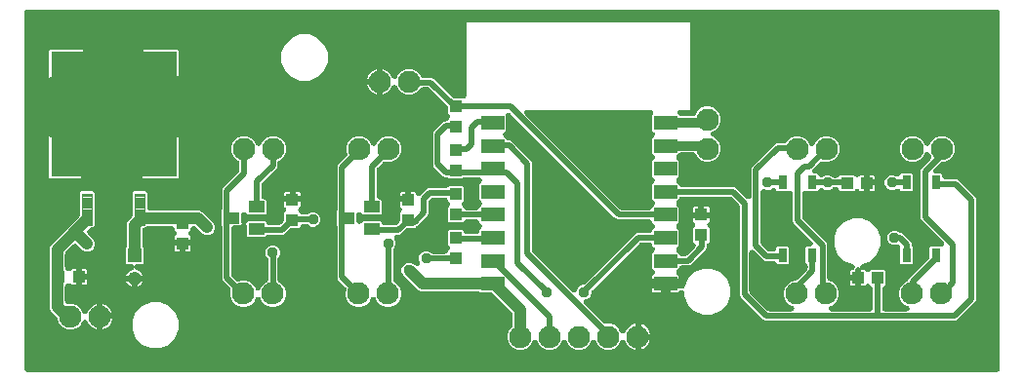
<source format=gtl>
G04 EAGLE Gerber RS-274X export*
G75*
%MOMM*%
%FSLAX34Y34*%
%LPD*%
%INTop Copper*%
%IPPOS*%
%AMOC8*
5,1,8,0,0,1.08239X$1,22.5*%
G01*
%ADD10R,10.899075X10.881306*%
%ADD11C,1.930400*%
%ADD12R,1.050000X1.080000*%
%ADD13R,1.080000X1.050000*%
%ADD14R,2.000000X1.200000*%
%ADD15R,1.400000X1.000000*%
%ADD16R,10.600000X10.600000*%
%ADD17C,0.097000*%
%ADD18C,1.208000*%
%ADD19R,1.208000X1.208000*%
%ADD20R,0.800000X1.200000*%
%ADD21C,0.508000*%
%ADD22C,0.956400*%
%ADD23C,1.016000*%
%ADD24C,0.812800*%

G36*
X831035Y-12536D02*
X831035Y-12536D01*
X831069Y-12538D01*
X831258Y-12516D01*
X831449Y-12499D01*
X831482Y-12490D01*
X831516Y-12486D01*
X831699Y-12431D01*
X831883Y-12381D01*
X831914Y-12366D01*
X831947Y-12356D01*
X832118Y-12269D01*
X832290Y-12187D01*
X832318Y-12167D01*
X832349Y-12152D01*
X832501Y-12036D01*
X832656Y-11925D01*
X832680Y-11900D01*
X832707Y-11880D01*
X832836Y-11740D01*
X832970Y-11603D01*
X832989Y-11574D01*
X833013Y-11548D01*
X833115Y-11387D01*
X833222Y-11230D01*
X833236Y-11198D01*
X833254Y-11169D01*
X833327Y-10992D01*
X833404Y-10818D01*
X833412Y-10784D01*
X833425Y-10752D01*
X833465Y-10565D01*
X833511Y-10380D01*
X833513Y-10346D01*
X833520Y-10312D01*
X833539Y-10000D01*
X833539Y300000D01*
X833536Y300035D01*
X833538Y300069D01*
X833516Y300258D01*
X833499Y300449D01*
X833490Y300482D01*
X833486Y300516D01*
X833431Y300699D01*
X833381Y300883D01*
X833366Y300914D01*
X833356Y300947D01*
X833269Y301118D01*
X833187Y301290D01*
X833167Y301318D01*
X833152Y301349D01*
X833036Y301501D01*
X832925Y301656D01*
X832900Y301680D01*
X832880Y301707D01*
X832740Y301836D01*
X832603Y301970D01*
X832574Y301989D01*
X832548Y302013D01*
X832387Y302115D01*
X832230Y302222D01*
X832198Y302236D01*
X832169Y302254D01*
X831992Y302327D01*
X831818Y302404D01*
X831784Y302412D01*
X831752Y302425D01*
X831565Y302465D01*
X831380Y302511D01*
X831346Y302513D01*
X831312Y302520D01*
X831000Y302539D01*
X-10000Y302539D01*
X-10035Y302536D01*
X-10069Y302538D01*
X-10258Y302516D01*
X-10449Y302499D01*
X-10482Y302490D01*
X-10516Y302486D01*
X-10699Y302431D01*
X-10883Y302381D01*
X-10914Y302366D01*
X-10947Y302356D01*
X-11118Y302269D01*
X-11290Y302187D01*
X-11318Y302167D01*
X-11349Y302152D01*
X-11501Y302036D01*
X-11656Y301925D01*
X-11680Y301900D01*
X-11707Y301880D01*
X-11836Y301740D01*
X-11970Y301603D01*
X-11989Y301574D01*
X-12013Y301548D01*
X-12115Y301387D01*
X-12222Y301230D01*
X-12236Y301198D01*
X-12254Y301169D01*
X-12327Y300992D01*
X-12404Y300818D01*
X-12412Y300784D01*
X-12425Y300752D01*
X-12465Y300565D01*
X-12511Y300380D01*
X-12513Y300346D01*
X-12520Y300312D01*
X-12539Y300000D01*
X-12539Y-10000D01*
X-12536Y-10034D01*
X-12538Y-10069D01*
X-12516Y-10258D01*
X-12499Y-10449D01*
X-12490Y-10482D01*
X-12486Y-10516D01*
X-12431Y-10699D01*
X-12381Y-10883D01*
X-12366Y-10914D01*
X-12356Y-10947D01*
X-12269Y-11118D01*
X-12187Y-11290D01*
X-12167Y-11318D01*
X-12152Y-11349D01*
X-12036Y-11501D01*
X-11925Y-11656D01*
X-11900Y-11680D01*
X-11880Y-11707D01*
X-11740Y-11836D01*
X-11603Y-11970D01*
X-11574Y-11989D01*
X-11548Y-12013D01*
X-11387Y-12115D01*
X-11230Y-12222D01*
X-11198Y-12236D01*
X-11169Y-12254D01*
X-10992Y-12327D01*
X-10818Y-12404D01*
X-10784Y-12412D01*
X-10752Y-12425D01*
X-10565Y-12465D01*
X-10380Y-12511D01*
X-10346Y-12513D01*
X-10312Y-12520D01*
X-10000Y-12539D01*
X831000Y-12539D01*
X831035Y-12536D01*
G37*
%LPC*%
G36*
X415457Y6823D02*
X415457Y6823D01*
X411349Y8525D01*
X408205Y11669D01*
X406503Y15777D01*
X406503Y20223D01*
X408205Y24331D01*
X410447Y26573D01*
X410552Y26699D01*
X410664Y26820D01*
X410696Y26872D01*
X410736Y26918D01*
X410817Y27061D01*
X410906Y27200D01*
X410929Y27256D01*
X410959Y27309D01*
X411014Y27464D01*
X411076Y27616D01*
X411089Y27676D01*
X411110Y27734D01*
X411137Y27896D01*
X411171Y28057D01*
X411176Y28134D01*
X411183Y28178D01*
X411182Y28239D01*
X411190Y28369D01*
X411190Y37417D01*
X411176Y37581D01*
X411169Y37745D01*
X411156Y37805D01*
X411151Y37866D01*
X411107Y38025D01*
X411072Y38185D01*
X411048Y38241D01*
X411032Y38300D01*
X410961Y38448D01*
X410898Y38600D01*
X410865Y38652D01*
X410839Y38707D01*
X410743Y38840D01*
X410654Y38979D01*
X410603Y39036D01*
X410576Y39073D01*
X410533Y39115D01*
X410447Y39213D01*
X393928Y55732D01*
X393802Y55837D01*
X393681Y55949D01*
X393629Y55981D01*
X393583Y56020D01*
X393440Y56102D01*
X393301Y56190D01*
X393245Y56214D01*
X393192Y56244D01*
X393037Y56299D01*
X392885Y56361D01*
X392825Y56374D01*
X392767Y56395D01*
X392605Y56421D01*
X392444Y56456D01*
X392367Y56461D01*
X392323Y56468D01*
X392262Y56467D01*
X392132Y56475D01*
X382848Y56475D01*
X382580Y56744D01*
X382454Y56850D01*
X382333Y56961D01*
X382281Y56994D01*
X382234Y57033D01*
X382092Y57114D01*
X381953Y57203D01*
X381896Y57226D01*
X381843Y57256D01*
X381689Y57311D01*
X381536Y57374D01*
X381477Y57387D01*
X381419Y57407D01*
X381257Y57434D01*
X381096Y57468D01*
X381019Y57473D01*
X380975Y57480D01*
X380914Y57480D01*
X380784Y57488D01*
X331799Y57488D01*
X329372Y58493D01*
X316131Y71734D01*
X316091Y71829D01*
X316032Y71920D01*
X315982Y72016D01*
X315910Y72109D01*
X315847Y72207D01*
X315745Y72323D01*
X315706Y72372D01*
X315679Y72396D01*
X315655Y72424D01*
X314693Y74746D01*
X314693Y77254D01*
X315653Y79572D01*
X317428Y81347D01*
X319746Y82307D01*
X322254Y82307D01*
X322381Y82254D01*
X322492Y82219D01*
X322601Y82175D01*
X322707Y82152D01*
X322811Y82120D01*
X322926Y82105D01*
X322990Y82091D01*
X325490Y81055D01*
X326248Y80298D01*
X326384Y80184D01*
X326516Y80065D01*
X326556Y80040D01*
X326593Y80009D01*
X326747Y79921D01*
X326898Y79827D01*
X326942Y79810D01*
X326984Y79786D01*
X327151Y79726D01*
X327316Y79661D01*
X327363Y79651D01*
X327408Y79635D01*
X327583Y79606D01*
X327758Y79571D01*
X327805Y79569D01*
X327852Y79562D01*
X328030Y79564D01*
X328208Y79560D01*
X328255Y79567D01*
X328303Y79568D01*
X328478Y79602D01*
X328653Y79629D01*
X328698Y79644D01*
X328745Y79653D01*
X328911Y79717D01*
X329078Y79775D01*
X329120Y79798D01*
X329165Y79816D01*
X329316Y79908D01*
X329472Y79994D01*
X329509Y80025D01*
X329550Y80049D01*
X329682Y80167D01*
X329820Y80280D01*
X329851Y80316D01*
X329887Y80348D01*
X329997Y80487D01*
X330112Y80622D01*
X330137Y80663D01*
X330166Y80701D01*
X330250Y80857D01*
X330340Y81011D01*
X330356Y81055D01*
X330379Y81098D01*
X330434Y81266D01*
X330495Y81433D01*
X330503Y81480D01*
X330518Y81526D01*
X330542Y81701D01*
X330573Y81877D01*
X330573Y81925D01*
X330580Y81972D01*
X330572Y82149D01*
X330572Y82327D01*
X330563Y82374D01*
X330561Y82422D01*
X330523Y82595D01*
X330491Y82770D01*
X330472Y82826D01*
X330464Y82861D01*
X330439Y82920D01*
X330389Y83065D01*
X329693Y84746D01*
X329693Y87254D01*
X330653Y89572D01*
X332428Y91347D01*
X334746Y92307D01*
X337254Y92307D01*
X339572Y91347D01*
X340111Y90808D01*
X340237Y90703D01*
X340358Y90591D01*
X340409Y90559D01*
X340456Y90520D01*
X340599Y90438D01*
X340737Y90350D01*
X340794Y90326D01*
X340847Y90296D01*
X341002Y90241D01*
X341154Y90179D01*
X341214Y90166D01*
X341271Y90145D01*
X341433Y90119D01*
X341594Y90084D01*
X341671Y90079D01*
X341715Y90072D01*
X341776Y90073D01*
X341906Y90065D01*
X352122Y90065D01*
X352156Y90068D01*
X352191Y90066D01*
X352380Y90088D01*
X352570Y90105D01*
X352603Y90114D01*
X352638Y90118D01*
X352821Y90173D01*
X353004Y90223D01*
X353036Y90238D01*
X353069Y90248D01*
X353239Y90335D01*
X353411Y90417D01*
X353439Y90437D01*
X353470Y90452D01*
X353622Y90568D01*
X353777Y90679D01*
X353801Y90704D01*
X353829Y90724D01*
X353958Y90864D01*
X354091Y91001D01*
X354111Y91030D01*
X354134Y91056D01*
X354237Y91217D01*
X354343Y91374D01*
X354357Y91406D01*
X354376Y91435D01*
X354448Y91612D01*
X354526Y91786D01*
X354534Y91820D01*
X354547Y91852D01*
X354587Y92039D01*
X354632Y92224D01*
X354634Y92258D01*
X354642Y92292D01*
X354649Y92407D01*
X355734Y93492D01*
X355756Y93519D01*
X355782Y93542D01*
X355900Y93691D01*
X356023Y93837D01*
X356040Y93868D01*
X356061Y93895D01*
X356151Y94062D01*
X356246Y94228D01*
X356258Y94261D01*
X356274Y94292D01*
X356333Y94472D01*
X356397Y94653D01*
X356402Y94687D01*
X356413Y94720D01*
X356439Y94909D01*
X356470Y95097D01*
X356470Y95131D01*
X356475Y95166D01*
X356467Y95357D01*
X356464Y95547D01*
X356458Y95581D01*
X356456Y95616D01*
X356415Y95802D01*
X356379Y95989D01*
X356366Y96021D01*
X356359Y96055D01*
X356285Y96232D01*
X356216Y96409D01*
X356198Y96439D01*
X356185Y96471D01*
X356081Y96631D01*
X355982Y96794D01*
X355959Y96820D01*
X355941Y96849D01*
X355734Y97083D01*
X354661Y98156D01*
X354661Y109919D01*
X355554Y110812D01*
X367617Y110812D01*
X368510Y109919D01*
X368510Y109604D01*
X368513Y109569D01*
X368511Y109535D01*
X368533Y109346D01*
X368550Y109155D01*
X368559Y109122D01*
X368563Y109088D01*
X368619Y108905D01*
X368669Y108721D01*
X368684Y108690D01*
X368694Y108657D01*
X368780Y108486D01*
X368862Y108314D01*
X368882Y108286D01*
X368898Y108255D01*
X369013Y108103D01*
X369124Y107948D01*
X369149Y107924D01*
X369170Y107897D01*
X369310Y107768D01*
X369447Y107634D01*
X369476Y107615D01*
X369501Y107591D01*
X369662Y107489D01*
X369820Y107382D01*
X369852Y107368D01*
X369881Y107350D01*
X370057Y107277D01*
X370232Y107200D01*
X370265Y107192D01*
X370297Y107179D01*
X370484Y107139D01*
X370669Y107093D01*
X370704Y107091D01*
X370738Y107084D01*
X371050Y107065D01*
X379416Y107065D01*
X379451Y107068D01*
X379485Y107066D01*
X379674Y107088D01*
X379865Y107105D01*
X379898Y107114D01*
X379932Y107118D01*
X380115Y107173D01*
X380299Y107223D01*
X380330Y107238D01*
X380363Y107248D01*
X380534Y107335D01*
X380706Y107417D01*
X380734Y107437D01*
X380765Y107452D01*
X380917Y107568D01*
X381072Y107679D01*
X381096Y107704D01*
X381123Y107724D01*
X381252Y107864D01*
X381386Y108001D01*
X381405Y108030D01*
X381429Y108056D01*
X381531Y108217D01*
X381638Y108374D01*
X381652Y108406D01*
X381670Y108435D01*
X381743Y108612D01*
X381820Y108786D01*
X381828Y108820D01*
X381841Y108852D01*
X381881Y109039D01*
X381927Y109224D01*
X381929Y109258D01*
X381936Y109292D01*
X381955Y109604D01*
X381955Y110632D01*
X383528Y112204D01*
X383550Y112231D01*
X383576Y112254D01*
X383695Y112403D01*
X383817Y112550D01*
X383834Y112580D01*
X383856Y112607D01*
X383946Y112775D01*
X384040Y112941D01*
X384052Y112973D01*
X384068Y113004D01*
X384127Y113185D01*
X384191Y113365D01*
X384197Y113399D01*
X384208Y113432D01*
X384234Y113621D01*
X384265Y113809D01*
X384264Y113844D01*
X384269Y113878D01*
X384261Y114069D01*
X384259Y114260D01*
X384252Y114294D01*
X384251Y114328D01*
X384209Y114514D01*
X384173Y114702D01*
X384161Y114734D01*
X384153Y114768D01*
X384080Y114943D01*
X384011Y115122D01*
X383993Y115151D01*
X383979Y115183D01*
X383876Y115343D01*
X383777Y115506D01*
X383754Y115532D01*
X383735Y115561D01*
X383528Y115796D01*
X381955Y117368D01*
X381955Y117396D01*
X381952Y117431D01*
X381954Y117465D01*
X381932Y117654D01*
X381915Y117845D01*
X381906Y117878D01*
X381902Y117912D01*
X381847Y118095D01*
X381797Y118279D01*
X381782Y118310D01*
X381772Y118343D01*
X381685Y118514D01*
X381603Y118686D01*
X381583Y118714D01*
X381568Y118745D01*
X381452Y118897D01*
X381341Y119052D01*
X381316Y119076D01*
X381296Y119103D01*
X381156Y119232D01*
X381019Y119366D01*
X380990Y119385D01*
X380964Y119409D01*
X380803Y119511D01*
X380646Y119618D01*
X380614Y119632D01*
X380585Y119650D01*
X380408Y119723D01*
X380234Y119800D01*
X380200Y119808D01*
X380168Y119821D01*
X379981Y119861D01*
X379796Y119907D01*
X379762Y119909D01*
X379728Y119916D01*
X379416Y119935D01*
X370841Y119935D01*
X370678Y119921D01*
X370513Y119914D01*
X370454Y119901D01*
X370393Y119895D01*
X370234Y119852D01*
X370074Y119816D01*
X370017Y119793D01*
X369958Y119777D01*
X369810Y119706D01*
X369658Y119643D01*
X369607Y119610D01*
X369552Y119583D01*
X369418Y119488D01*
X369280Y119398D01*
X369222Y119347D01*
X369186Y119321D01*
X369143Y119278D01*
X369046Y119192D01*
X367617Y117763D01*
X355554Y117763D01*
X354661Y118656D01*
X354661Y130419D01*
X355734Y131492D01*
X355756Y131519D01*
X355782Y131542D01*
X355900Y131691D01*
X356023Y131837D01*
X356040Y131868D01*
X356061Y131895D01*
X356151Y132062D01*
X356246Y132228D01*
X356258Y132261D01*
X356274Y132292D01*
X356333Y132472D01*
X356397Y132653D01*
X356402Y132687D01*
X356413Y132720D01*
X356439Y132909D01*
X356470Y133097D01*
X356470Y133131D01*
X356475Y133166D01*
X356467Y133357D01*
X356464Y133547D01*
X356458Y133581D01*
X356456Y133616D01*
X356415Y133802D01*
X356379Y133989D01*
X356366Y134021D01*
X356359Y134055D01*
X356285Y134232D01*
X356216Y134409D01*
X356198Y134439D01*
X356185Y134471D01*
X356081Y134631D01*
X355982Y134794D01*
X355959Y134820D01*
X355941Y134849D01*
X355734Y135083D01*
X354661Y136156D01*
X354661Y136396D01*
X354658Y136431D01*
X354660Y136465D01*
X354638Y136654D01*
X354621Y136845D01*
X354612Y136878D01*
X354608Y136912D01*
X354552Y137095D01*
X354502Y137279D01*
X354488Y137310D01*
X354477Y137343D01*
X354391Y137514D01*
X354309Y137686D01*
X354289Y137714D01*
X354273Y137745D01*
X354158Y137897D01*
X354047Y138052D01*
X354022Y138076D01*
X354001Y138103D01*
X353861Y138232D01*
X353724Y138366D01*
X353695Y138385D01*
X353670Y138409D01*
X353509Y138511D01*
X353351Y138618D01*
X353319Y138632D01*
X353290Y138650D01*
X353114Y138723D01*
X352939Y138800D01*
X352906Y138808D01*
X352874Y138821D01*
X352687Y138861D01*
X352502Y138907D01*
X352467Y138909D01*
X352433Y138916D01*
X352122Y138935D01*
X341735Y138935D01*
X341572Y138921D01*
X341407Y138914D01*
X341348Y138901D01*
X341287Y138895D01*
X341128Y138852D01*
X340968Y138816D01*
X340911Y138793D01*
X340853Y138777D01*
X340704Y138706D01*
X340552Y138643D01*
X340501Y138610D01*
X340446Y138583D01*
X340312Y138488D01*
X340174Y138398D01*
X340116Y138347D01*
X340080Y138321D01*
X340037Y138278D01*
X339940Y138192D01*
X338808Y137060D01*
X338703Y136934D01*
X338591Y136813D01*
X338559Y136762D01*
X338520Y136715D01*
X338438Y136572D01*
X338350Y136433D01*
X338326Y136377D01*
X338296Y136324D01*
X338241Y136169D01*
X338179Y136017D01*
X338166Y135957D01*
X338145Y135899D01*
X338119Y135737D01*
X338084Y135576D01*
X338079Y135500D01*
X338072Y135455D01*
X338073Y135394D01*
X338065Y135265D01*
X338065Y125191D01*
X337446Y123698D01*
X328302Y114554D01*
X327730Y114317D01*
X327627Y114263D01*
X327519Y114218D01*
X327428Y114159D01*
X327331Y114109D01*
X327239Y114037D01*
X327141Y113974D01*
X327025Y113871D01*
X326975Y113833D01*
X326951Y113806D01*
X326907Y113767D01*
X325999Y112859D01*
X320659Y112859D01*
X320496Y112845D01*
X320331Y112838D01*
X320272Y112825D01*
X320211Y112819D01*
X320052Y112776D01*
X319892Y112740D01*
X319835Y112717D01*
X319777Y112701D01*
X319628Y112630D01*
X319476Y112567D01*
X319425Y112534D01*
X319370Y112507D01*
X319236Y112412D01*
X319098Y112322D01*
X319040Y112271D01*
X319004Y112245D01*
X318961Y112202D01*
X318864Y112116D01*
X314302Y107554D01*
X312809Y106935D01*
X310640Y106935D01*
X310511Y106924D01*
X310381Y106922D01*
X310287Y106904D01*
X310192Y106895D01*
X310066Y106861D01*
X309939Y106836D01*
X309850Y106802D01*
X309758Y106777D01*
X309640Y106721D01*
X309519Y106674D01*
X309437Y106624D01*
X309351Y106583D01*
X309245Y106508D01*
X309134Y106440D01*
X309062Y106377D01*
X308985Y106321D01*
X308894Y106228D01*
X308797Y106142D01*
X308737Y106067D01*
X308671Y105999D01*
X308598Y105891D01*
X308517Y105789D01*
X308472Y105705D01*
X308419Y105626D01*
X308366Y105506D01*
X308305Y105392D01*
X308275Y105301D01*
X308236Y105214D01*
X308206Y105087D01*
X308165Y104964D01*
X308152Y104869D01*
X308130Y104776D01*
X308122Y104646D01*
X308104Y104517D01*
X308108Y104422D01*
X308102Y104327D01*
X308117Y104198D01*
X308123Y104068D01*
X308143Y103974D01*
X308154Y103880D01*
X308192Y103755D01*
X308220Y103628D01*
X308257Y103540D01*
X308285Y103449D01*
X308344Y103333D01*
X308394Y103213D01*
X308446Y103133D01*
X308489Y103047D01*
X308567Y102944D01*
X308594Y102903D01*
X309590Y100497D01*
X309590Y97988D01*
X308630Y95670D01*
X308143Y95184D01*
X308038Y95057D01*
X307926Y94936D01*
X307893Y94885D01*
X307854Y94838D01*
X307773Y94696D01*
X307684Y94557D01*
X307661Y94500D01*
X307631Y94447D01*
X307576Y94292D01*
X307513Y94140D01*
X307501Y94081D01*
X307480Y94023D01*
X307453Y93861D01*
X307419Y93700D01*
X307414Y93623D01*
X307407Y93579D01*
X307407Y93518D01*
X307399Y93388D01*
X307399Y67335D01*
X307418Y67124D01*
X307435Y66912D01*
X307438Y66900D01*
X307439Y66886D01*
X307495Y66682D01*
X307549Y66477D01*
X307554Y66465D01*
X307558Y66452D01*
X307649Y66261D01*
X307738Y66068D01*
X307746Y66057D01*
X307751Y66045D01*
X307875Y65873D01*
X307996Y65699D01*
X308006Y65690D01*
X308013Y65679D01*
X308166Y65531D01*
X308316Y65382D01*
X308327Y65375D01*
X308336Y65365D01*
X308513Y65246D01*
X308686Y65126D01*
X308700Y65119D01*
X308709Y65113D01*
X308745Y65097D01*
X308967Y64989D01*
X309121Y64925D01*
X312265Y61781D01*
X313967Y57673D01*
X313967Y53227D01*
X312265Y49119D01*
X309121Y45975D01*
X305013Y44273D01*
X300567Y44273D01*
X296459Y45975D01*
X293315Y49119D01*
X292436Y51241D01*
X292376Y51356D01*
X292324Y51475D01*
X292272Y51555D01*
X292227Y51640D01*
X292148Y51743D01*
X292076Y51851D01*
X292010Y51920D01*
X291952Y51996D01*
X291855Y52083D01*
X291765Y52177D01*
X291688Y52233D01*
X291617Y52297D01*
X291507Y52366D01*
X291402Y52443D01*
X291316Y52485D01*
X291235Y52535D01*
X291114Y52583D01*
X290998Y52640D01*
X290906Y52667D01*
X290817Y52702D01*
X290689Y52728D01*
X290564Y52763D01*
X290469Y52773D01*
X290376Y52792D01*
X290246Y52795D01*
X290116Y52808D01*
X290021Y52801D01*
X289926Y52803D01*
X289797Y52783D01*
X289667Y52773D01*
X289575Y52749D01*
X289481Y52734D01*
X289357Y52692D01*
X289232Y52659D01*
X289145Y52619D01*
X289055Y52588D01*
X288941Y52524D01*
X288823Y52470D01*
X288745Y52415D01*
X288662Y52368D01*
X288561Y52286D01*
X288454Y52211D01*
X288387Y52143D01*
X288313Y52083D01*
X288229Y51984D01*
X288137Y51892D01*
X288083Y51813D01*
X288021Y51741D01*
X287955Y51628D01*
X287881Y51521D01*
X287824Y51405D01*
X287793Y51352D01*
X287778Y51310D01*
X287744Y51241D01*
X286865Y49119D01*
X283721Y45975D01*
X279613Y44273D01*
X275167Y44273D01*
X271059Y45975D01*
X267915Y49119D01*
X266213Y53227D01*
X266213Y57673D01*
X266550Y58485D01*
X266613Y58686D01*
X266679Y58889D01*
X266680Y58902D01*
X266684Y58915D01*
X266711Y59125D01*
X266740Y59335D01*
X266739Y59348D01*
X266741Y59361D01*
X266730Y59573D01*
X266722Y59785D01*
X266719Y59798D01*
X266718Y59811D01*
X266670Y60019D01*
X266624Y60225D01*
X266619Y60237D01*
X266616Y60250D01*
X266532Y60445D01*
X266450Y60640D01*
X266443Y60651D01*
X266438Y60663D01*
X266322Y60840D01*
X266206Y61018D01*
X266196Y61030D01*
X266190Y61039D01*
X266163Y61067D01*
X265999Y61252D01*
X259554Y67698D01*
X258935Y69191D01*
X258935Y114014D01*
X258921Y114178D01*
X258914Y114342D01*
X258901Y114401D01*
X258895Y114462D01*
X258852Y114621D01*
X258816Y114782D01*
X258793Y114838D01*
X258777Y114897D01*
X258706Y115045D01*
X258643Y115197D01*
X258610Y115248D01*
X258583Y115303D01*
X258488Y115437D01*
X258398Y115575D01*
X258352Y115628D01*
X258352Y126938D01*
X258409Y127000D01*
X258441Y127051D01*
X258480Y127098D01*
X258562Y127241D01*
X258650Y127379D01*
X258674Y127436D01*
X258704Y127489D01*
X258759Y127644D01*
X258821Y127796D01*
X258834Y127856D01*
X258855Y127913D01*
X258881Y128075D01*
X258916Y128236D01*
X258921Y128313D01*
X258928Y128357D01*
X258927Y128418D01*
X258935Y128548D01*
X258935Y165809D01*
X259554Y167302D01*
X266802Y174550D01*
X266939Y174714D01*
X267076Y174874D01*
X267082Y174885D01*
X267091Y174896D01*
X267196Y175080D01*
X267303Y175263D01*
X267308Y175275D01*
X267314Y175287D01*
X267385Y175486D01*
X267458Y175685D01*
X267460Y175698D01*
X267465Y175711D01*
X267499Y175918D01*
X267536Y176129D01*
X267536Y176142D01*
X267538Y176155D01*
X267536Y176369D01*
X267535Y176579D01*
X267532Y176592D01*
X267532Y176605D01*
X267492Y176815D01*
X267454Y177022D01*
X267449Y177037D01*
X267447Y177047D01*
X267433Y177084D01*
X267352Y177317D01*
X266673Y178957D01*
X266673Y183403D01*
X268375Y187511D01*
X271519Y190655D01*
X275627Y192357D01*
X280073Y192357D01*
X284181Y190655D01*
X287325Y187511D01*
X288204Y185389D01*
X288264Y185274D01*
X288316Y185155D01*
X288368Y185075D01*
X288413Y184990D01*
X288492Y184887D01*
X288564Y184779D01*
X288630Y184710D01*
X288688Y184634D01*
X288785Y184547D01*
X288874Y184453D01*
X288952Y184397D01*
X289023Y184333D01*
X289133Y184264D01*
X289238Y184187D01*
X289324Y184145D01*
X289405Y184095D01*
X289525Y184047D01*
X289642Y183990D01*
X289734Y183963D01*
X289823Y183928D01*
X289950Y183902D01*
X290076Y183867D01*
X290171Y183857D01*
X290264Y183838D01*
X290394Y183835D01*
X290524Y183822D01*
X290619Y183829D01*
X290714Y183827D01*
X290843Y183847D01*
X290973Y183857D01*
X291065Y183881D01*
X291159Y183896D01*
X291282Y183938D01*
X291408Y183971D01*
X291495Y184011D01*
X291585Y184042D01*
X291699Y184106D01*
X291817Y184160D01*
X291895Y184215D01*
X291978Y184262D01*
X292079Y184344D01*
X292186Y184419D01*
X292253Y184486D01*
X292327Y184547D01*
X292411Y184646D01*
X292503Y184738D01*
X292557Y184817D01*
X292619Y184889D01*
X292685Y185002D01*
X292759Y185109D01*
X292816Y185225D01*
X292847Y185278D01*
X292862Y185320D01*
X292896Y185389D01*
X293775Y187511D01*
X296919Y190655D01*
X301027Y192357D01*
X305473Y192357D01*
X309581Y190655D01*
X312725Y187511D01*
X314427Y183403D01*
X314427Y178957D01*
X312725Y174849D01*
X309581Y171705D01*
X305473Y170003D01*
X301027Y170003D01*
X300986Y170020D01*
X300783Y170084D01*
X300582Y170149D01*
X300569Y170151D01*
X300556Y170155D01*
X300344Y170182D01*
X300136Y170211D01*
X300122Y170210D01*
X300109Y170212D01*
X299899Y170201D01*
X299686Y170192D01*
X299673Y170189D01*
X299660Y170189D01*
X299454Y170141D01*
X299246Y170095D01*
X299234Y170090D01*
X299221Y170087D01*
X299027Y170003D01*
X298831Y169921D01*
X298819Y169914D01*
X298807Y169909D01*
X298631Y169792D01*
X298452Y169677D01*
X298441Y169667D01*
X298432Y169661D01*
X298403Y169633D01*
X298218Y169470D01*
X293808Y165060D01*
X293703Y164934D01*
X293591Y164813D01*
X293559Y164762D01*
X293520Y164715D01*
X293438Y164572D01*
X293350Y164433D01*
X293326Y164377D01*
X293296Y164324D01*
X293241Y164169D01*
X293179Y164017D01*
X293166Y163957D01*
X293145Y163899D01*
X293119Y163737D01*
X293084Y163576D01*
X293079Y163500D01*
X293072Y163455D01*
X293073Y163394D01*
X293065Y163265D01*
X293065Y139845D01*
X293068Y139810D01*
X293066Y139776D01*
X293088Y139586D01*
X293105Y139396D01*
X293114Y139363D01*
X293118Y139329D01*
X293173Y139146D01*
X293223Y138962D01*
X293238Y138931D01*
X293248Y138898D01*
X293335Y138727D01*
X293417Y138555D01*
X293437Y138527D01*
X293452Y138496D01*
X293568Y138344D01*
X293679Y138189D01*
X293704Y138165D01*
X293724Y138138D01*
X293864Y138008D01*
X294001Y137875D01*
X294030Y137856D01*
X294056Y137832D01*
X294217Y137730D01*
X294374Y137623D01*
X294406Y137609D01*
X294435Y137591D01*
X294612Y137518D01*
X294786Y137441D01*
X294820Y137433D01*
X294852Y137420D01*
X295039Y137379D01*
X295224Y137334D01*
X295258Y137332D01*
X295292Y137325D01*
X295604Y137306D01*
X296508Y137306D01*
X297401Y136412D01*
X297401Y125149D01*
X296508Y124256D01*
X281245Y124256D01*
X279736Y125765D01*
X279636Y125848D01*
X279543Y125939D01*
X279464Y125993D01*
X279390Y126054D01*
X279278Y126119D01*
X279170Y126191D01*
X279082Y126230D01*
X278999Y126277D01*
X278877Y126321D01*
X278758Y126374D01*
X278665Y126396D01*
X278575Y126428D01*
X278447Y126449D01*
X278321Y126480D01*
X278225Y126486D01*
X278131Y126502D01*
X278001Y126500D01*
X277871Y126508D01*
X277776Y126497D01*
X277681Y126496D01*
X277553Y126471D01*
X277424Y126456D01*
X277332Y126428D01*
X277239Y126410D01*
X277118Y126363D01*
X276993Y126326D01*
X276908Y126282D01*
X276819Y126248D01*
X276708Y126180D01*
X276592Y126121D01*
X276516Y126063D01*
X276434Y126014D01*
X276336Y125928D01*
X276233Y125849D01*
X276168Y125779D01*
X276097Y125716D01*
X276016Y125614D01*
X275928Y125518D01*
X275876Y125437D01*
X275817Y125363D01*
X275756Y125248D01*
X275686Y125138D01*
X275650Y125050D01*
X275605Y124966D01*
X275564Y124842D01*
X275515Y124722D01*
X275495Y124628D01*
X275465Y124537D01*
X275448Y124409D01*
X275420Y124282D01*
X275412Y124152D01*
X275404Y124091D01*
X275406Y124047D01*
X275401Y123970D01*
X275401Y118592D01*
X275413Y118463D01*
X275414Y118333D01*
X275432Y118239D01*
X275441Y118144D01*
X275475Y118018D01*
X275500Y117891D01*
X275534Y117801D01*
X275559Y117709D01*
X275615Y117592D01*
X275662Y117471D01*
X275712Y117389D01*
X275753Y117303D01*
X275828Y117197D01*
X275896Y117086D01*
X275959Y117014D01*
X276015Y116937D01*
X276108Y116846D01*
X276194Y116748D01*
X276269Y116689D01*
X276338Y116623D01*
X276445Y116550D01*
X276547Y116469D01*
X276632Y116424D01*
X276711Y116370D01*
X276830Y116318D01*
X276944Y116256D01*
X277035Y116227D01*
X277122Y116188D01*
X277249Y116157D01*
X277372Y116117D01*
X277467Y116104D01*
X277560Y116082D01*
X277690Y116074D01*
X277819Y116056D01*
X277914Y116060D01*
X278009Y116054D01*
X278138Y116069D01*
X278268Y116074D01*
X278362Y116095D01*
X278457Y116106D01*
X278581Y116144D01*
X278708Y116172D01*
X278796Y116209D01*
X278888Y116236D01*
X279004Y116295D01*
X279123Y116345D01*
X279204Y116397D01*
X279289Y116441D01*
X279392Y116519D01*
X279502Y116590D01*
X279599Y116676D01*
X279648Y116713D01*
X279678Y116746D01*
X279736Y116797D01*
X281245Y118306D01*
X296508Y118306D01*
X297418Y117395D01*
X297424Y117346D01*
X297441Y117155D01*
X297450Y117122D01*
X297454Y117088D01*
X297509Y116905D01*
X297559Y116721D01*
X297574Y116690D01*
X297584Y116657D01*
X297671Y116486D01*
X297753Y116314D01*
X297773Y116286D01*
X297789Y116255D01*
X297904Y116103D01*
X298015Y115948D01*
X298040Y115924D01*
X298061Y115897D01*
X298201Y115767D01*
X298338Y115634D01*
X298366Y115615D01*
X298392Y115591D01*
X298553Y115489D01*
X298711Y115382D01*
X298742Y115368D01*
X298772Y115350D01*
X298948Y115277D01*
X299122Y115200D01*
X299156Y115192D01*
X299188Y115179D01*
X299375Y115139D01*
X299560Y115093D01*
X299594Y115091D01*
X299628Y115084D01*
X299940Y115065D01*
X309265Y115065D01*
X309428Y115079D01*
X309593Y115086D01*
X309652Y115099D01*
X309713Y115105D01*
X309872Y115148D01*
X310032Y115184D01*
X310089Y115207D01*
X310147Y115223D01*
X310295Y115294D01*
X310448Y115357D01*
X310499Y115390D01*
X310554Y115417D01*
X310688Y115512D01*
X310826Y115602D01*
X310884Y115653D01*
X310920Y115679D01*
X310963Y115722D01*
X311060Y115808D01*
X312299Y117048D01*
X312405Y117174D01*
X312516Y117295D01*
X312549Y117346D01*
X312588Y117393D01*
X312670Y117536D01*
X312758Y117674D01*
X312781Y117731D01*
X312811Y117784D01*
X312866Y117939D01*
X312929Y118091D01*
X312942Y118151D01*
X312962Y118208D01*
X312989Y118370D01*
X313024Y118531D01*
X313028Y118608D01*
X313036Y118652D01*
X313035Y118713D01*
X313043Y118843D01*
X313043Y125516D01*
X314116Y126588D01*
X314138Y126615D01*
X314164Y126638D01*
X314282Y126787D01*
X314405Y126934D01*
X314422Y126964D01*
X314443Y126991D01*
X314534Y127159D01*
X314628Y127325D01*
X314640Y127357D01*
X314656Y127388D01*
X314715Y127569D01*
X314779Y127749D01*
X314785Y127783D01*
X314795Y127816D01*
X314821Y128005D01*
X314852Y128193D01*
X314852Y128228D01*
X314857Y128262D01*
X314849Y128452D01*
X314846Y128644D01*
X314840Y128678D01*
X314838Y128712D01*
X314797Y128898D01*
X314761Y129086D01*
X314748Y129118D01*
X314741Y129152D01*
X314667Y129327D01*
X314598Y129506D01*
X314580Y129535D01*
X314567Y129567D01*
X314464Y129727D01*
X314365Y129890D01*
X314342Y129916D01*
X314323Y129945D01*
X314116Y130180D01*
X313043Y131252D01*
X313043Y143016D01*
X313936Y143909D01*
X325999Y143909D01*
X326892Y143016D01*
X326892Y142771D01*
X326904Y142641D01*
X326906Y142511D01*
X326924Y142418D01*
X326932Y142323D01*
X326967Y142197D01*
X326991Y142069D01*
X327026Y141980D01*
X327051Y141888D01*
X327107Y141771D01*
X327153Y141649D01*
X327203Y141568D01*
X327244Y141482D01*
X327320Y141376D01*
X327387Y141265D01*
X327451Y141193D01*
X327506Y141115D01*
X327600Y141025D01*
X327686Y140927D01*
X327760Y140868D01*
X327829Y140801D01*
X327937Y140728D01*
X328039Y140648D01*
X328123Y140603D01*
X328202Y140549D01*
X328321Y140497D01*
X328436Y140435D01*
X328526Y140406D01*
X328614Y140367D01*
X328740Y140336D01*
X328864Y140296D01*
X328958Y140283D01*
X329051Y140260D01*
X329181Y140252D01*
X329310Y140235D01*
X329405Y140239D01*
X329501Y140233D01*
X329630Y140248D01*
X329760Y140253D01*
X329853Y140274D01*
X329948Y140285D01*
X330073Y140322D01*
X330199Y140351D01*
X330287Y140387D01*
X330379Y140415D01*
X330495Y140474D01*
X330615Y140524D01*
X330695Y140576D01*
X330780Y140619D01*
X330884Y140698D01*
X330993Y140769D01*
X331090Y140855D01*
X331139Y140891D01*
X331169Y140924D01*
X331227Y140976D01*
X335197Y144945D01*
X336698Y146446D01*
X338191Y147065D01*
X352755Y147065D01*
X352918Y147079D01*
X353083Y147086D01*
X353142Y147099D01*
X353203Y147105D01*
X353362Y147148D01*
X353522Y147184D01*
X353579Y147207D01*
X353637Y147223D01*
X353786Y147294D01*
X353938Y147357D01*
X353989Y147390D01*
X354044Y147417D01*
X354178Y147512D01*
X354316Y147602D01*
X354374Y147653D01*
X354410Y147679D01*
X354453Y147722D01*
X354550Y147808D01*
X355554Y148812D01*
X367617Y148812D01*
X368510Y147919D01*
X368510Y136156D01*
X367437Y135083D01*
X367415Y135056D01*
X367389Y135034D01*
X367271Y134884D01*
X367148Y134738D01*
X367131Y134708D01*
X367110Y134680D01*
X367020Y134512D01*
X366925Y134347D01*
X366913Y134314D01*
X366897Y134284D01*
X366838Y134102D01*
X366774Y133922D01*
X366769Y133888D01*
X366758Y133855D01*
X366732Y133666D01*
X366701Y133478D01*
X366701Y133444D01*
X366697Y133409D01*
X366704Y133219D01*
X366707Y133028D01*
X366713Y132994D01*
X366715Y132959D01*
X366756Y132773D01*
X366792Y132586D01*
X366805Y132554D01*
X366812Y132520D01*
X366886Y132344D01*
X366955Y132166D01*
X366973Y132136D01*
X366986Y132104D01*
X367089Y131944D01*
X367189Y131781D01*
X367212Y131755D01*
X367230Y131726D01*
X367437Y131492D01*
X368527Y130403D01*
X368533Y130346D01*
X368550Y130155D01*
X368559Y130122D01*
X368563Y130088D01*
X368619Y129905D01*
X368669Y129721D01*
X368684Y129690D01*
X368694Y129657D01*
X368780Y129486D01*
X368862Y129314D01*
X368882Y129286D01*
X368898Y129255D01*
X369013Y129103D01*
X369124Y128948D01*
X369149Y128924D01*
X369170Y128897D01*
X369310Y128768D01*
X369447Y128634D01*
X369476Y128615D01*
X369501Y128591D01*
X369662Y128489D01*
X369820Y128382D01*
X369852Y128368D01*
X369881Y128350D01*
X370057Y128277D01*
X370232Y128200D01*
X370265Y128192D01*
X370297Y128179D01*
X370484Y128139D01*
X370669Y128093D01*
X370704Y128091D01*
X370738Y128084D01*
X371050Y128065D01*
X379416Y128065D01*
X379451Y128068D01*
X379485Y128066D01*
X379674Y128088D01*
X379865Y128105D01*
X379898Y128114D01*
X379932Y128118D01*
X380115Y128173D01*
X380299Y128223D01*
X380330Y128238D01*
X380363Y128248D01*
X380534Y128335D01*
X380706Y128417D01*
X380734Y128437D01*
X380765Y128452D01*
X380917Y128568D01*
X381072Y128679D01*
X381096Y128704D01*
X381123Y128724D01*
X381252Y128864D01*
X381386Y129001D01*
X381405Y129030D01*
X381429Y129056D01*
X381531Y129217D01*
X381638Y129374D01*
X381652Y129406D01*
X381670Y129435D01*
X381743Y129612D01*
X381820Y129786D01*
X381828Y129820D01*
X381841Y129852D01*
X381881Y130039D01*
X381927Y130224D01*
X381929Y130258D01*
X381936Y130292D01*
X381955Y130604D01*
X381955Y130632D01*
X383528Y132204D01*
X383550Y132231D01*
X383576Y132254D01*
X383695Y132403D01*
X383817Y132550D01*
X383834Y132580D01*
X383856Y132607D01*
X383946Y132775D01*
X384040Y132941D01*
X384052Y132973D01*
X384068Y133004D01*
X384127Y133185D01*
X384191Y133365D01*
X384197Y133399D01*
X384208Y133432D01*
X384234Y133620D01*
X384265Y133809D01*
X384264Y133844D01*
X384269Y133878D01*
X384261Y134069D01*
X384259Y134260D01*
X384252Y134294D01*
X384251Y134328D01*
X384209Y134514D01*
X384173Y134702D01*
X384161Y134734D01*
X384153Y134768D01*
X384080Y134943D01*
X384011Y135122D01*
X383993Y135151D01*
X383979Y135183D01*
X383876Y135343D01*
X383777Y135506D01*
X383754Y135532D01*
X383735Y135561D01*
X383528Y135796D01*
X381955Y137368D01*
X381955Y150632D01*
X383528Y152204D01*
X383550Y152231D01*
X383576Y152254D01*
X383695Y152403D01*
X383817Y152550D01*
X383834Y152580D01*
X383856Y152607D01*
X383946Y152775D01*
X384040Y152941D01*
X384052Y152973D01*
X384068Y153004D01*
X384127Y153185D01*
X384191Y153365D01*
X384197Y153399D01*
X384208Y153432D01*
X384234Y153621D01*
X384265Y153809D01*
X384264Y153844D01*
X384269Y153878D01*
X384261Y154068D01*
X384259Y154260D01*
X384252Y154294D01*
X384251Y154328D01*
X384209Y154514D01*
X384173Y154702D01*
X384161Y154734D01*
X384153Y154768D01*
X384080Y154943D01*
X384011Y155122D01*
X383993Y155151D01*
X383979Y155183D01*
X383876Y155343D01*
X383777Y155506D01*
X383754Y155532D01*
X383735Y155561D01*
X383528Y155796D01*
X383132Y156192D01*
X383006Y156297D01*
X382885Y156409D01*
X382833Y156441D01*
X382787Y156480D01*
X382644Y156562D01*
X382505Y156650D01*
X382449Y156674D01*
X382396Y156704D01*
X382241Y156759D01*
X382089Y156821D01*
X382029Y156834D01*
X381971Y156855D01*
X381809Y156881D01*
X381649Y156916D01*
X381571Y156921D01*
X381527Y156928D01*
X381466Y156927D01*
X381337Y156935D01*
X369841Y156935D01*
X369678Y156921D01*
X369513Y156914D01*
X369454Y156901D01*
X369393Y156895D01*
X369234Y156852D01*
X369074Y156816D01*
X369017Y156793D01*
X368958Y156777D01*
X368810Y156706D01*
X368658Y156643D01*
X368607Y156610D01*
X368552Y156583D01*
X368418Y156488D01*
X368280Y156398D01*
X368222Y156347D01*
X368186Y156321D01*
X368143Y156278D01*
X368046Y156192D01*
X367617Y155763D01*
X355554Y155763D01*
X355125Y156192D01*
X354999Y156297D01*
X354878Y156409D01*
X354827Y156441D01*
X354780Y156480D01*
X354637Y156562D01*
X354498Y156650D01*
X354442Y156674D01*
X354389Y156704D01*
X354234Y156759D01*
X354082Y156821D01*
X354022Y156834D01*
X353965Y156855D01*
X353802Y156881D01*
X353642Y156916D01*
X353565Y156921D01*
X353520Y156928D01*
X353459Y156927D01*
X353330Y156935D01*
X352191Y156935D01*
X350698Y157554D01*
X349197Y159054D01*
X349197Y159055D01*
X342554Y165698D01*
X341935Y167191D01*
X341935Y194809D01*
X342554Y196302D01*
X344054Y197803D01*
X344055Y197803D01*
X349197Y202945D01*
X350698Y204446D01*
X352191Y205065D01*
X352255Y205065D01*
X352418Y205079D01*
X352583Y205086D01*
X352642Y205099D01*
X352703Y205105D01*
X352862Y205148D01*
X353022Y205184D01*
X353079Y205207D01*
X353138Y205223D01*
X353286Y205294D01*
X353438Y205357D01*
X353489Y205390D01*
X353544Y205417D01*
X353678Y205512D01*
X353816Y205602D01*
X353874Y205653D01*
X353910Y205679D01*
X353953Y205722D01*
X354050Y205808D01*
X355734Y207492D01*
X355756Y207519D01*
X355782Y207542D01*
X355900Y207690D01*
X356023Y207837D01*
X356040Y207868D01*
X356061Y207895D01*
X356151Y208063D01*
X356246Y208228D01*
X356258Y208261D01*
X356274Y208292D01*
X356333Y208473D01*
X356397Y208653D01*
X356402Y208687D01*
X356413Y208720D01*
X356439Y208908D01*
X356470Y209097D01*
X356470Y209131D01*
X356475Y209166D01*
X356467Y209356D01*
X356464Y209547D01*
X356458Y209581D01*
X356456Y209616D01*
X356415Y209802D01*
X356379Y209989D01*
X356366Y210022D01*
X356359Y210055D01*
X356285Y210231D01*
X356216Y210409D01*
X356198Y210439D01*
X356185Y210471D01*
X356081Y210631D01*
X355982Y210794D01*
X355959Y210820D01*
X355941Y210849D01*
X355734Y211083D01*
X354661Y212156D01*
X354661Y217539D01*
X354646Y217703D01*
X354640Y217867D01*
X354626Y217927D01*
X354621Y217988D01*
X354578Y218146D01*
X354542Y218307D01*
X354518Y218363D01*
X354502Y218422D01*
X354432Y218570D01*
X354368Y218722D01*
X354335Y218774D01*
X354309Y218829D01*
X354213Y218962D01*
X354124Y219100D01*
X354073Y219158D01*
X354047Y219195D01*
X354003Y219237D01*
X353917Y219335D01*
X339060Y234192D01*
X338934Y234297D01*
X338813Y234409D01*
X338762Y234441D01*
X338715Y234480D01*
X338572Y234562D01*
X338433Y234650D01*
X338377Y234674D01*
X338324Y234704D01*
X338169Y234759D01*
X338017Y234821D01*
X337957Y234834D01*
X337899Y234855D01*
X337737Y234881D01*
X337576Y234916D01*
X337500Y234921D01*
X337455Y234928D01*
X337394Y234927D01*
X337265Y234935D01*
X332947Y234935D01*
X332736Y234917D01*
X332524Y234900D01*
X332512Y234897D01*
X332498Y234895D01*
X332293Y234839D01*
X332089Y234786D01*
X332077Y234780D01*
X332064Y234777D01*
X331873Y234686D01*
X331680Y234597D01*
X331669Y234589D01*
X331657Y234583D01*
X331485Y234460D01*
X331311Y234338D01*
X331302Y234329D01*
X331291Y234321D01*
X331143Y234169D01*
X330994Y234019D01*
X330987Y234008D01*
X330977Y233999D01*
X330858Y233822D01*
X330738Y233648D01*
X330731Y233634D01*
X330725Y233626D01*
X330709Y233589D01*
X330601Y233368D01*
X330535Y233209D01*
X327391Y230065D01*
X323283Y228363D01*
X318837Y228363D01*
X314729Y230065D01*
X311585Y233209D01*
X310706Y235331D01*
X310646Y235446D01*
X310594Y235565D01*
X310542Y235645D01*
X310497Y235730D01*
X310418Y235833D01*
X310346Y235941D01*
X310280Y236010D01*
X310222Y236086D01*
X310125Y236173D01*
X310035Y236267D01*
X309958Y236323D01*
X309887Y236387D01*
X309777Y236456D01*
X309672Y236533D01*
X309586Y236575D01*
X309505Y236625D01*
X309384Y236673D01*
X309268Y236730D01*
X309176Y236757D01*
X309087Y236792D01*
X308959Y236818D01*
X308834Y236853D01*
X308739Y236863D01*
X308646Y236882D01*
X308516Y236885D01*
X308386Y236898D01*
X308291Y236891D01*
X308196Y236893D01*
X308067Y236873D01*
X307937Y236863D01*
X307845Y236839D01*
X307751Y236824D01*
X307627Y236782D01*
X307502Y236749D01*
X307415Y236709D01*
X307325Y236678D01*
X307211Y236614D01*
X307093Y236560D01*
X307015Y236505D01*
X306932Y236458D01*
X306831Y236376D01*
X306724Y236301D01*
X306657Y236233D01*
X306583Y236173D01*
X306499Y236074D01*
X306407Y235982D01*
X306353Y235903D01*
X306291Y235831D01*
X306225Y235718D01*
X306151Y235611D01*
X306094Y235495D01*
X306063Y235442D01*
X306048Y235400D01*
X306014Y235331D01*
X305135Y233209D01*
X301991Y230065D01*
X297883Y228363D01*
X293437Y228363D01*
X289329Y230065D01*
X286185Y233209D01*
X284483Y237317D01*
X284483Y241763D01*
X286185Y245871D01*
X289329Y249015D01*
X293437Y250717D01*
X297883Y250717D01*
X301991Y249015D01*
X305135Y245871D01*
X306014Y243749D01*
X306074Y243634D01*
X306126Y243515D01*
X306178Y243435D01*
X306223Y243350D01*
X306302Y243248D01*
X306374Y243139D01*
X306440Y243070D01*
X306498Y242994D01*
X306595Y242907D01*
X306684Y242813D01*
X306762Y242757D01*
X306832Y242693D01*
X306943Y242624D01*
X307048Y242547D01*
X307134Y242505D01*
X307215Y242455D01*
X307336Y242407D01*
X307452Y242350D01*
X307544Y242323D01*
X307633Y242288D01*
X307760Y242262D01*
X307886Y242227D01*
X307981Y242217D01*
X308074Y242198D01*
X308204Y242195D01*
X308334Y242182D01*
X308429Y242189D01*
X308524Y242187D01*
X308653Y242207D01*
X308783Y242217D01*
X308875Y242241D01*
X308969Y242256D01*
X309093Y242298D01*
X309218Y242331D01*
X309305Y242371D01*
X309395Y242402D01*
X309509Y242466D01*
X309627Y242520D01*
X309705Y242575D01*
X309788Y242622D01*
X309889Y242704D01*
X309996Y242779D01*
X310063Y242846D01*
X310137Y242907D01*
X310221Y243006D01*
X310313Y243098D01*
X310367Y243177D01*
X310429Y243249D01*
X310495Y243362D01*
X310569Y243469D01*
X310626Y243585D01*
X310657Y243638D01*
X310672Y243680D01*
X310706Y243749D01*
X311585Y245871D01*
X314729Y249015D01*
X318837Y250717D01*
X323283Y250717D01*
X327391Y249015D01*
X330535Y245871D01*
X331048Y244632D01*
X331146Y244445D01*
X331243Y244255D01*
X331251Y244245D01*
X331257Y244233D01*
X331387Y244066D01*
X331515Y243897D01*
X331524Y243888D01*
X331533Y243877D01*
X331690Y243735D01*
X331846Y243591D01*
X331857Y243584D01*
X331867Y243576D01*
X332047Y243464D01*
X332226Y243350D01*
X332238Y243345D01*
X332249Y243338D01*
X332446Y243259D01*
X332642Y243179D01*
X332655Y243176D01*
X332667Y243171D01*
X332875Y243129D01*
X333082Y243084D01*
X333098Y243083D01*
X333109Y243081D01*
X333148Y243080D01*
X333394Y243065D01*
X340809Y243065D01*
X342302Y242446D01*
X359192Y225556D01*
X359319Y225450D01*
X359439Y225339D01*
X359491Y225306D01*
X359538Y225267D01*
X359680Y225186D01*
X359819Y225097D01*
X359876Y225074D01*
X359929Y225044D01*
X360084Y224989D01*
X360236Y224926D01*
X360295Y224913D01*
X360353Y224893D01*
X360515Y224866D01*
X360676Y224832D01*
X360753Y224827D01*
X360797Y224819D01*
X360858Y224820D01*
X360988Y224812D01*
X368150Y224812D01*
X368185Y224815D01*
X368219Y224813D01*
X368408Y224835D01*
X368599Y224852D01*
X368632Y224861D01*
X368666Y224865D01*
X368849Y224921D01*
X369033Y224971D01*
X369064Y224986D01*
X369097Y224996D01*
X369268Y225082D01*
X369440Y225164D01*
X369468Y225184D01*
X369499Y225200D01*
X369651Y225315D01*
X369806Y225426D01*
X369830Y225451D01*
X369857Y225472D01*
X369986Y225612D01*
X370120Y225749D01*
X370139Y225778D01*
X370163Y225803D01*
X370265Y225964D01*
X370372Y226122D01*
X370386Y226154D01*
X370404Y226183D01*
X370477Y226359D01*
X370554Y226534D01*
X370562Y226567D01*
X370575Y226599D01*
X370615Y226786D01*
X370661Y226971D01*
X370663Y227006D01*
X370670Y227040D01*
X370689Y227352D01*
X370689Y291480D01*
X370690Y291481D01*
X565000Y291481D01*
X565001Y291480D01*
X565001Y215280D01*
X565000Y215279D01*
X556487Y215279D01*
X556358Y215268D01*
X556228Y215266D01*
X556134Y215248D01*
X556039Y215239D01*
X555913Y215205D01*
X555786Y215180D01*
X555696Y215146D01*
X555604Y215121D01*
X555487Y215065D01*
X555366Y215018D01*
X555284Y214968D01*
X555198Y214927D01*
X555092Y214852D01*
X554981Y214784D01*
X554909Y214721D01*
X554832Y214665D01*
X554741Y214572D01*
X554644Y214486D01*
X554584Y214411D01*
X554518Y214343D01*
X554445Y214235D01*
X554364Y214133D01*
X554319Y214049D01*
X554266Y213970D01*
X554213Y213851D01*
X554152Y213736D01*
X554122Y213645D01*
X554083Y213558D01*
X554053Y213431D01*
X554012Y213308D01*
X553999Y213213D01*
X553977Y213120D01*
X553969Y212991D01*
X553951Y212862D01*
X553955Y212766D01*
X553949Y212671D01*
X553964Y212542D01*
X553969Y212412D01*
X553990Y212319D01*
X554001Y212224D01*
X554039Y212099D01*
X554067Y211972D01*
X554104Y211884D01*
X554131Y211793D01*
X554190Y211677D01*
X554241Y211557D01*
X554292Y211476D01*
X554336Y211391D01*
X554414Y211288D01*
X554485Y211179D01*
X554571Y211081D01*
X554608Y211033D01*
X554641Y211002D01*
X554692Y210944D01*
X555304Y210332D01*
X555430Y210227D01*
X555551Y210115D01*
X555602Y210083D01*
X555649Y210044D01*
X555792Y209962D01*
X555931Y209874D01*
X555987Y209850D01*
X556040Y209820D01*
X556195Y209765D01*
X556347Y209703D01*
X556407Y209690D01*
X556464Y209669D01*
X556627Y209643D01*
X556787Y209608D01*
X556864Y209603D01*
X556909Y209596D01*
X556970Y209597D01*
X557099Y209589D01*
X567248Y209589D01*
X567459Y209608D01*
X567670Y209624D01*
X567683Y209627D01*
X567696Y209629D01*
X567902Y209685D01*
X568106Y209738D01*
X568118Y209744D01*
X568131Y209747D01*
X568321Y209838D01*
X568514Y209927D01*
X568525Y209935D01*
X568537Y209941D01*
X568709Y210063D01*
X568883Y210186D01*
X568893Y210195D01*
X568903Y210203D01*
X569052Y210355D01*
X569201Y210505D01*
X569208Y210516D01*
X569217Y210525D01*
X569336Y210701D01*
X569457Y210875D01*
X569463Y210890D01*
X569469Y210898D01*
X569485Y210934D01*
X569594Y211156D01*
X570445Y213211D01*
X573589Y216355D01*
X577697Y218057D01*
X582143Y218057D01*
X586251Y216355D01*
X589395Y213211D01*
X591097Y209103D01*
X591097Y204657D01*
X589395Y200549D01*
X586251Y197405D01*
X584129Y196526D01*
X584014Y196466D01*
X583895Y196414D01*
X583815Y196362D01*
X583730Y196317D01*
X583628Y196238D01*
X583519Y196166D01*
X583450Y196100D01*
X583374Y196042D01*
X583287Y195945D01*
X583193Y195855D01*
X583137Y195778D01*
X583073Y195707D01*
X583004Y195597D01*
X582927Y195492D01*
X582885Y195406D01*
X582835Y195325D01*
X582787Y195204D01*
X582730Y195088D01*
X582703Y194996D01*
X582668Y194907D01*
X582642Y194779D01*
X582607Y194654D01*
X582597Y194559D01*
X582578Y194466D01*
X582575Y194336D01*
X582562Y194206D01*
X582569Y194111D01*
X582567Y194016D01*
X582587Y193887D01*
X582597Y193757D01*
X582621Y193665D01*
X582636Y193571D01*
X582678Y193448D01*
X582711Y193322D01*
X582751Y193235D01*
X582782Y193145D01*
X582846Y193031D01*
X582900Y192913D01*
X582955Y192835D01*
X583002Y192752D01*
X583084Y192651D01*
X583159Y192544D01*
X583227Y192477D01*
X583287Y192403D01*
X583386Y192319D01*
X583478Y192227D01*
X583557Y192173D01*
X583629Y192111D01*
X583742Y192045D01*
X583849Y191971D01*
X583966Y191914D01*
X584018Y191883D01*
X584060Y191868D01*
X584129Y191834D01*
X586251Y190955D01*
X589395Y187811D01*
X591097Y183703D01*
X591097Y179257D01*
X589395Y175149D01*
X586251Y172005D01*
X582143Y170303D01*
X577697Y170303D01*
X573589Y172005D01*
X570445Y175149D01*
X569743Y176844D01*
X569644Y177033D01*
X569548Y177221D01*
X569540Y177231D01*
X569534Y177243D01*
X569404Y177411D01*
X569276Y177579D01*
X569267Y177588D01*
X569259Y177599D01*
X569102Y177740D01*
X568945Y177885D01*
X568934Y177892D01*
X568924Y177900D01*
X568746Y178012D01*
X568565Y178126D01*
X568553Y178131D01*
X568542Y178138D01*
X568345Y178217D01*
X568149Y178297D01*
X568136Y178300D01*
X568124Y178305D01*
X567916Y178348D01*
X567709Y178392D01*
X567693Y178393D01*
X567683Y178395D01*
X567643Y178396D01*
X567397Y178411D01*
X557099Y178411D01*
X556936Y178397D01*
X556771Y178390D01*
X556712Y178377D01*
X556651Y178371D01*
X556492Y178328D01*
X556332Y178292D01*
X556275Y178269D01*
X556216Y178253D01*
X556068Y178182D01*
X555916Y178119D01*
X555865Y178086D01*
X555810Y178059D01*
X555676Y177964D01*
X555538Y177874D01*
X555480Y177823D01*
X555444Y177797D01*
X555401Y177754D01*
X555304Y177668D01*
X553432Y175795D01*
X553410Y175769D01*
X553384Y175746D01*
X553265Y175596D01*
X553143Y175450D01*
X553126Y175420D01*
X553104Y175393D01*
X553014Y175225D01*
X552920Y175059D01*
X552908Y175027D01*
X552892Y174996D01*
X552833Y174815D01*
X552769Y174635D01*
X552763Y174601D01*
X552752Y174568D01*
X552726Y174379D01*
X552695Y174191D01*
X552696Y174156D01*
X552691Y174122D01*
X552699Y173931D01*
X552701Y173740D01*
X552708Y173707D01*
X552709Y173672D01*
X552751Y173485D01*
X552787Y173298D01*
X552799Y173266D01*
X552807Y173232D01*
X552880Y173056D01*
X552949Y172878D01*
X552967Y172849D01*
X552981Y172817D01*
X553084Y172657D01*
X553183Y172494D01*
X553206Y172468D01*
X553225Y172439D01*
X553432Y172204D01*
X555005Y170632D01*
X555005Y157368D01*
X553432Y155796D01*
X553410Y155769D01*
X553384Y155746D01*
X553266Y155597D01*
X553143Y155450D01*
X553126Y155420D01*
X553104Y155393D01*
X553014Y155225D01*
X552920Y155059D01*
X552908Y155027D01*
X552892Y154996D01*
X552833Y154815D01*
X552769Y154635D01*
X552763Y154601D01*
X552752Y154568D01*
X552726Y154379D01*
X552695Y154191D01*
X552696Y154156D01*
X552691Y154122D01*
X552699Y153931D01*
X552701Y153741D01*
X552708Y153706D01*
X552709Y153672D01*
X552751Y153486D01*
X552787Y153298D01*
X552799Y153266D01*
X552807Y153232D01*
X552881Y153055D01*
X552949Y152878D01*
X552967Y152849D01*
X552981Y152817D01*
X553084Y152656D01*
X553183Y152494D01*
X553206Y152468D01*
X553225Y152439D01*
X553432Y152204D01*
X555005Y150632D01*
X555005Y150604D01*
X555008Y150569D01*
X555006Y150535D01*
X555028Y150346D01*
X555045Y150155D01*
X555054Y150122D01*
X555058Y150088D01*
X555113Y149905D01*
X555163Y149721D01*
X555178Y149690D01*
X555188Y149657D01*
X555275Y149486D01*
X555357Y149314D01*
X555377Y149286D01*
X555392Y149255D01*
X555508Y149103D01*
X555619Y148948D01*
X555644Y148924D01*
X555664Y148897D01*
X555804Y148768D01*
X555941Y148634D01*
X555970Y148615D01*
X555996Y148591D01*
X556157Y148489D01*
X556314Y148382D01*
X556346Y148368D01*
X556375Y148350D01*
X556552Y148277D01*
X556726Y148200D01*
X556760Y148192D01*
X556792Y148179D01*
X556979Y148139D01*
X557164Y148093D01*
X557198Y148091D01*
X557232Y148084D01*
X557544Y148065D01*
X602809Y148065D01*
X604302Y147446D01*
X613600Y138148D01*
X613700Y138064D01*
X613793Y137974D01*
X613873Y137920D01*
X613946Y137859D01*
X614059Y137794D01*
X614166Y137722D01*
X614254Y137683D01*
X614337Y137636D01*
X614459Y137592D01*
X614578Y137539D01*
X614671Y137517D01*
X614761Y137485D01*
X614889Y137464D01*
X615016Y137433D01*
X615111Y137427D01*
X615205Y137411D01*
X615335Y137413D01*
X615465Y137405D01*
X615560Y137416D01*
X615656Y137417D01*
X615783Y137442D01*
X615912Y137457D01*
X616004Y137485D01*
X616098Y137503D01*
X616219Y137550D01*
X616343Y137587D01*
X616428Y137631D01*
X616518Y137665D01*
X616629Y137733D01*
X616745Y137792D01*
X616821Y137849D01*
X616902Y137899D01*
X617000Y137985D01*
X617103Y138064D01*
X617168Y138134D01*
X617240Y138197D01*
X617320Y138299D01*
X617409Y138395D01*
X617460Y138476D01*
X617519Y138550D01*
X617580Y138665D01*
X617650Y138775D01*
X617687Y138863D01*
X617732Y138947D01*
X617772Y139071D01*
X617821Y139191D01*
X617841Y139285D01*
X617871Y139376D01*
X617889Y139504D01*
X617916Y139631D01*
X617924Y139761D01*
X617932Y139822D01*
X617931Y139866D01*
X617935Y139943D01*
X617935Y163809D01*
X618554Y165302D01*
X638698Y185446D01*
X640191Y186065D01*
X646123Y186065D01*
X646335Y186084D01*
X646546Y186100D01*
X646558Y186103D01*
X646572Y186105D01*
X646777Y186161D01*
X646981Y186214D01*
X646993Y186220D01*
X647006Y186223D01*
X647196Y186314D01*
X647390Y186403D01*
X647401Y186411D01*
X647413Y186417D01*
X647584Y186539D01*
X647759Y186662D01*
X647768Y186671D01*
X647779Y186679D01*
X647927Y186831D01*
X648076Y186981D01*
X648084Y186992D01*
X648093Y187001D01*
X648212Y187177D01*
X648332Y187351D01*
X648339Y187366D01*
X648345Y187374D01*
X648361Y187410D01*
X648396Y187482D01*
X651559Y190645D01*
X655667Y192347D01*
X660113Y192347D01*
X664221Y190645D01*
X667365Y187501D01*
X668244Y185379D01*
X668304Y185264D01*
X668356Y185145D01*
X668408Y185065D01*
X668453Y184980D01*
X668532Y184877D01*
X668604Y184769D01*
X668670Y184700D01*
X668728Y184624D01*
X668825Y184537D01*
X668914Y184443D01*
X668992Y184387D01*
X669063Y184323D01*
X669173Y184254D01*
X669278Y184177D01*
X669364Y184135D01*
X669445Y184085D01*
X669565Y184037D01*
X669682Y183980D01*
X669774Y183953D01*
X669863Y183918D01*
X669990Y183892D01*
X670116Y183857D01*
X670211Y183847D01*
X670304Y183828D01*
X670434Y183825D01*
X670564Y183812D01*
X670659Y183819D01*
X670754Y183817D01*
X670883Y183837D01*
X671013Y183847D01*
X671105Y183871D01*
X671199Y183886D01*
X671322Y183928D01*
X671448Y183961D01*
X671535Y184001D01*
X671625Y184032D01*
X671739Y184096D01*
X671857Y184150D01*
X671935Y184205D01*
X672018Y184252D01*
X672119Y184334D01*
X672226Y184409D01*
X672293Y184476D01*
X672367Y184537D01*
X672451Y184636D01*
X672543Y184728D01*
X672597Y184807D01*
X672659Y184879D01*
X672725Y184992D01*
X672799Y185099D01*
X672856Y185215D01*
X672887Y185268D01*
X672902Y185310D01*
X672936Y185379D01*
X673815Y187501D01*
X676959Y190645D01*
X681067Y192347D01*
X685513Y192347D01*
X689621Y190645D01*
X692765Y187501D01*
X694467Y183393D01*
X694467Y178947D01*
X692765Y174839D01*
X689621Y171695D01*
X685513Y169993D01*
X681067Y169993D01*
X680283Y170318D01*
X680080Y170382D01*
X679879Y170447D01*
X679866Y170449D01*
X679853Y170453D01*
X679642Y170479D01*
X679433Y170508D01*
X679420Y170508D01*
X679407Y170509D01*
X679196Y170499D01*
X678983Y170490D01*
X678970Y170487D01*
X678957Y170486D01*
X678751Y170438D01*
X678544Y170392D01*
X678531Y170387D01*
X678519Y170384D01*
X678324Y170300D01*
X678128Y170219D01*
X678117Y170212D01*
X678105Y170206D01*
X677928Y170089D01*
X677750Y169974D01*
X677738Y169964D01*
X677729Y169958D01*
X677700Y169931D01*
X677516Y169767D01*
X671803Y164055D01*
X671627Y163879D01*
X671543Y163779D01*
X671453Y163686D01*
X671399Y163606D01*
X671338Y163533D01*
X671274Y163420D01*
X671201Y163312D01*
X671162Y163225D01*
X671115Y163142D01*
X671071Y163020D01*
X671018Y162901D01*
X670996Y162808D01*
X670964Y162718D01*
X670943Y162590D01*
X670912Y162463D01*
X670906Y162368D01*
X670890Y162274D01*
X670892Y162144D01*
X670884Y162014D01*
X670895Y161919D01*
X670896Y161824D01*
X670921Y161696D01*
X670936Y161567D01*
X670964Y161475D01*
X670982Y161382D01*
X671029Y161260D01*
X671066Y161136D01*
X671110Y161051D01*
X671144Y160962D01*
X671212Y160850D01*
X671271Y160734D01*
X671328Y160658D01*
X671378Y160577D01*
X671464Y160479D01*
X671543Y160376D01*
X671613Y160311D01*
X671676Y160239D01*
X671778Y160159D01*
X671874Y160070D01*
X671954Y160019D01*
X672029Y159960D01*
X672144Y159899D01*
X672254Y159829D01*
X672342Y159792D01*
X672426Y159747D01*
X672550Y159707D01*
X672670Y159658D01*
X672764Y159638D01*
X672854Y159608D01*
X672983Y159590D01*
X673110Y159563D01*
X673240Y159555D01*
X673300Y159547D01*
X673345Y159548D01*
X673422Y159544D01*
X675296Y159544D01*
X676284Y158555D01*
X676288Y158537D01*
X676322Y158448D01*
X676348Y158356D01*
X676403Y158238D01*
X676450Y158117D01*
X676500Y158035D01*
X676541Y157949D01*
X676617Y157843D01*
X676684Y157732D01*
X676747Y157660D01*
X676803Y157583D01*
X676896Y157492D01*
X676982Y157395D01*
X677057Y157335D01*
X677126Y157269D01*
X677234Y157196D01*
X677336Y157115D01*
X677420Y157070D01*
X677499Y157017D01*
X677618Y156964D01*
X677732Y156903D01*
X677823Y156873D01*
X677911Y156834D01*
X678037Y156804D01*
X678161Y156763D01*
X678255Y156750D01*
X678348Y156728D01*
X678478Y156720D01*
X678607Y156702D01*
X678702Y156706D01*
X678797Y156700D01*
X678927Y156715D01*
X679057Y156720D01*
X679150Y156741D01*
X679245Y156752D01*
X679369Y156790D01*
X679496Y156818D01*
X679584Y156855D01*
X679676Y156882D01*
X679792Y156942D01*
X679912Y156992D01*
X679992Y157044D01*
X680077Y157087D01*
X680181Y157165D01*
X680290Y157236D01*
X680387Y157322D01*
X680410Y157339D01*
X682746Y158307D01*
X685254Y158307D01*
X687572Y157347D01*
X688111Y156808D01*
X688237Y156703D01*
X688358Y156591D01*
X688409Y156559D01*
X688456Y156520D01*
X688599Y156438D01*
X688737Y156350D01*
X688794Y156326D01*
X688847Y156296D01*
X689002Y156241D01*
X689154Y156179D01*
X689214Y156166D01*
X689271Y156145D01*
X689434Y156119D01*
X689594Y156084D01*
X689671Y156079D01*
X689715Y156072D01*
X689777Y156073D01*
X689906Y156065D01*
X691538Y156065D01*
X691572Y156068D01*
X691607Y156066D01*
X691796Y156088D01*
X691986Y156105D01*
X692019Y156114D01*
X692054Y156118D01*
X692237Y156173D01*
X692420Y156223D01*
X692452Y156238D01*
X692485Y156248D01*
X692655Y156335D01*
X692827Y156417D01*
X692855Y156437D01*
X692886Y156452D01*
X693038Y156568D01*
X693193Y156679D01*
X693217Y156704D01*
X693245Y156724D01*
X693374Y156864D01*
X693507Y157001D01*
X693527Y157030D01*
X693550Y157056D01*
X693653Y157217D01*
X693710Y157302D01*
X694970Y158562D01*
X706733Y158562D01*
X707806Y157489D01*
X707833Y157466D01*
X707855Y157441D01*
X708005Y157323D01*
X708151Y157200D01*
X708181Y157183D01*
X708209Y157161D01*
X708376Y157071D01*
X708542Y156976D01*
X708575Y156965D01*
X708605Y156948D01*
X708786Y156890D01*
X708967Y156826D01*
X709001Y156820D01*
X709034Y156809D01*
X709223Y156783D01*
X709411Y156752D01*
X709445Y156753D01*
X709480Y156748D01*
X709671Y156756D01*
X709861Y156758D01*
X709895Y156765D01*
X709930Y156766D01*
X710116Y156808D01*
X710303Y156844D01*
X710335Y156856D01*
X710369Y156864D01*
X710545Y156938D01*
X710723Y157006D01*
X710753Y157024D01*
X710785Y157037D01*
X710945Y157141D01*
X711108Y157240D01*
X711134Y157263D01*
X711163Y157282D01*
X711397Y157489D01*
X712470Y158562D01*
X724233Y158562D01*
X725126Y157668D01*
X725126Y145605D01*
X724233Y144712D01*
X712470Y144712D01*
X711397Y145785D01*
X711370Y145807D01*
X711347Y145833D01*
X711198Y145952D01*
X711052Y146074D01*
X711022Y146091D01*
X710994Y146113D01*
X710826Y146203D01*
X710661Y146297D01*
X710628Y146309D01*
X710597Y146325D01*
X710416Y146384D01*
X710236Y146448D01*
X710202Y146454D01*
X710169Y146465D01*
X709980Y146491D01*
X709792Y146522D01*
X709758Y146521D01*
X709723Y146526D01*
X709533Y146518D01*
X709342Y146516D01*
X709308Y146509D01*
X709273Y146508D01*
X709087Y146466D01*
X708900Y146430D01*
X708868Y146417D01*
X708834Y146410D01*
X708658Y146337D01*
X708480Y146268D01*
X708450Y146250D01*
X708418Y146236D01*
X708258Y146133D01*
X708095Y146034D01*
X708069Y146011D01*
X708040Y145992D01*
X707806Y145785D01*
X706733Y144712D01*
X694970Y144712D01*
X694057Y145625D01*
X694054Y145654D01*
X694037Y145845D01*
X694028Y145878D01*
X694024Y145912D01*
X693968Y146095D01*
X693918Y146279D01*
X693904Y146310D01*
X693893Y146343D01*
X693807Y146514D01*
X693725Y146686D01*
X693705Y146714D01*
X693689Y146745D01*
X693574Y146897D01*
X693463Y147052D01*
X693438Y147076D01*
X693417Y147103D01*
X693277Y147232D01*
X693140Y147366D01*
X693111Y147385D01*
X693086Y147409D01*
X692925Y147511D01*
X692767Y147618D01*
X692735Y147632D01*
X692706Y147650D01*
X692530Y147723D01*
X692355Y147800D01*
X692322Y147808D01*
X692290Y147821D01*
X692103Y147861D01*
X691918Y147907D01*
X691883Y147909D01*
X691849Y147916D01*
X691538Y147935D01*
X689906Y147935D01*
X689742Y147921D01*
X689578Y147914D01*
X689518Y147901D01*
X689458Y147895D01*
X689299Y147852D01*
X689138Y147816D01*
X689082Y147793D01*
X689023Y147777D01*
X688875Y147706D01*
X688723Y147643D01*
X688672Y147610D01*
X688617Y147583D01*
X688483Y147488D01*
X688345Y147398D01*
X688287Y147347D01*
X688251Y147321D01*
X688208Y147278D01*
X688111Y147192D01*
X687572Y146653D01*
X685254Y145693D01*
X682746Y145693D01*
X680399Y146665D01*
X680331Y146731D01*
X680252Y146785D01*
X680179Y146846D01*
X680066Y146910D01*
X679958Y146983D01*
X679871Y147022D01*
X679788Y147069D01*
X679665Y147113D01*
X679546Y147166D01*
X679453Y147188D01*
X679363Y147220D01*
X679235Y147241D01*
X679109Y147272D01*
X679013Y147278D01*
X678919Y147294D01*
X678789Y147292D01*
X678659Y147300D01*
X678564Y147289D01*
X678469Y147288D01*
X678341Y147263D01*
X678212Y147248D01*
X678120Y147220D01*
X678027Y147202D01*
X677906Y147155D01*
X677781Y147118D01*
X677696Y147074D01*
X677607Y147040D01*
X677496Y146972D01*
X677380Y146913D01*
X677304Y146855D01*
X677222Y146806D01*
X677125Y146720D01*
X677021Y146641D01*
X676956Y146571D01*
X676885Y146508D01*
X676804Y146406D01*
X676716Y146310D01*
X676665Y146230D01*
X676605Y146155D01*
X676544Y146040D01*
X676474Y145930D01*
X676438Y145842D01*
X676393Y145758D01*
X676352Y145634D01*
X676303Y145514D01*
X676300Y145498D01*
X675296Y144494D01*
X665922Y144494D01*
X665834Y144554D01*
X665746Y144592D01*
X665663Y144640D01*
X665541Y144683D01*
X665422Y144736D01*
X665329Y144759D01*
X665239Y144791D01*
X665111Y144812D01*
X664984Y144843D01*
X664889Y144848D01*
X664795Y144864D01*
X664665Y144862D01*
X664535Y144870D01*
X664440Y144859D01*
X664345Y144858D01*
X664217Y144833D01*
X664088Y144818D01*
X663996Y144791D01*
X663903Y144772D01*
X663781Y144726D01*
X663657Y144688D01*
X663571Y144645D01*
X663482Y144610D01*
X663371Y144543D01*
X663255Y144484D01*
X663179Y144426D01*
X663098Y144376D01*
X663000Y144290D01*
X662897Y144212D01*
X662832Y144141D01*
X662760Y144078D01*
X662680Y143976D01*
X662591Y143880D01*
X662540Y143800D01*
X662481Y143725D01*
X662420Y143611D01*
X662350Y143501D01*
X662313Y143412D01*
X662268Y143328D01*
X662228Y143204D01*
X662179Y143084D01*
X662159Y142991D01*
X662129Y142900D01*
X662111Y142771D01*
X662084Y142644D01*
X662076Y142514D01*
X662068Y142454D01*
X662069Y142409D01*
X662065Y142332D01*
X662065Y122054D01*
X662079Y121891D01*
X662086Y121726D01*
X662099Y121667D01*
X662105Y121606D01*
X662148Y121447D01*
X662184Y121287D01*
X662207Y121230D01*
X662223Y121172D01*
X662294Y121023D01*
X662357Y120871D01*
X662390Y120820D01*
X662417Y120765D01*
X662459Y120705D01*
X662466Y120693D01*
X662512Y120631D01*
X662602Y120493D01*
X662653Y120435D01*
X662679Y120399D01*
X662716Y120363D01*
X662738Y120334D01*
X662762Y120311D01*
X662808Y120259D01*
X683176Y99891D01*
X683795Y98397D01*
X683795Y68835D01*
X683814Y68623D01*
X683831Y68412D01*
X683834Y68399D01*
X683835Y68386D01*
X683891Y68180D01*
X683945Y67976D01*
X683950Y67964D01*
X683954Y67952D01*
X684044Y67761D01*
X684134Y67568D01*
X684141Y67557D01*
X684147Y67545D01*
X684270Y67373D01*
X684392Y67199D01*
X684401Y67190D01*
X684409Y67179D01*
X684562Y67030D01*
X684711Y66882D01*
X684722Y66874D01*
X684732Y66865D01*
X684908Y66746D01*
X685082Y66626D01*
X685096Y66619D01*
X685105Y66613D01*
X685141Y66597D01*
X685363Y66489D01*
X689161Y64915D01*
X692305Y61771D01*
X694007Y57663D01*
X694007Y53217D01*
X692305Y49109D01*
X689161Y45965D01*
X686711Y44950D01*
X686553Y44867D01*
X686393Y44791D01*
X686354Y44764D01*
X686312Y44741D01*
X686171Y44633D01*
X686027Y44529D01*
X685994Y44495D01*
X685956Y44466D01*
X685837Y44334D01*
X685713Y44207D01*
X685686Y44167D01*
X685654Y44131D01*
X685561Y43981D01*
X685461Y43834D01*
X685442Y43790D01*
X685416Y43749D01*
X685351Y43584D01*
X685279Y43422D01*
X685267Y43375D01*
X685250Y43331D01*
X685214Y43157D01*
X685172Y42984D01*
X685169Y42937D01*
X685160Y42890D01*
X685155Y42712D01*
X685144Y42535D01*
X685150Y42487D01*
X685149Y42440D01*
X685176Y42264D01*
X685196Y42088D01*
X685210Y42042D01*
X685218Y41995D01*
X685275Y41827D01*
X685327Y41657D01*
X685349Y41614D01*
X685364Y41569D01*
X685451Y41414D01*
X685531Y41255D01*
X685560Y41217D01*
X685583Y41176D01*
X685696Y41038D01*
X685803Y40897D01*
X685838Y40864D01*
X685869Y40827D01*
X686004Y40712D01*
X686134Y40591D01*
X686175Y40566D01*
X686211Y40535D01*
X686364Y40445D01*
X686514Y40350D01*
X686558Y40331D01*
X686600Y40307D01*
X686766Y40246D01*
X686931Y40179D01*
X686977Y40169D01*
X687022Y40152D01*
X687197Y40121D01*
X687371Y40084D01*
X687430Y40080D01*
X687466Y40074D01*
X687529Y40074D01*
X687683Y40065D01*
X720796Y40065D01*
X720831Y40068D01*
X720865Y40066D01*
X721055Y40088D01*
X721245Y40105D01*
X721278Y40114D01*
X721312Y40118D01*
X721495Y40173D01*
X721679Y40223D01*
X721710Y40238D01*
X721743Y40248D01*
X721914Y40335D01*
X722086Y40417D01*
X722114Y40437D01*
X722145Y40452D01*
X722297Y40568D01*
X722452Y40679D01*
X722476Y40704D01*
X722503Y40724D01*
X722633Y40864D01*
X722766Y41001D01*
X722785Y41030D01*
X722809Y41056D01*
X722911Y41217D01*
X723018Y41374D01*
X723032Y41406D01*
X723050Y41435D01*
X723123Y41611D01*
X723200Y41786D01*
X723208Y41820D01*
X723221Y41852D01*
X723262Y42039D01*
X723307Y42224D01*
X723309Y42258D01*
X723316Y42292D01*
X723335Y42604D01*
X723335Y59619D01*
X723321Y59783D01*
X723314Y59948D01*
X723301Y60007D01*
X723295Y60068D01*
X723252Y60226D01*
X723217Y60387D01*
X723193Y60443D01*
X723177Y60502D01*
X723107Y60650D01*
X723043Y60803D01*
X723010Y60854D01*
X722984Y60909D01*
X722888Y61042D01*
X722799Y61181D01*
X722748Y61239D01*
X722721Y61275D01*
X722678Y61318D01*
X722592Y61415D01*
X720797Y63209D01*
X720770Y63232D01*
X720748Y63258D01*
X720599Y63375D01*
X720452Y63498D01*
X720422Y63516D01*
X720395Y63537D01*
X720227Y63627D01*
X720061Y63722D01*
X720028Y63733D01*
X719998Y63750D01*
X719816Y63809D01*
X719637Y63873D01*
X719602Y63878D01*
X719569Y63889D01*
X719381Y63915D01*
X719192Y63946D01*
X719158Y63946D01*
X719123Y63950D01*
X718933Y63942D01*
X718742Y63940D01*
X718708Y63933D01*
X718674Y63932D01*
X718488Y63891D01*
X718300Y63854D01*
X718268Y63842D01*
X718234Y63834D01*
X718058Y63761D01*
X717880Y63692D01*
X717851Y63674D01*
X717818Y63661D01*
X717658Y63557D01*
X717495Y63458D01*
X717469Y63435D01*
X717440Y63416D01*
X717206Y63209D01*
X716133Y62137D01*
X704370Y62137D01*
X703477Y63030D01*
X703477Y75093D01*
X704370Y75986D01*
X705150Y75986D01*
X705327Y76002D01*
X705505Y76011D01*
X705551Y76022D01*
X705599Y76026D01*
X705770Y76073D01*
X705943Y76113D01*
X705987Y76132D01*
X706033Y76144D01*
X706194Y76221D01*
X706357Y76291D01*
X706397Y76317D01*
X706440Y76338D01*
X706584Y76441D01*
X706733Y76539D01*
X706767Y76572D01*
X706806Y76600D01*
X706930Y76727D01*
X707058Y76850D01*
X707087Y76888D01*
X707120Y76923D01*
X707219Y77070D01*
X707324Y77213D01*
X707345Y77256D01*
X707372Y77296D01*
X707444Y77458D01*
X707522Y77618D01*
X707535Y77664D01*
X707554Y77707D01*
X707596Y77880D01*
X707645Y78051D01*
X707650Y78098D01*
X707661Y78145D01*
X707672Y78322D01*
X707690Y78499D01*
X707686Y78547D01*
X707689Y78594D01*
X707668Y78771D01*
X707654Y78948D01*
X707642Y78994D01*
X707637Y79042D01*
X707585Y79212D01*
X707540Y79383D01*
X707520Y79427D01*
X707506Y79473D01*
X707426Y79631D01*
X707351Y79792D01*
X707324Y79831D01*
X707302Y79874D01*
X707195Y80015D01*
X707093Y80161D01*
X707059Y80194D01*
X707030Y80233D01*
X706899Y80353D01*
X706773Y80478D01*
X706734Y80505D01*
X706699Y80538D01*
X706549Y80633D01*
X706403Y80734D01*
X706350Y80760D01*
X706319Y80780D01*
X706261Y80804D01*
X706122Y80871D01*
X698589Y83991D01*
X692963Y89618D01*
X689918Y96969D01*
X689918Y104926D01*
X692963Y112277D01*
X698589Y117903D01*
X705941Y120948D01*
X713897Y120948D01*
X721248Y117903D01*
X726875Y112277D01*
X729920Y104926D01*
X729920Y96969D01*
X726875Y89618D01*
X721248Y83991D01*
X713716Y80871D01*
X713558Y80789D01*
X713398Y80713D01*
X713359Y80685D01*
X713317Y80663D01*
X713176Y80554D01*
X713032Y80451D01*
X712998Y80416D01*
X712961Y80387D01*
X712842Y80255D01*
X712718Y80128D01*
X712691Y80088D01*
X712659Y80053D01*
X712565Y79902D01*
X712466Y79755D01*
X712446Y79711D01*
X712421Y79670D01*
X712355Y79506D01*
X712283Y79343D01*
X712272Y79297D01*
X712254Y79252D01*
X712219Y79078D01*
X712177Y78906D01*
X712174Y78858D01*
X712164Y78811D01*
X712160Y78633D01*
X712149Y78456D01*
X712155Y78409D01*
X712154Y78361D01*
X712181Y78185D01*
X712201Y78009D01*
X712215Y77963D01*
X712222Y77916D01*
X712280Y77748D01*
X712332Y77578D01*
X712353Y77535D01*
X712369Y77490D01*
X712455Y77335D01*
X712536Y77177D01*
X712565Y77139D01*
X712588Y77097D01*
X712701Y76959D01*
X712808Y76818D01*
X712843Y76785D01*
X712873Y76748D01*
X713008Y76633D01*
X713139Y76513D01*
X713179Y76487D01*
X713216Y76456D01*
X713369Y76366D01*
X713519Y76271D01*
X713563Y76253D01*
X713604Y76229D01*
X713771Y76167D01*
X713935Y76100D01*
X713982Y76090D01*
X714027Y76073D01*
X714202Y76043D01*
X714376Y76005D01*
X714435Y76002D01*
X714470Y75995D01*
X714533Y75995D01*
X714687Y75986D01*
X716133Y75986D01*
X717206Y74913D01*
X717233Y74891D01*
X717256Y74865D01*
X717405Y74747D01*
X717551Y74624D01*
X717582Y74607D01*
X717609Y74585D01*
X717777Y74495D01*
X717942Y74401D01*
X717975Y74389D01*
X718006Y74373D01*
X718187Y74314D01*
X718367Y74250D01*
X718401Y74244D01*
X718434Y74234D01*
X718623Y74208D01*
X718811Y74176D01*
X718846Y74177D01*
X718880Y74172D01*
X719070Y74180D01*
X719261Y74183D01*
X719295Y74189D01*
X719330Y74191D01*
X719516Y74232D01*
X719703Y74268D01*
X719736Y74281D01*
X719769Y74288D01*
X719945Y74362D01*
X720123Y74430D01*
X720153Y74449D01*
X720185Y74462D01*
X720345Y74565D01*
X720508Y74664D01*
X720534Y74687D01*
X720563Y74706D01*
X720797Y74913D01*
X721870Y75986D01*
X733633Y75986D01*
X734526Y75093D01*
X734526Y63030D01*
X733597Y62100D01*
X733556Y62097D01*
X733522Y62087D01*
X733488Y62083D01*
X733305Y62028D01*
X733121Y61978D01*
X733090Y61963D01*
X733057Y61953D01*
X732886Y61866D01*
X732715Y61785D01*
X732687Y61765D01*
X732656Y61749D01*
X732504Y61634D01*
X732349Y61523D01*
X732324Y61498D01*
X732297Y61477D01*
X732168Y61337D01*
X732034Y61200D01*
X732015Y61171D01*
X731992Y61146D01*
X731889Y60985D01*
X731782Y60827D01*
X731768Y60795D01*
X731750Y60766D01*
X731677Y60589D01*
X731600Y60415D01*
X731592Y60381D01*
X731579Y60349D01*
X731539Y60162D01*
X731494Y59978D01*
X731491Y59943D01*
X731484Y59909D01*
X731465Y59597D01*
X731465Y42604D01*
X731468Y42569D01*
X731466Y42535D01*
X731488Y42346D01*
X731505Y42155D01*
X731514Y42122D01*
X731518Y42088D01*
X731573Y41905D01*
X731623Y41721D01*
X731638Y41690D01*
X731648Y41657D01*
X731735Y41486D01*
X731817Y41314D01*
X731837Y41286D01*
X731853Y41255D01*
X731968Y41103D01*
X732079Y40948D01*
X732104Y40924D01*
X732125Y40897D01*
X732265Y40768D01*
X732401Y40634D01*
X732430Y40615D01*
X732456Y40591D01*
X732617Y40489D01*
X732775Y40382D01*
X732806Y40368D01*
X732835Y40350D01*
X733012Y40277D01*
X733186Y40200D01*
X733220Y40192D01*
X733252Y40179D01*
X733439Y40139D01*
X733624Y40093D01*
X733658Y40091D01*
X733692Y40084D01*
X734004Y40065D01*
X752561Y40065D01*
X752739Y40080D01*
X752916Y40090D01*
X752962Y40100D01*
X753010Y40105D01*
X753181Y40151D01*
X753354Y40192D01*
X753398Y40211D01*
X753444Y40223D01*
X753604Y40299D01*
X753768Y40370D01*
X753808Y40396D01*
X753851Y40417D01*
X753995Y40520D01*
X754144Y40618D01*
X754178Y40651D01*
X754217Y40679D01*
X754341Y40806D01*
X754470Y40929D01*
X754498Y40967D01*
X754531Y41001D01*
X754631Y41149D01*
X754735Y41292D01*
X754756Y41335D01*
X754783Y41374D01*
X754855Y41537D01*
X754933Y41696D01*
X754946Y41742D01*
X754965Y41786D01*
X755008Y41959D01*
X755056Y42130D01*
X755061Y42177D01*
X755072Y42224D01*
X755083Y42401D01*
X755101Y42578D01*
X755097Y42625D01*
X755100Y42673D01*
X755079Y42850D01*
X755065Y43027D01*
X755053Y43073D01*
X755048Y43120D01*
X754996Y43291D01*
X754951Y43462D01*
X754931Y43505D01*
X754917Y43551D01*
X754837Y43710D01*
X754762Y43871D01*
X754735Y43910D01*
X754713Y43953D01*
X754606Y44094D01*
X754504Y44240D01*
X754470Y44273D01*
X754441Y44311D01*
X754311Y44432D01*
X754184Y44557D01*
X754145Y44584D01*
X754110Y44616D01*
X753960Y44712D01*
X753814Y44813D01*
X753761Y44839D01*
X753730Y44858D01*
X753672Y44882D01*
X753533Y44950D01*
X751059Y45975D01*
X747915Y49119D01*
X746213Y53227D01*
X746213Y57673D01*
X747915Y61781D01*
X751059Y64925D01*
X752618Y65571D01*
X752763Y65647D01*
X752913Y65716D01*
X752963Y65751D01*
X753017Y65779D01*
X753147Y65880D01*
X753281Y65974D01*
X753324Y66018D01*
X753373Y66055D01*
X753483Y66177D01*
X753599Y66294D01*
X753633Y66344D01*
X753674Y66389D01*
X753761Y66529D01*
X753855Y66664D01*
X753889Y66734D01*
X753912Y66772D01*
X753935Y66828D01*
X753992Y66945D01*
X754554Y68302D01*
X756054Y69803D01*
X756055Y69803D01*
X771896Y85644D01*
X772002Y85771D01*
X772113Y85891D01*
X772146Y85943D01*
X772185Y85990D01*
X772266Y86132D01*
X772355Y86271D01*
X772378Y86328D01*
X772408Y86381D01*
X772463Y86535D01*
X772526Y86688D01*
X772539Y86747D01*
X772559Y86805D01*
X772586Y86967D01*
X772620Y87128D01*
X772625Y87205D01*
X772632Y87249D01*
X772632Y87310D01*
X772640Y87440D01*
X772640Y95651D01*
X773533Y96544D01*
X782578Y96544D01*
X782707Y96555D01*
X782837Y96557D01*
X782931Y96575D01*
X783026Y96584D01*
X783152Y96618D01*
X783279Y96643D01*
X783368Y96677D01*
X783461Y96702D01*
X783578Y96758D01*
X783699Y96805D01*
X783781Y96855D01*
X783867Y96896D01*
X783973Y96971D01*
X784084Y97039D01*
X784156Y97102D01*
X784233Y97158D01*
X784324Y97251D01*
X784421Y97337D01*
X784480Y97412D01*
X784547Y97480D01*
X784620Y97588D01*
X784701Y97690D01*
X784746Y97774D01*
X784799Y97853D01*
X784852Y97972D01*
X784913Y98087D01*
X784943Y98178D01*
X784982Y98265D01*
X785012Y98392D01*
X785053Y98515D01*
X785066Y98610D01*
X785088Y98703D01*
X785096Y98832D01*
X785114Y98961D01*
X785110Y99057D01*
X785116Y99152D01*
X785101Y99281D01*
X785096Y99411D01*
X785075Y99504D01*
X785064Y99599D01*
X785026Y99724D01*
X784998Y99851D01*
X784961Y99939D01*
X784934Y100030D01*
X784875Y100146D01*
X784824Y100266D01*
X784772Y100347D01*
X784729Y100431D01*
X784651Y100535D01*
X784580Y100644D01*
X784494Y100742D01*
X784457Y100790D01*
X784424Y100821D01*
X784373Y100878D01*
X767055Y118197D01*
X765554Y119698D01*
X764935Y121191D01*
X764935Y162809D01*
X765554Y164302D01*
X773256Y172005D01*
X773393Y172168D01*
X773530Y172328D01*
X773537Y172340D01*
X773545Y172350D01*
X773651Y172535D01*
X773757Y172717D01*
X773762Y172729D01*
X773769Y172741D01*
X773839Y172940D01*
X773913Y173140D01*
X773915Y173153D01*
X773919Y173165D01*
X773954Y173373D01*
X773991Y173583D01*
X773991Y173597D01*
X773993Y173609D01*
X773990Y173822D01*
X773989Y174033D01*
X773987Y174046D01*
X773987Y174060D01*
X773946Y174268D01*
X773908Y174476D01*
X773903Y174491D01*
X773901Y174502D01*
X773887Y174538D01*
X773807Y174772D01*
X772896Y176971D01*
X772836Y177086D01*
X772784Y177205D01*
X772732Y177285D01*
X772687Y177370D01*
X772608Y177473D01*
X772536Y177581D01*
X772470Y177650D01*
X772412Y177726D01*
X772315Y177813D01*
X772225Y177907D01*
X772148Y177963D01*
X772077Y178027D01*
X771967Y178096D01*
X771862Y178173D01*
X771776Y178215D01*
X771695Y178265D01*
X771574Y178313D01*
X771458Y178370D01*
X771366Y178397D01*
X771277Y178432D01*
X771149Y178458D01*
X771024Y178493D01*
X770929Y178503D01*
X770836Y178522D01*
X770706Y178525D01*
X770576Y178538D01*
X770481Y178531D01*
X770386Y178533D01*
X770257Y178513D01*
X770127Y178503D01*
X770035Y178479D01*
X769941Y178464D01*
X769818Y178422D01*
X769692Y178389D01*
X769605Y178349D01*
X769515Y178318D01*
X769401Y178254D01*
X769283Y178200D01*
X769205Y178145D01*
X769122Y178098D01*
X769021Y178016D01*
X768914Y177941D01*
X768847Y177873D01*
X768773Y177813D01*
X768689Y177714D01*
X768597Y177622D01*
X768543Y177543D01*
X768481Y177471D01*
X768415Y177358D01*
X768341Y177251D01*
X768284Y177135D01*
X768253Y177082D01*
X768238Y177040D01*
X768204Y176971D01*
X767325Y174849D01*
X764181Y171705D01*
X760073Y170003D01*
X755627Y170003D01*
X751519Y171705D01*
X748375Y174849D01*
X746673Y178957D01*
X746673Y183403D01*
X748375Y187511D01*
X751519Y190655D01*
X755627Y192357D01*
X760073Y192357D01*
X764181Y190655D01*
X767325Y187511D01*
X768204Y185389D01*
X768264Y185274D01*
X768316Y185155D01*
X768368Y185075D01*
X768413Y184990D01*
X768492Y184887D01*
X768564Y184779D01*
X768630Y184710D01*
X768688Y184634D01*
X768785Y184547D01*
X768874Y184453D01*
X768952Y184397D01*
X769023Y184333D01*
X769133Y184264D01*
X769238Y184187D01*
X769324Y184145D01*
X769405Y184095D01*
X769525Y184047D01*
X769642Y183990D01*
X769734Y183963D01*
X769823Y183928D01*
X769950Y183902D01*
X770076Y183867D01*
X770171Y183857D01*
X770264Y183838D01*
X770394Y183835D01*
X770524Y183822D01*
X770619Y183829D01*
X770714Y183827D01*
X770843Y183847D01*
X770973Y183857D01*
X771065Y183881D01*
X771159Y183896D01*
X771282Y183938D01*
X771408Y183971D01*
X771495Y184011D01*
X771585Y184042D01*
X771699Y184106D01*
X771817Y184160D01*
X771895Y184215D01*
X771978Y184262D01*
X772079Y184344D01*
X772186Y184419D01*
X772253Y184486D01*
X772327Y184547D01*
X772411Y184646D01*
X772503Y184738D01*
X772557Y184817D01*
X772619Y184889D01*
X772685Y185002D01*
X772759Y185109D01*
X772816Y185225D01*
X772847Y185278D01*
X772862Y185320D01*
X772896Y185389D01*
X773775Y187511D01*
X776919Y190655D01*
X781027Y192357D01*
X785473Y192357D01*
X789581Y190655D01*
X792725Y187511D01*
X794427Y183403D01*
X794427Y178957D01*
X792725Y174849D01*
X789581Y171705D01*
X785473Y170003D01*
X783803Y170003D01*
X783640Y169989D01*
X783475Y169982D01*
X783416Y169969D01*
X783355Y169963D01*
X783196Y169920D01*
X783036Y169884D01*
X782979Y169861D01*
X782921Y169845D01*
X782772Y169774D01*
X782620Y169711D01*
X782569Y169678D01*
X782514Y169651D01*
X782380Y169556D01*
X782242Y169466D01*
X782184Y169415D01*
X782148Y169389D01*
X782105Y169346D01*
X782008Y169260D01*
X776627Y163878D01*
X776543Y163779D01*
X776453Y163686D01*
X776399Y163606D01*
X776338Y163533D01*
X776273Y163420D01*
X776201Y163312D01*
X776162Y163225D01*
X776115Y163142D01*
X776071Y163020D01*
X776018Y162901D01*
X775996Y162808D01*
X775964Y162718D01*
X775943Y162589D01*
X775912Y162463D01*
X775906Y162368D01*
X775890Y162274D01*
X775892Y162143D01*
X775884Y162014D01*
X775895Y161919D01*
X775896Y161823D01*
X775921Y161696D01*
X775936Y161567D01*
X775964Y161475D01*
X775982Y161381D01*
X776029Y161260D01*
X776066Y161136D01*
X776110Y161050D01*
X776144Y160961D01*
X776212Y160850D01*
X776271Y160734D01*
X776328Y160658D01*
X776378Y160577D01*
X776464Y160479D01*
X776543Y160376D01*
X776613Y160311D01*
X776676Y160239D01*
X776778Y160159D01*
X776874Y160070D01*
X776955Y160019D01*
X777029Y159960D01*
X777144Y159899D01*
X777254Y159829D01*
X777342Y159792D01*
X777426Y159747D01*
X777550Y159707D01*
X777670Y159658D01*
X777764Y159638D01*
X777855Y159608D01*
X777983Y159590D01*
X778110Y159563D01*
X778240Y159555D01*
X778301Y159547D01*
X778345Y159548D01*
X778422Y159544D01*
X782796Y159544D01*
X783689Y158651D01*
X783689Y157604D01*
X783692Y157569D01*
X783690Y157535D01*
X783712Y157346D01*
X783729Y157155D01*
X783738Y157122D01*
X783742Y157088D01*
X783797Y156905D01*
X783848Y156721D01*
X783862Y156690D01*
X783872Y156657D01*
X783959Y156486D01*
X784041Y156314D01*
X784061Y156286D01*
X784077Y156255D01*
X784192Y156103D01*
X784303Y155948D01*
X784328Y155924D01*
X784349Y155897D01*
X784489Y155768D01*
X784626Y155634D01*
X784654Y155615D01*
X784680Y155591D01*
X784841Y155489D01*
X784999Y155382D01*
X785030Y155368D01*
X785060Y155350D01*
X785236Y155277D01*
X785411Y155200D01*
X785444Y155192D01*
X785476Y155179D01*
X785663Y155139D01*
X785848Y155093D01*
X785882Y155091D01*
X785916Y155084D01*
X786228Y155065D01*
X795809Y155065D01*
X797302Y154446D01*
X812446Y139302D01*
X813065Y137809D01*
X813065Y50191D01*
X812446Y48698D01*
X810946Y47197D01*
X810945Y47197D01*
X796302Y32554D01*
X794809Y31935D01*
X630191Y31935D01*
X628698Y32554D01*
X608554Y52698D01*
X607935Y54191D01*
X607935Y131265D01*
X607921Y131428D01*
X607914Y131593D01*
X607901Y131652D01*
X607895Y131713D01*
X607852Y131872D01*
X607816Y132032D01*
X607793Y132089D01*
X607777Y132147D01*
X607706Y132296D01*
X607643Y132448D01*
X607610Y132499D01*
X607583Y132554D01*
X607488Y132688D01*
X607398Y132826D01*
X607347Y132884D01*
X607321Y132920D01*
X607278Y132963D01*
X607192Y133060D01*
X601060Y139192D01*
X600934Y139297D01*
X600813Y139409D01*
X600762Y139441D01*
X600715Y139480D01*
X600572Y139562D01*
X600433Y139650D01*
X600377Y139674D01*
X600324Y139704D01*
X600169Y139759D01*
X600017Y139821D01*
X599957Y139834D01*
X599899Y139855D01*
X599737Y139881D01*
X599576Y139916D01*
X599500Y139921D01*
X599455Y139928D01*
X599394Y139927D01*
X599265Y139935D01*
X557544Y139935D01*
X557509Y139932D01*
X557475Y139934D01*
X557286Y139912D01*
X557095Y139895D01*
X557062Y139886D01*
X557028Y139882D01*
X556845Y139827D01*
X556661Y139777D01*
X556630Y139762D01*
X556597Y139752D01*
X556426Y139665D01*
X556254Y139583D01*
X556226Y139563D01*
X556195Y139548D01*
X556043Y139432D01*
X555888Y139321D01*
X555864Y139296D01*
X555837Y139276D01*
X555708Y139136D01*
X555574Y138999D01*
X555555Y138970D01*
X555531Y138944D01*
X555429Y138783D01*
X555322Y138626D01*
X555308Y138594D01*
X555290Y138565D01*
X555217Y138388D01*
X555140Y138214D01*
X555132Y138180D01*
X555119Y138148D01*
X555079Y137961D01*
X555033Y137776D01*
X555031Y137742D01*
X555024Y137708D01*
X555005Y137396D01*
X555005Y137368D01*
X553432Y135796D01*
X553410Y135769D01*
X553384Y135746D01*
X553265Y135597D01*
X553143Y135450D01*
X553126Y135420D01*
X553104Y135393D01*
X553014Y135225D01*
X552920Y135059D01*
X552908Y135027D01*
X552892Y134996D01*
X552833Y134815D01*
X552769Y134635D01*
X552763Y134601D01*
X552752Y134568D01*
X552726Y134379D01*
X552695Y134191D01*
X552696Y134156D01*
X552691Y134122D01*
X552699Y133931D01*
X552701Y133740D01*
X552708Y133706D01*
X552709Y133672D01*
X552751Y133486D01*
X552787Y133298D01*
X552799Y133266D01*
X552807Y133232D01*
X552880Y133057D01*
X552949Y132878D01*
X552967Y132849D01*
X552981Y132817D01*
X553084Y132657D01*
X553183Y132494D01*
X553206Y132468D01*
X553225Y132439D01*
X553432Y132204D01*
X555005Y130632D01*
X555005Y117368D01*
X553432Y115796D01*
X553410Y115769D01*
X553384Y115746D01*
X553265Y115597D01*
X553143Y115450D01*
X553126Y115420D01*
X553104Y115393D01*
X553014Y115225D01*
X552920Y115059D01*
X552908Y115027D01*
X552892Y114996D01*
X552833Y114815D01*
X552769Y114635D01*
X552763Y114601D01*
X552752Y114568D01*
X552726Y114379D01*
X552695Y114191D01*
X552696Y114156D01*
X552691Y114122D01*
X552699Y113931D01*
X552701Y113740D01*
X552708Y113706D01*
X552709Y113672D01*
X552751Y113486D01*
X552787Y113298D01*
X552799Y113266D01*
X552807Y113232D01*
X552880Y113057D01*
X552949Y112878D01*
X552967Y112849D01*
X552981Y112817D01*
X553084Y112657D01*
X553183Y112494D01*
X553206Y112468D01*
X553225Y112439D01*
X553432Y112204D01*
X555005Y110632D01*
X555005Y97368D01*
X553432Y95796D01*
X553410Y95769D01*
X553384Y95746D01*
X553265Y95597D01*
X553143Y95450D01*
X553126Y95420D01*
X553104Y95393D01*
X553014Y95225D01*
X552920Y95059D01*
X552908Y95027D01*
X552892Y94996D01*
X552833Y94815D01*
X552769Y94635D01*
X552763Y94601D01*
X552752Y94568D01*
X552726Y94379D01*
X552695Y94191D01*
X552696Y94156D01*
X552691Y94122D01*
X552699Y93931D01*
X552701Y93740D01*
X552708Y93706D01*
X552709Y93672D01*
X552751Y93486D01*
X552787Y93298D01*
X552799Y93266D01*
X552807Y93232D01*
X552880Y93057D01*
X552949Y92878D01*
X552967Y92849D01*
X552981Y92817D01*
X553084Y92657D01*
X553183Y92494D01*
X553206Y92468D01*
X553225Y92439D01*
X553432Y92204D01*
X555005Y90632D01*
X555005Y90604D01*
X555008Y90569D01*
X555006Y90535D01*
X555028Y90346D01*
X555045Y90155D01*
X555054Y90122D01*
X555058Y90088D01*
X555113Y89905D01*
X555163Y89721D01*
X555178Y89690D01*
X555188Y89657D01*
X555275Y89486D01*
X555357Y89314D01*
X555377Y89286D01*
X555392Y89255D01*
X555508Y89103D01*
X555619Y88948D01*
X555644Y88924D01*
X555664Y88897D01*
X555804Y88768D01*
X555941Y88634D01*
X555970Y88615D01*
X555996Y88591D01*
X556157Y88489D01*
X556314Y88382D01*
X556346Y88368D01*
X556375Y88350D01*
X556552Y88277D01*
X556726Y88200D01*
X556760Y88192D01*
X556792Y88179D01*
X556979Y88139D01*
X557164Y88093D01*
X557198Y88091D01*
X557232Y88084D01*
X557544Y88065D01*
X560265Y88065D01*
X560428Y88079D01*
X560593Y88086D01*
X560652Y88099D01*
X560713Y88105D01*
X560872Y88148D01*
X561032Y88184D01*
X561089Y88207D01*
X561147Y88223D01*
X561296Y88294D01*
X561448Y88357D01*
X561499Y88390D01*
X561554Y88417D01*
X561688Y88512D01*
X561826Y88602D01*
X561884Y88653D01*
X561920Y88679D01*
X561963Y88722D01*
X562060Y88808D01*
X568919Y95667D01*
X568941Y95694D01*
X568967Y95717D01*
X569085Y95866D01*
X569208Y96013D01*
X569225Y96043D01*
X569246Y96070D01*
X569337Y96238D01*
X569431Y96404D01*
X569443Y96436D01*
X569459Y96467D01*
X569518Y96648D01*
X569582Y96828D01*
X569588Y96862D01*
X569598Y96895D01*
X569624Y97083D01*
X569655Y97272D01*
X569655Y97307D01*
X569660Y97341D01*
X569652Y97531D01*
X569649Y97722D01*
X569643Y97756D01*
X569641Y97791D01*
X569600Y97977D01*
X569564Y98164D01*
X569551Y98197D01*
X569544Y98231D01*
X569470Y98406D01*
X569401Y98584D01*
X569383Y98614D01*
X569370Y98646D01*
X569267Y98805D01*
X569168Y98969D01*
X569145Y98995D01*
X569126Y99024D01*
X568919Y99258D01*
X567621Y100556D01*
X567621Y112319D01*
X568694Y113392D01*
X568716Y113419D01*
X568742Y113442D01*
X568860Y113591D01*
X568983Y113738D01*
X569000Y113768D01*
X569021Y113795D01*
X569111Y113963D01*
X569206Y114129D01*
X569218Y114161D01*
X569234Y114192D01*
X569293Y114373D01*
X569357Y114553D01*
X569362Y114587D01*
X569373Y114620D01*
X569399Y114809D01*
X569430Y114997D01*
X569430Y115032D01*
X569435Y115066D01*
X569427Y115257D01*
X569424Y115447D01*
X569418Y115482D01*
X569416Y115516D01*
X569375Y115702D01*
X569339Y115890D01*
X569326Y115922D01*
X569319Y115956D01*
X569245Y116131D01*
X569176Y116310D01*
X569158Y116339D01*
X569145Y116371D01*
X569042Y116531D01*
X568942Y116694D01*
X568920Y116720D01*
X568901Y116749D01*
X568694Y116983D01*
X567621Y118056D01*
X567621Y129819D01*
X568514Y130713D01*
X580577Y130713D01*
X581470Y129819D01*
X581470Y118056D01*
X580397Y116983D01*
X580375Y116957D01*
X580349Y116934D01*
X580231Y116785D01*
X580108Y116638D01*
X580091Y116608D01*
X580070Y116581D01*
X579980Y116413D01*
X579885Y116247D01*
X579873Y116215D01*
X579857Y116184D01*
X579798Y116002D01*
X579734Y115823D01*
X579729Y115789D01*
X579718Y115756D01*
X579692Y115567D01*
X579661Y115379D01*
X579661Y115344D01*
X579657Y115310D01*
X579664Y115119D01*
X579667Y114928D01*
X579673Y114894D01*
X579675Y114860D01*
X579716Y114674D01*
X579752Y114486D01*
X579765Y114454D01*
X579772Y114420D01*
X579846Y114244D01*
X579915Y114066D01*
X579933Y114037D01*
X579946Y114005D01*
X580050Y113844D01*
X580149Y113682D01*
X580172Y113656D01*
X580190Y113627D01*
X580397Y113392D01*
X581470Y112319D01*
X581470Y100556D01*
X580000Y99086D01*
X579948Y99049D01*
X579924Y99024D01*
X579897Y99004D01*
X579768Y98863D01*
X579634Y98727D01*
X579615Y98698D01*
X579591Y98672D01*
X579489Y98511D01*
X579382Y98353D01*
X579368Y98322D01*
X579350Y98293D01*
X579277Y98116D01*
X579200Y97942D01*
X579192Y97908D01*
X579179Y97876D01*
X579139Y97689D01*
X579093Y97504D01*
X579091Y97470D01*
X579084Y97436D01*
X579065Y97124D01*
X579065Y95191D01*
X578446Y93698D01*
X565302Y80554D01*
X563809Y79935D01*
X557544Y79935D01*
X557509Y79932D01*
X557475Y79934D01*
X557286Y79912D01*
X557095Y79895D01*
X557062Y79886D01*
X557028Y79882D01*
X556845Y79827D01*
X556661Y79777D01*
X556630Y79762D01*
X556597Y79752D01*
X556426Y79665D01*
X556254Y79583D01*
X556226Y79563D01*
X556195Y79548D01*
X556043Y79432D01*
X555888Y79321D01*
X555864Y79296D01*
X555837Y79276D01*
X555708Y79136D01*
X555574Y78999D01*
X555555Y78970D01*
X555531Y78944D01*
X555429Y78783D01*
X555322Y78626D01*
X555308Y78594D01*
X555290Y78565D01*
X555217Y78388D01*
X555140Y78214D01*
X555132Y78180D01*
X555119Y78148D01*
X555079Y77961D01*
X555033Y77776D01*
X555031Y77742D01*
X555024Y77708D01*
X555005Y77396D01*
X555005Y77368D01*
X553432Y75796D01*
X553410Y75769D01*
X553384Y75746D01*
X553265Y75597D01*
X553143Y75450D01*
X553126Y75420D01*
X553104Y75393D01*
X553014Y75225D01*
X552920Y75059D01*
X552908Y75027D01*
X552892Y74996D01*
X552833Y74815D01*
X552769Y74635D01*
X552763Y74601D01*
X552752Y74568D01*
X552726Y74379D01*
X552695Y74191D01*
X552696Y74156D01*
X552691Y74122D01*
X552699Y73931D01*
X552701Y73740D01*
X552708Y73706D01*
X552709Y73672D01*
X552751Y73486D01*
X552787Y73298D01*
X552799Y73266D01*
X552807Y73232D01*
X552880Y73057D01*
X552949Y72878D01*
X552967Y72849D01*
X552981Y72817D01*
X553084Y72657D01*
X553183Y72494D01*
X553206Y72468D01*
X553225Y72439D01*
X553432Y72204D01*
X555005Y70632D01*
X555005Y62146D01*
X555020Y61969D01*
X555030Y61791D01*
X555040Y61745D01*
X555045Y61697D01*
X555091Y61526D01*
X555132Y61353D01*
X555151Y61309D01*
X555163Y61263D01*
X555239Y61103D01*
X555310Y60939D01*
X555336Y60899D01*
X555357Y60856D01*
X555460Y60712D01*
X555558Y60564D01*
X555591Y60529D01*
X555619Y60490D01*
X555746Y60366D01*
X555868Y60238D01*
X555907Y60209D01*
X555941Y60176D01*
X556089Y60077D01*
X556232Y59972D01*
X556275Y59951D01*
X556314Y59924D01*
X556477Y59852D01*
X556636Y59774D01*
X556682Y59761D01*
X556726Y59742D01*
X556899Y59700D01*
X557070Y59651D01*
X557117Y59646D01*
X557164Y59635D01*
X557341Y59624D01*
X557518Y59607D01*
X557565Y59610D01*
X557613Y59607D01*
X557790Y59628D01*
X557967Y59642D01*
X558013Y59654D01*
X558060Y59659D01*
X558231Y59711D01*
X558402Y59756D01*
X558445Y59776D01*
X558491Y59790D01*
X558650Y59870D01*
X558811Y59945D01*
X558850Y59972D01*
X558893Y59994D01*
X559034Y60101D01*
X559180Y60203D01*
X559213Y60237D01*
X559251Y60266D01*
X559372Y60397D01*
X559497Y60523D01*
X559524Y60562D01*
X559556Y60597D01*
X559652Y60747D01*
X559753Y60893D01*
X559779Y60946D01*
X559798Y60977D01*
X559822Y61035D01*
X559890Y61174D01*
X562935Y68527D01*
X568562Y74153D01*
X575913Y77198D01*
X583870Y77198D01*
X591221Y74153D01*
X596847Y68527D01*
X599892Y61175D01*
X599892Y53219D01*
X596847Y45868D01*
X591221Y40241D01*
X583870Y37196D01*
X575913Y37196D01*
X568562Y40241D01*
X562935Y45868D01*
X559891Y53219D01*
X559891Y56124D01*
X559879Y56254D01*
X559877Y56384D01*
X559859Y56477D01*
X559851Y56572D01*
X559816Y56698D01*
X559792Y56826D01*
X559757Y56915D01*
X559732Y57007D01*
X559676Y57124D01*
X559629Y57246D01*
X559580Y57327D01*
X559539Y57413D01*
X559463Y57519D01*
X559395Y57630D01*
X559332Y57702D01*
X559277Y57780D01*
X559183Y57870D01*
X559097Y57968D01*
X559022Y58027D01*
X558954Y58094D01*
X558846Y58166D01*
X558744Y58247D01*
X558660Y58292D01*
X558581Y58346D01*
X558462Y58398D01*
X558347Y58460D01*
X558257Y58489D01*
X558169Y58528D01*
X558043Y58559D01*
X557919Y58599D01*
X557824Y58612D01*
X557732Y58635D01*
X557602Y58643D01*
X557473Y58660D01*
X557377Y58656D01*
X557282Y58662D01*
X557153Y58647D01*
X557023Y58642D01*
X556930Y58621D01*
X556835Y58610D01*
X556710Y58573D01*
X556584Y58544D01*
X556496Y58508D01*
X556404Y58480D01*
X556288Y58421D01*
X556168Y58371D01*
X556088Y58319D01*
X556003Y58276D01*
X555899Y58197D01*
X555790Y58126D01*
X555693Y58040D01*
X555644Y58004D01*
X555614Y57971D01*
X555556Y57919D01*
X554112Y56475D01*
X532848Y56475D01*
X531955Y57368D01*
X531955Y70632D01*
X533528Y72204D01*
X533550Y72231D01*
X533576Y72254D01*
X533694Y72403D01*
X533817Y72550D01*
X533834Y72580D01*
X533856Y72607D01*
X533946Y72775D01*
X534040Y72941D01*
X534052Y72973D01*
X534068Y73004D01*
X534127Y73185D01*
X534191Y73365D01*
X534197Y73399D01*
X534208Y73432D01*
X534234Y73621D01*
X534265Y73809D01*
X534264Y73844D01*
X534269Y73878D01*
X534261Y74069D01*
X534259Y74259D01*
X534252Y74294D01*
X534251Y74328D01*
X534209Y74514D01*
X534173Y74702D01*
X534161Y74734D01*
X534153Y74768D01*
X534079Y74944D01*
X534011Y75122D01*
X533993Y75151D01*
X533979Y75183D01*
X533876Y75344D01*
X533777Y75506D01*
X533754Y75532D01*
X533735Y75561D01*
X533528Y75796D01*
X531955Y77368D01*
X531955Y90632D01*
X533528Y92204D01*
X533550Y92231D01*
X533576Y92254D01*
X533694Y92403D01*
X533817Y92550D01*
X533834Y92580D01*
X533856Y92607D01*
X533946Y92775D01*
X534040Y92941D01*
X534052Y92973D01*
X534068Y93004D01*
X534127Y93185D01*
X534191Y93365D01*
X534197Y93399D01*
X534208Y93432D01*
X534234Y93621D01*
X534265Y93809D01*
X534264Y93844D01*
X534269Y93878D01*
X534261Y94069D01*
X534259Y94259D01*
X534252Y94294D01*
X534251Y94328D01*
X534209Y94514D01*
X534173Y94702D01*
X534161Y94734D01*
X534153Y94768D01*
X534079Y94944D01*
X534011Y95122D01*
X533993Y95151D01*
X533979Y95183D01*
X533876Y95344D01*
X533777Y95506D01*
X533754Y95532D01*
X533735Y95561D01*
X533528Y95796D01*
X531955Y97368D01*
X531955Y97471D01*
X531952Y97506D01*
X531954Y97540D01*
X531932Y97730D01*
X531915Y97920D01*
X531906Y97953D01*
X531902Y97987D01*
X531847Y98170D01*
X531797Y98354D01*
X531782Y98385D01*
X531772Y98418D01*
X531685Y98589D01*
X531603Y98761D01*
X531583Y98789D01*
X531568Y98820D01*
X531452Y98972D01*
X531341Y99127D01*
X531316Y99151D01*
X531296Y99178D01*
X531156Y99307D01*
X531019Y99441D01*
X530990Y99460D01*
X530964Y99484D01*
X530803Y99586D01*
X530646Y99693D01*
X530614Y99707D01*
X530585Y99725D01*
X530408Y99798D01*
X530234Y99875D01*
X530200Y99883D01*
X530168Y99896D01*
X529981Y99937D01*
X529796Y99982D01*
X529762Y99984D01*
X529728Y99991D01*
X529416Y100010D01*
X522718Y100010D01*
X522555Y99996D01*
X522390Y99989D01*
X522331Y99976D01*
X522270Y99970D01*
X522111Y99927D01*
X521951Y99891D01*
X521894Y99868D01*
X521835Y99852D01*
X521687Y99781D01*
X521535Y99718D01*
X521484Y99685D01*
X521429Y99659D01*
X521295Y99563D01*
X521157Y99474D01*
X521099Y99422D01*
X521063Y99396D01*
X521020Y99353D01*
X520923Y99267D01*
X480050Y58394D01*
X479945Y58268D01*
X479833Y58147D01*
X479801Y58096D01*
X479762Y58049D01*
X479680Y57906D01*
X479592Y57767D01*
X479568Y57711D01*
X479538Y57658D01*
X479483Y57503D01*
X479421Y57351D01*
X479408Y57291D01*
X479387Y57234D01*
X479361Y57071D01*
X479326Y56911D01*
X479321Y56834D01*
X479314Y56790D01*
X479315Y56728D01*
X479307Y56599D01*
X479307Y55746D01*
X478347Y53428D01*
X476572Y51653D01*
X473894Y50544D01*
X473821Y50506D01*
X473744Y50476D01*
X473622Y50402D01*
X473495Y50336D01*
X473430Y50285D01*
X473360Y50242D01*
X473252Y50148D01*
X473139Y50060D01*
X473084Y49999D01*
X473022Y49944D01*
X472933Y49832D01*
X472837Y49726D01*
X472794Y49656D01*
X472743Y49591D01*
X472675Y49465D01*
X472600Y49343D01*
X472569Y49267D01*
X472530Y49194D01*
X472486Y49058D01*
X472433Y48925D01*
X472416Y48844D01*
X472391Y48766D01*
X472371Y48624D01*
X472343Y48484D01*
X472341Y48401D01*
X472330Y48320D01*
X472335Y48177D01*
X472332Y48034D01*
X472345Y47952D01*
X472348Y47870D01*
X472379Y47730D01*
X472401Y47589D01*
X472428Y47511D01*
X472445Y47430D01*
X472501Y47298D01*
X472547Y47163D01*
X472587Y47091D01*
X472619Y47015D01*
X472697Y46894D01*
X472767Y46770D01*
X472819Y46706D01*
X472863Y46637D01*
X473027Y46452D01*
X473052Y46421D01*
X473060Y46414D01*
X473070Y46403D01*
X489552Y29920D01*
X489679Y29815D01*
X489800Y29703D01*
X489851Y29671D01*
X489898Y29632D01*
X490041Y29550D01*
X490179Y29462D01*
X490236Y29438D01*
X490289Y29408D01*
X490444Y29353D01*
X490596Y29291D01*
X490656Y29278D01*
X490713Y29257D01*
X490875Y29231D01*
X491036Y29196D01*
X491113Y29191D01*
X491157Y29184D01*
X491218Y29185D01*
X491348Y29177D01*
X496103Y29177D01*
X500211Y27475D01*
X503355Y24331D01*
X504234Y22209D01*
X504294Y22094D01*
X504346Y21975D01*
X504398Y21895D01*
X504443Y21810D01*
X504522Y21707D01*
X504594Y21599D01*
X504660Y21530D01*
X504718Y21454D01*
X504815Y21367D01*
X504904Y21273D01*
X504982Y21217D01*
X505053Y21153D01*
X505163Y21084D01*
X505268Y21007D01*
X505354Y20965D01*
X505435Y20915D01*
X505555Y20867D01*
X505672Y20810D01*
X505764Y20783D01*
X505853Y20748D01*
X505980Y20722D01*
X506106Y20687D01*
X506201Y20677D01*
X506294Y20658D01*
X506424Y20655D01*
X506554Y20642D01*
X506649Y20649D01*
X506744Y20647D01*
X506873Y20667D01*
X507003Y20677D01*
X507095Y20701D01*
X507189Y20716D01*
X507312Y20758D01*
X507438Y20791D01*
X507525Y20831D01*
X507615Y20862D01*
X507729Y20926D01*
X507847Y20980D01*
X507925Y21035D01*
X508008Y21082D01*
X508109Y21164D01*
X508216Y21239D01*
X508283Y21306D01*
X508357Y21367D01*
X508441Y21466D01*
X508533Y21558D01*
X508587Y21637D01*
X508649Y21709D01*
X508715Y21822D01*
X508789Y21929D01*
X508846Y22045D01*
X508877Y22098D01*
X508892Y22140D01*
X508926Y22209D01*
X509805Y24331D01*
X512949Y27475D01*
X517057Y29177D01*
X521503Y29177D01*
X525611Y27475D01*
X528755Y24331D01*
X530457Y20223D01*
X530457Y15777D01*
X528755Y11669D01*
X525611Y8525D01*
X521503Y6823D01*
X517057Y6823D01*
X512949Y8525D01*
X509805Y11669D01*
X508926Y13791D01*
X508866Y13906D01*
X508814Y14025D01*
X508762Y14105D01*
X508717Y14190D01*
X508638Y14292D01*
X508566Y14401D01*
X508500Y14470D01*
X508442Y14546D01*
X508345Y14633D01*
X508255Y14727D01*
X508178Y14783D01*
X508107Y14847D01*
X507997Y14916D01*
X507892Y14993D01*
X507806Y15035D01*
X507725Y15085D01*
X507604Y15133D01*
X507488Y15190D01*
X507396Y15217D01*
X507307Y15252D01*
X507179Y15278D01*
X507054Y15313D01*
X506959Y15323D01*
X506866Y15342D01*
X506736Y15345D01*
X506606Y15358D01*
X506511Y15351D01*
X506416Y15353D01*
X506287Y15333D01*
X506157Y15323D01*
X506065Y15299D01*
X505971Y15284D01*
X505848Y15242D01*
X505722Y15209D01*
X505635Y15169D01*
X505545Y15138D01*
X505431Y15074D01*
X505313Y15020D01*
X505235Y14965D01*
X505152Y14918D01*
X505051Y14836D01*
X504944Y14761D01*
X504877Y14693D01*
X504803Y14633D01*
X504719Y14534D01*
X504627Y14442D01*
X504573Y14363D01*
X504511Y14291D01*
X504445Y14178D01*
X504371Y14071D01*
X504314Y13954D01*
X504283Y13902D01*
X504268Y13860D01*
X504234Y13791D01*
X503355Y11669D01*
X500211Y8525D01*
X496103Y6823D01*
X491657Y6823D01*
X487549Y8525D01*
X484405Y11669D01*
X483526Y13791D01*
X483466Y13906D01*
X483414Y14025D01*
X483362Y14105D01*
X483317Y14190D01*
X483238Y14292D01*
X483166Y14401D01*
X483100Y14470D01*
X483042Y14546D01*
X482945Y14633D01*
X482855Y14727D01*
X482778Y14783D01*
X482707Y14847D01*
X482597Y14916D01*
X482492Y14993D01*
X482406Y15035D01*
X482325Y15085D01*
X482204Y15133D01*
X482088Y15190D01*
X481996Y15217D01*
X481907Y15252D01*
X481779Y15278D01*
X481654Y15313D01*
X481559Y15323D01*
X481466Y15342D01*
X481336Y15345D01*
X481206Y15358D01*
X481111Y15351D01*
X481016Y15353D01*
X480887Y15333D01*
X480757Y15323D01*
X480665Y15299D01*
X480571Y15284D01*
X480448Y15242D01*
X480322Y15209D01*
X480235Y15169D01*
X480145Y15138D01*
X480031Y15074D01*
X479913Y15020D01*
X479835Y14965D01*
X479752Y14918D01*
X479651Y14836D01*
X479544Y14761D01*
X479477Y14693D01*
X479403Y14633D01*
X479319Y14534D01*
X479227Y14442D01*
X479173Y14363D01*
X479111Y14291D01*
X479045Y14178D01*
X478971Y14071D01*
X478914Y13954D01*
X478883Y13902D01*
X478868Y13860D01*
X478834Y13791D01*
X477955Y11669D01*
X474811Y8525D01*
X470703Y6823D01*
X466257Y6823D01*
X462149Y8525D01*
X459005Y11669D01*
X458126Y13791D01*
X458066Y13906D01*
X458014Y14025D01*
X457962Y14105D01*
X457917Y14190D01*
X457838Y14292D01*
X457766Y14401D01*
X457700Y14470D01*
X457642Y14546D01*
X457545Y14633D01*
X457455Y14727D01*
X457378Y14783D01*
X457307Y14847D01*
X457197Y14916D01*
X457092Y14993D01*
X457006Y15035D01*
X456925Y15085D01*
X456804Y15133D01*
X456688Y15190D01*
X456596Y15217D01*
X456507Y15252D01*
X456379Y15278D01*
X456254Y15313D01*
X456159Y15323D01*
X456066Y15342D01*
X455936Y15345D01*
X455806Y15358D01*
X455711Y15351D01*
X455616Y15353D01*
X455487Y15333D01*
X455357Y15323D01*
X455265Y15299D01*
X455171Y15284D01*
X455048Y15242D01*
X454922Y15209D01*
X454835Y15169D01*
X454745Y15138D01*
X454631Y15074D01*
X454513Y15020D01*
X454435Y14965D01*
X454352Y14918D01*
X454251Y14836D01*
X454144Y14761D01*
X454077Y14693D01*
X454003Y14633D01*
X453919Y14534D01*
X453827Y14442D01*
X453773Y14363D01*
X453711Y14291D01*
X453645Y14178D01*
X453571Y14071D01*
X453514Y13954D01*
X453483Y13902D01*
X453468Y13860D01*
X453434Y13791D01*
X452555Y11669D01*
X449411Y8525D01*
X445303Y6823D01*
X440857Y6823D01*
X436749Y8525D01*
X433605Y11669D01*
X432726Y13791D01*
X432666Y13906D01*
X432614Y14025D01*
X432562Y14105D01*
X432517Y14190D01*
X432438Y14292D01*
X432366Y14401D01*
X432300Y14470D01*
X432242Y14546D01*
X432145Y14633D01*
X432055Y14727D01*
X431978Y14783D01*
X431907Y14847D01*
X431797Y14916D01*
X431692Y14993D01*
X431606Y15035D01*
X431525Y15085D01*
X431404Y15133D01*
X431288Y15190D01*
X431196Y15217D01*
X431107Y15252D01*
X430979Y15278D01*
X430854Y15313D01*
X430759Y15323D01*
X430666Y15342D01*
X430536Y15345D01*
X430406Y15358D01*
X430311Y15351D01*
X430216Y15353D01*
X430087Y15333D01*
X429957Y15323D01*
X429865Y15299D01*
X429771Y15284D01*
X429648Y15242D01*
X429522Y15209D01*
X429435Y15169D01*
X429345Y15138D01*
X429231Y15074D01*
X429113Y15020D01*
X429035Y14965D01*
X428952Y14918D01*
X428851Y14836D01*
X428744Y14761D01*
X428677Y14693D01*
X428603Y14633D01*
X428519Y14534D01*
X428427Y14442D01*
X428373Y14363D01*
X428311Y14291D01*
X428245Y14178D01*
X428171Y14071D01*
X428114Y13954D01*
X428083Y13902D01*
X428068Y13860D01*
X428034Y13791D01*
X427155Y11669D01*
X424011Y8525D01*
X419903Y6823D01*
X415457Y6823D01*
G37*
%LPD*%
%LPC*%
G36*
X9813Y155731D02*
X9813Y155731D01*
X8920Y156625D01*
X8920Y266701D01*
X9813Y267594D01*
X120067Y267594D01*
X120960Y266701D01*
X120960Y156625D01*
X120067Y155731D01*
X9813Y155731D01*
G37*
%LPD*%
G36*
X464314Y56338D02*
X464314Y56338D01*
X464458Y56340D01*
X464539Y56356D01*
X464621Y56362D01*
X464759Y56398D01*
X464900Y56425D01*
X464977Y56455D01*
X465056Y56476D01*
X465186Y56536D01*
X465320Y56588D01*
X465390Y56631D01*
X465465Y56665D01*
X465582Y56747D01*
X465704Y56822D01*
X465766Y56876D01*
X465834Y56924D01*
X465935Y57025D01*
X466042Y57120D01*
X466093Y57184D01*
X466151Y57243D01*
X466233Y57361D01*
X466321Y57473D01*
X466360Y57546D01*
X466407Y57613D01*
X466515Y57835D01*
X466534Y57870D01*
X466537Y57880D01*
X466544Y57894D01*
X467653Y60572D01*
X469428Y62347D01*
X471746Y63307D01*
X472414Y63307D01*
X472578Y63321D01*
X472742Y63328D01*
X472802Y63341D01*
X472863Y63347D01*
X473022Y63390D01*
X473182Y63426D01*
X473238Y63449D01*
X473297Y63465D01*
X473445Y63536D01*
X473597Y63599D01*
X473649Y63632D01*
X473704Y63659D01*
X473837Y63754D01*
X473976Y63844D01*
X474033Y63895D01*
X474070Y63921D01*
X474112Y63964D01*
X474210Y64050D01*
X517680Y107521D01*
X519174Y108140D01*
X529416Y108140D01*
X529451Y108143D01*
X529485Y108141D01*
X529674Y108163D01*
X529865Y108180D01*
X529898Y108189D01*
X529932Y108193D01*
X530115Y108248D01*
X530299Y108298D01*
X530330Y108313D01*
X530363Y108323D01*
X530534Y108410D01*
X530706Y108492D01*
X530734Y108512D01*
X530765Y108527D01*
X530917Y108643D01*
X531072Y108754D01*
X531096Y108779D01*
X531123Y108799D01*
X531252Y108940D01*
X531386Y109076D01*
X531405Y109105D01*
X531429Y109131D01*
X531531Y109292D01*
X531638Y109450D01*
X531652Y109481D01*
X531670Y109510D01*
X531743Y109687D01*
X531820Y109861D01*
X531828Y109895D01*
X531841Y109927D01*
X531881Y110114D01*
X531927Y110299D01*
X531929Y110333D01*
X531936Y110367D01*
X531952Y110628D01*
X533528Y112204D01*
X533550Y112231D01*
X533576Y112254D01*
X533694Y112403D01*
X533817Y112550D01*
X533834Y112580D01*
X533856Y112607D01*
X533946Y112775D01*
X534040Y112941D01*
X534052Y112973D01*
X534068Y113004D01*
X534127Y113185D01*
X534191Y113365D01*
X534197Y113399D01*
X534208Y113432D01*
X534234Y113621D01*
X534265Y113809D01*
X534264Y113844D01*
X534269Y113878D01*
X534261Y114069D01*
X534259Y114259D01*
X534252Y114294D01*
X534251Y114328D01*
X534209Y114514D01*
X534173Y114702D01*
X534161Y114734D01*
X534153Y114768D01*
X534079Y114944D01*
X534011Y115122D01*
X533993Y115151D01*
X533979Y115183D01*
X533876Y115344D01*
X533777Y115506D01*
X533754Y115532D01*
X533735Y115561D01*
X533528Y115796D01*
X531955Y117368D01*
X531955Y117396D01*
X531952Y117431D01*
X531954Y117465D01*
X531932Y117654D01*
X531915Y117845D01*
X531906Y117878D01*
X531902Y117912D01*
X531847Y118095D01*
X531797Y118279D01*
X531782Y118310D01*
X531772Y118343D01*
X531685Y118514D01*
X531603Y118686D01*
X531583Y118714D01*
X531568Y118745D01*
X531452Y118897D01*
X531341Y119052D01*
X531316Y119076D01*
X531296Y119103D01*
X531156Y119232D01*
X531019Y119366D01*
X530990Y119385D01*
X530964Y119409D01*
X530803Y119511D01*
X530646Y119618D01*
X530614Y119632D01*
X530585Y119650D01*
X530408Y119723D01*
X530234Y119800D01*
X530200Y119808D01*
X530168Y119821D01*
X529981Y119861D01*
X529796Y119907D01*
X529762Y119909D01*
X529728Y119916D01*
X529416Y119935D01*
X502191Y119935D01*
X500698Y120554D01*
X499197Y122055D01*
X409340Y211912D01*
X409240Y211996D01*
X409147Y212086D01*
X409067Y212140D01*
X408994Y212201D01*
X408881Y212266D01*
X408774Y212338D01*
X408686Y212377D01*
X408603Y212424D01*
X408481Y212468D01*
X408362Y212521D01*
X408269Y212543D01*
X408179Y212575D01*
X408050Y212596D01*
X407924Y212627D01*
X407829Y212633D01*
X407735Y212649D01*
X407604Y212647D01*
X407475Y212655D01*
X407380Y212644D01*
X407284Y212643D01*
X407157Y212618D01*
X407028Y212603D01*
X406936Y212575D01*
X406842Y212557D01*
X406721Y212510D01*
X406597Y212473D01*
X406512Y212429D01*
X406422Y212395D01*
X406311Y212327D01*
X406195Y212268D01*
X406119Y212211D01*
X406038Y212161D01*
X405940Y212075D01*
X405837Y211996D01*
X405772Y211926D01*
X405700Y211863D01*
X405620Y211761D01*
X405531Y211665D01*
X405480Y211584D01*
X405421Y211510D01*
X405360Y211395D01*
X405290Y211285D01*
X405253Y211197D01*
X405208Y211113D01*
X405168Y210989D01*
X405119Y210869D01*
X405099Y210775D01*
X405069Y210684D01*
X405051Y210556D01*
X405024Y210429D01*
X405016Y210299D01*
X405008Y210238D01*
X405009Y210194D01*
X405005Y210117D01*
X405005Y197368D01*
X403432Y195796D01*
X403410Y195769D01*
X403384Y195746D01*
X403266Y195597D01*
X403143Y195450D01*
X403126Y195420D01*
X403104Y195393D01*
X403014Y195225D01*
X402920Y195059D01*
X402908Y195027D01*
X402892Y194996D01*
X402833Y194815D01*
X402769Y194635D01*
X402763Y194601D01*
X402752Y194568D01*
X402726Y194379D01*
X402695Y194191D01*
X402696Y194156D01*
X402691Y194122D01*
X402699Y193931D01*
X402701Y193741D01*
X402708Y193706D01*
X402709Y193672D01*
X402751Y193486D01*
X402787Y193298D01*
X402799Y193266D01*
X402807Y193232D01*
X402881Y193056D01*
X402949Y192878D01*
X402967Y192849D01*
X402981Y192817D01*
X403084Y192656D01*
X403183Y192494D01*
X403206Y192468D01*
X403225Y192439D01*
X403432Y192204D01*
X405028Y190608D01*
X405045Y190426D01*
X405054Y190393D01*
X405058Y190358D01*
X405113Y190176D01*
X405163Y189992D01*
X405178Y189961D01*
X405188Y189927D01*
X405275Y189757D01*
X405357Y189585D01*
X405377Y189557D01*
X405392Y189526D01*
X405508Y189374D01*
X405619Y189219D01*
X405644Y189195D01*
X405664Y189167D01*
X405804Y189038D01*
X405941Y188905D01*
X405970Y188886D01*
X405996Y188862D01*
X406157Y188760D01*
X406314Y188653D01*
X406346Y188639D01*
X406375Y188620D01*
X406552Y188548D01*
X406726Y188471D01*
X406760Y188463D01*
X406792Y188449D01*
X406979Y188409D01*
X407164Y188364D01*
X407198Y188362D01*
X407232Y188355D01*
X407544Y188336D01*
X408687Y188336D01*
X410181Y187717D01*
X427040Y170858D01*
X427659Y169364D01*
X427659Y92866D01*
X427673Y92702D01*
X427680Y92538D01*
X427693Y92478D01*
X427699Y92417D01*
X427742Y92259D01*
X427778Y92098D01*
X427801Y92042D01*
X427817Y91983D01*
X427888Y91835D01*
X427951Y91683D01*
X427984Y91631D01*
X428011Y91576D01*
X428106Y91443D01*
X428196Y91305D01*
X428247Y91247D01*
X428273Y91210D01*
X428316Y91168D01*
X428402Y91070D01*
X462403Y57070D01*
X462466Y57017D01*
X462523Y56958D01*
X462638Y56873D01*
X462748Y56781D01*
X462819Y56741D01*
X462886Y56692D01*
X463015Y56629D01*
X463139Y56558D01*
X463216Y56531D01*
X463291Y56494D01*
X463428Y56455D01*
X463563Y56407D01*
X463645Y56394D01*
X463724Y56371D01*
X463866Y56357D01*
X464007Y56334D01*
X464090Y56335D01*
X464172Y56327D01*
X464314Y56338D01*
G37*
G36*
X529451Y128068D02*
X529451Y128068D01*
X529485Y128066D01*
X529674Y128088D01*
X529865Y128105D01*
X529898Y128114D01*
X529932Y128118D01*
X530115Y128173D01*
X530299Y128223D01*
X530330Y128238D01*
X530363Y128248D01*
X530534Y128335D01*
X530706Y128417D01*
X530734Y128437D01*
X530765Y128452D01*
X530917Y128568D01*
X531072Y128679D01*
X531096Y128704D01*
X531123Y128724D01*
X531252Y128864D01*
X531386Y129001D01*
X531405Y129030D01*
X531429Y129056D01*
X531531Y129217D01*
X531638Y129374D01*
X531652Y129406D01*
X531670Y129435D01*
X531743Y129612D01*
X531820Y129786D01*
X531828Y129820D01*
X531841Y129852D01*
X531881Y130039D01*
X531927Y130224D01*
X531929Y130258D01*
X531936Y130292D01*
X531955Y130604D01*
X531955Y130632D01*
X533528Y132204D01*
X533550Y132231D01*
X533576Y132254D01*
X533694Y132403D01*
X533817Y132550D01*
X533834Y132580D01*
X533856Y132607D01*
X533946Y132775D01*
X534040Y132941D01*
X534052Y132973D01*
X534068Y133004D01*
X534127Y133185D01*
X534191Y133365D01*
X534197Y133399D01*
X534208Y133432D01*
X534234Y133621D01*
X534265Y133809D01*
X534264Y133844D01*
X534269Y133878D01*
X534261Y134069D01*
X534259Y134259D01*
X534252Y134294D01*
X534251Y134328D01*
X534209Y134514D01*
X534173Y134702D01*
X534161Y134734D01*
X534153Y134768D01*
X534079Y134944D01*
X534011Y135122D01*
X533993Y135151D01*
X533979Y135183D01*
X533876Y135344D01*
X533777Y135506D01*
X533754Y135532D01*
X533735Y135561D01*
X533528Y135796D01*
X531955Y137368D01*
X531955Y150632D01*
X533528Y152204D01*
X533550Y152231D01*
X533576Y152254D01*
X533695Y152403D01*
X533817Y152550D01*
X533834Y152580D01*
X533856Y152607D01*
X533946Y152775D01*
X534040Y152941D01*
X534052Y152973D01*
X534068Y153004D01*
X534127Y153185D01*
X534191Y153365D01*
X534197Y153399D01*
X534208Y153432D01*
X534234Y153621D01*
X534265Y153809D01*
X534264Y153844D01*
X534269Y153878D01*
X534261Y154069D01*
X534259Y154260D01*
X534252Y154294D01*
X534251Y154328D01*
X534209Y154514D01*
X534173Y154702D01*
X534161Y154734D01*
X534153Y154768D01*
X534080Y154943D01*
X534011Y155122D01*
X533993Y155151D01*
X533979Y155183D01*
X533876Y155343D01*
X533777Y155506D01*
X533754Y155532D01*
X533735Y155561D01*
X533528Y155796D01*
X531955Y157368D01*
X531955Y170632D01*
X533528Y172204D01*
X533550Y172231D01*
X533576Y172254D01*
X533694Y172403D01*
X533817Y172550D01*
X533834Y172580D01*
X533856Y172607D01*
X533946Y172775D01*
X534040Y172941D01*
X534052Y172973D01*
X534068Y173004D01*
X534127Y173185D01*
X534191Y173365D01*
X534197Y173399D01*
X534208Y173432D01*
X534234Y173621D01*
X534265Y173809D01*
X534264Y173844D01*
X534269Y173878D01*
X534261Y174069D01*
X534259Y174259D01*
X534252Y174294D01*
X534251Y174328D01*
X534209Y174514D01*
X534173Y174702D01*
X534161Y174734D01*
X534153Y174768D01*
X534079Y174944D01*
X534011Y175122D01*
X533993Y175151D01*
X533979Y175183D01*
X533876Y175344D01*
X533777Y175506D01*
X533754Y175532D01*
X533735Y175561D01*
X533528Y175796D01*
X531955Y177368D01*
X531955Y190632D01*
X533528Y192204D01*
X533550Y192231D01*
X533576Y192254D01*
X533694Y192403D01*
X533817Y192550D01*
X533834Y192580D01*
X533856Y192607D01*
X533946Y192775D01*
X534040Y192941D01*
X534052Y192973D01*
X534068Y193004D01*
X534127Y193185D01*
X534191Y193365D01*
X534197Y193399D01*
X534208Y193432D01*
X534234Y193621D01*
X534265Y193809D01*
X534264Y193844D01*
X534269Y193878D01*
X534261Y194069D01*
X534259Y194259D01*
X534252Y194294D01*
X534251Y194328D01*
X534209Y194514D01*
X534173Y194702D01*
X534161Y194734D01*
X534153Y194768D01*
X534079Y194944D01*
X534011Y195122D01*
X533993Y195151D01*
X533979Y195183D01*
X533876Y195344D01*
X533777Y195506D01*
X533754Y195532D01*
X533735Y195561D01*
X533528Y195796D01*
X531955Y197368D01*
X531955Y210632D01*
X532268Y210944D01*
X532352Y211044D01*
X532442Y211137D01*
X532496Y211217D01*
X532557Y211290D01*
X532622Y211403D01*
X532694Y211510D01*
X532733Y211598D01*
X532780Y211681D01*
X532824Y211803D01*
X532877Y211922D01*
X532899Y212015D01*
X532931Y212105D01*
X532952Y212233D01*
X532983Y212360D01*
X532989Y212455D01*
X533005Y212549D01*
X533003Y212679D01*
X533011Y212809D01*
X533000Y212904D01*
X532999Y212999D01*
X532974Y213127D01*
X532959Y213256D01*
X532931Y213348D01*
X532913Y213442D01*
X532866Y213563D01*
X532829Y213687D01*
X532785Y213773D01*
X532751Y213862D01*
X532683Y213973D01*
X532624Y214089D01*
X532567Y214165D01*
X532517Y214246D01*
X532431Y214344D01*
X532352Y214447D01*
X532282Y214512D01*
X532219Y214584D01*
X532117Y214664D01*
X532021Y214753D01*
X531941Y214804D01*
X531866Y214863D01*
X531751Y214924D01*
X531641Y214994D01*
X531553Y215031D01*
X531469Y215076D01*
X531345Y215116D01*
X531225Y215165D01*
X531131Y215185D01*
X531041Y215215D01*
X530912Y215233D01*
X530785Y215260D01*
X530655Y215268D01*
X530594Y215276D01*
X530550Y215275D01*
X530473Y215279D01*
X423599Y215279D01*
X423470Y215268D01*
X423340Y215266D01*
X423246Y215248D01*
X423151Y215239D01*
X423025Y215205D01*
X422898Y215180D01*
X422809Y215146D01*
X422717Y215121D01*
X422599Y215065D01*
X422478Y215018D01*
X422396Y214968D01*
X422310Y214927D01*
X422204Y214852D01*
X422093Y214784D01*
X422022Y214721D01*
X421944Y214665D01*
X421853Y214572D01*
X421756Y214486D01*
X421697Y214411D01*
X421630Y214343D01*
X421557Y214235D01*
X421476Y214133D01*
X421431Y214049D01*
X421378Y213970D01*
X421325Y213851D01*
X421264Y213736D01*
X421234Y213645D01*
X421195Y213558D01*
X421165Y213431D01*
X421124Y213308D01*
X421111Y213213D01*
X421089Y213120D01*
X421081Y212991D01*
X421063Y212862D01*
X421067Y212766D01*
X421061Y212671D01*
X421076Y212542D01*
X421081Y212412D01*
X421102Y212319D01*
X421113Y212224D01*
X421151Y212099D01*
X421179Y211972D01*
X421216Y211884D01*
X421243Y211793D01*
X421302Y211677D01*
X421353Y211557D01*
X421405Y211476D01*
X421448Y211391D01*
X421526Y211288D01*
X421597Y211179D01*
X421683Y211081D01*
X421720Y211033D01*
X421753Y211002D01*
X421804Y210944D01*
X503940Y128808D01*
X504066Y128703D01*
X504187Y128591D01*
X504238Y128559D01*
X504285Y128520D01*
X504428Y128438D01*
X504567Y128350D01*
X504623Y128326D01*
X504676Y128296D01*
X504831Y128241D01*
X504983Y128179D01*
X505043Y128166D01*
X505101Y128145D01*
X505263Y128119D01*
X505424Y128084D01*
X505500Y128079D01*
X505545Y128072D01*
X505606Y128073D01*
X505735Y128065D01*
X529416Y128065D01*
X529451Y128068D01*
G37*
%LPC*%
G36*
X175207Y44263D02*
X175207Y44263D01*
X171099Y45965D01*
X167955Y49109D01*
X166253Y53217D01*
X166253Y57663D01*
X166288Y57747D01*
X166352Y57950D01*
X166417Y58151D01*
X166419Y58164D01*
X166423Y58176D01*
X166449Y58387D01*
X166478Y58597D01*
X166478Y58610D01*
X166479Y58623D01*
X166469Y58835D01*
X166460Y59047D01*
X166457Y59060D01*
X166456Y59073D01*
X166408Y59280D01*
X166362Y59486D01*
X166357Y59498D01*
X166354Y59511D01*
X166270Y59707D01*
X166189Y59902D01*
X166182Y59913D01*
X166176Y59925D01*
X166059Y60102D01*
X165944Y60280D01*
X165934Y60292D01*
X165928Y60301D01*
X165901Y60329D01*
X165738Y60514D01*
X159554Y66698D01*
X158935Y68191D01*
X158935Y113937D01*
X158921Y114100D01*
X158914Y114265D01*
X158901Y114324D01*
X158895Y114385D01*
X158852Y114544D01*
X158816Y114704D01*
X158793Y114761D01*
X158777Y114820D01*
X158706Y114968D01*
X158643Y115120D01*
X158610Y115171D01*
X158583Y115226D01*
X158488Y115360D01*
X158398Y115498D01*
X158347Y115556D01*
X158321Y115592D01*
X158278Y115635D01*
X158274Y115639D01*
X158274Y126929D01*
X158297Y126957D01*
X158409Y127078D01*
X158441Y127130D01*
X158480Y127176D01*
X158562Y127319D01*
X158650Y127458D01*
X158674Y127514D01*
X158704Y127567D01*
X158759Y127722D01*
X158821Y127874D01*
X158834Y127934D01*
X158855Y127992D01*
X158881Y128154D01*
X158916Y128315D01*
X158921Y128392D01*
X158928Y128436D01*
X158927Y128497D01*
X158935Y128627D01*
X158935Y145809D01*
X159554Y147302D01*
X161054Y148803D01*
X161055Y148803D01*
X173192Y160940D01*
X173286Y161053D01*
X173299Y161066D01*
X173304Y161074D01*
X173409Y161187D01*
X173441Y161238D01*
X173480Y161285D01*
X173562Y161428D01*
X173650Y161567D01*
X173674Y161623D01*
X173704Y161676D01*
X173759Y161831D01*
X173821Y161983D01*
X173834Y162043D01*
X173855Y162101D01*
X173881Y162263D01*
X173916Y162424D01*
X173921Y162500D01*
X173928Y162545D01*
X173927Y162606D01*
X173935Y162735D01*
X173935Y169014D01*
X173916Y169225D01*
X173900Y169436D01*
X173897Y169449D01*
X173895Y169462D01*
X173840Y169666D01*
X173786Y169872D01*
X173780Y169884D01*
X173777Y169897D01*
X173687Y170087D01*
X173597Y170281D01*
X173589Y170292D01*
X173583Y170303D01*
X173461Y170475D01*
X173338Y170649D01*
X173329Y170659D01*
X173321Y170669D01*
X173169Y170818D01*
X173019Y170967D01*
X173008Y170974D01*
X172999Y170983D01*
X172822Y171103D01*
X172649Y171223D01*
X172634Y171230D01*
X172626Y171236D01*
X172589Y171252D01*
X172368Y171360D01*
X171559Y171695D01*
X168415Y174839D01*
X166713Y178947D01*
X166713Y183393D01*
X168415Y187501D01*
X171559Y190645D01*
X175667Y192347D01*
X180113Y192347D01*
X184221Y190645D01*
X187365Y187501D01*
X188244Y185379D01*
X188304Y185264D01*
X188356Y185145D01*
X188408Y185065D01*
X188453Y184980D01*
X188532Y184877D01*
X188604Y184769D01*
X188670Y184700D01*
X188728Y184624D01*
X188825Y184537D01*
X188914Y184443D01*
X188992Y184387D01*
X189063Y184323D01*
X189173Y184254D01*
X189278Y184177D01*
X189364Y184135D01*
X189445Y184085D01*
X189565Y184037D01*
X189682Y183980D01*
X189774Y183953D01*
X189863Y183918D01*
X189990Y183892D01*
X190116Y183857D01*
X190211Y183847D01*
X190304Y183828D01*
X190434Y183825D01*
X190564Y183812D01*
X190659Y183819D01*
X190754Y183817D01*
X190883Y183837D01*
X191013Y183847D01*
X191105Y183871D01*
X191199Y183886D01*
X191322Y183928D01*
X191448Y183961D01*
X191535Y184001D01*
X191625Y184032D01*
X191739Y184096D01*
X191857Y184150D01*
X191935Y184205D01*
X192018Y184252D01*
X192119Y184334D01*
X192226Y184409D01*
X192293Y184476D01*
X192367Y184537D01*
X192451Y184636D01*
X192543Y184728D01*
X192597Y184807D01*
X192659Y184879D01*
X192725Y184992D01*
X192799Y185099D01*
X192856Y185215D01*
X192887Y185268D01*
X192902Y185310D01*
X192936Y185379D01*
X193815Y187501D01*
X196959Y190645D01*
X201067Y192347D01*
X205513Y192347D01*
X209621Y190645D01*
X212765Y187501D01*
X214467Y183393D01*
X214467Y178947D01*
X212765Y174839D01*
X209621Y171695D01*
X208632Y171285D01*
X208444Y171187D01*
X208255Y171091D01*
X208245Y171083D01*
X208233Y171077D01*
X208065Y170947D01*
X207897Y170819D01*
X207888Y170809D01*
X207877Y170801D01*
X207736Y170644D01*
X207591Y170488D01*
X207584Y170476D01*
X207576Y170467D01*
X207464Y170288D01*
X207350Y170108D01*
X207345Y170096D01*
X207338Y170084D01*
X207260Y169888D01*
X207179Y169691D01*
X207176Y169678D01*
X207171Y169666D01*
X207129Y169459D01*
X207084Y169251D01*
X207083Y169235D01*
X207081Y169225D01*
X207080Y169186D01*
X207065Y168939D01*
X207065Y166191D01*
X206446Y164698D01*
X193808Y152060D01*
X193703Y151934D01*
X193591Y151813D01*
X193559Y151762D01*
X193520Y151715D01*
X193438Y151572D01*
X193350Y151433D01*
X193326Y151377D01*
X193296Y151324D01*
X193241Y151169D01*
X193179Y151017D01*
X193166Y150957D01*
X193145Y150899D01*
X193119Y150737D01*
X193084Y150576D01*
X193079Y150500D01*
X193072Y150455D01*
X193073Y150394D01*
X193065Y150265D01*
X193065Y139846D01*
X193068Y139811D01*
X193066Y139777D01*
X193088Y139587D01*
X193105Y139397D01*
X193114Y139364D01*
X193118Y139329D01*
X193173Y139146D01*
X193223Y138963D01*
X193238Y138932D01*
X193248Y138898D01*
X193335Y138728D01*
X193417Y138556D01*
X193437Y138528D01*
X193452Y138497D01*
X193568Y138345D01*
X193679Y138190D01*
X193704Y138166D01*
X193724Y138138D01*
X193864Y138009D01*
X194001Y137876D01*
X194030Y137857D01*
X194056Y137833D01*
X194217Y137731D01*
X194374Y137624D01*
X194406Y137610D01*
X194435Y137591D01*
X194612Y137519D01*
X194786Y137442D01*
X194820Y137433D01*
X194852Y137420D01*
X195039Y137380D01*
X195224Y137335D01*
X195258Y137333D01*
X195292Y137326D01*
X195604Y137306D01*
X196430Y137306D01*
X197323Y136413D01*
X197323Y125150D01*
X196430Y124257D01*
X181167Y124257D01*
X179658Y125766D01*
X179558Y125849D01*
X179465Y125940D01*
X179386Y125993D01*
X179313Y126055D01*
X179200Y126119D01*
X179092Y126192D01*
X179005Y126231D01*
X178922Y126278D01*
X178799Y126322D01*
X178680Y126374D01*
X178588Y126397D01*
X178497Y126429D01*
X178369Y126450D01*
X178243Y126481D01*
X178147Y126487D01*
X178053Y126502D01*
X177923Y126501D01*
X177793Y126509D01*
X177699Y126498D01*
X177603Y126496D01*
X177475Y126472D01*
X177346Y126457D01*
X177255Y126429D01*
X177161Y126411D01*
X177040Y126364D01*
X176915Y126326D01*
X176830Y126283D01*
X176741Y126248D01*
X176630Y126181D01*
X176514Y126122D01*
X176438Y126064D01*
X176356Y126015D01*
X176259Y125928D01*
X176155Y125850D01*
X176090Y125780D01*
X176019Y125716D01*
X175938Y125614D01*
X175850Y125519D01*
X175799Y125438D01*
X175739Y125363D01*
X175678Y125249D01*
X175608Y125139D01*
X175572Y125051D01*
X175527Y124966D01*
X175487Y124843D01*
X175437Y124722D01*
X175417Y124629D01*
X175388Y124538D01*
X175370Y124409D01*
X175342Y124282D01*
X175334Y124153D01*
X175326Y124092D01*
X175328Y124047D01*
X175323Y123970D01*
X175323Y118593D01*
X175335Y118463D01*
X175337Y118333D01*
X175355Y118240D01*
X175363Y118144D01*
X175397Y118019D01*
X175422Y117891D01*
X175457Y117802D01*
X175482Y117710D01*
X175537Y117593D01*
X175584Y117471D01*
X175634Y117390D01*
X175675Y117303D01*
X175751Y117198D01*
X175818Y117087D01*
X175882Y117015D01*
X175937Y116937D01*
X176030Y116847D01*
X176116Y116749D01*
X176191Y116690D01*
X176260Y116623D01*
X176327Y116578D01*
X176282Y116543D01*
X176173Y116473D01*
X176076Y116387D01*
X176027Y116350D01*
X175997Y116317D01*
X175939Y116266D01*
X174430Y114757D01*
X169604Y114757D01*
X169569Y114754D01*
X169535Y114756D01*
X169346Y114734D01*
X169155Y114717D01*
X169122Y114708D01*
X169088Y114704D01*
X168905Y114649D01*
X168721Y114598D01*
X168690Y114584D01*
X168657Y114574D01*
X168486Y114487D01*
X168314Y114405D01*
X168286Y114385D01*
X168255Y114369D01*
X168103Y114254D01*
X167948Y114143D01*
X167924Y114118D01*
X167897Y114097D01*
X167768Y113957D01*
X167634Y113820D01*
X167615Y113792D01*
X167591Y113766D01*
X167489Y113605D01*
X167382Y113447D01*
X167368Y113416D01*
X167350Y113386D01*
X167277Y113210D01*
X167200Y113035D01*
X167192Y113002D01*
X167179Y112970D01*
X167139Y112783D01*
X167093Y112598D01*
X167091Y112564D01*
X167084Y112530D01*
X167065Y112218D01*
X167065Y71735D01*
X167079Y71572D01*
X167086Y71407D01*
X167099Y71348D01*
X167105Y71287D01*
X167148Y71128D01*
X167184Y70968D01*
X167207Y70911D01*
X167223Y70853D01*
X167294Y70704D01*
X167357Y70552D01*
X167390Y70501D01*
X167417Y70446D01*
X167512Y70312D01*
X167602Y70174D01*
X167653Y70116D01*
X167679Y70080D01*
X167722Y70037D01*
X167808Y69940D01*
X171125Y66623D01*
X171288Y66487D01*
X171449Y66349D01*
X171461Y66342D01*
X171471Y66334D01*
X171654Y66229D01*
X171838Y66122D01*
X171850Y66117D01*
X171862Y66111D01*
X172061Y66040D01*
X172261Y65967D01*
X172274Y65964D01*
X172286Y65960D01*
X172494Y65925D01*
X172704Y65888D01*
X172717Y65888D01*
X172730Y65886D01*
X172942Y65889D01*
X173154Y65890D01*
X173167Y65892D01*
X173181Y65892D01*
X173389Y65933D01*
X173597Y65971D01*
X173612Y65976D01*
X173623Y65978D01*
X173659Y65992D01*
X173893Y66072D01*
X175207Y66617D01*
X179653Y66617D01*
X183761Y64915D01*
X186905Y61771D01*
X187784Y59649D01*
X187844Y59534D01*
X187896Y59415D01*
X187948Y59335D01*
X187993Y59250D01*
X188072Y59148D01*
X188144Y59039D01*
X188210Y58970D01*
X188268Y58894D01*
X188365Y58807D01*
X188454Y58713D01*
X188532Y58657D01*
X188602Y58593D01*
X188713Y58524D01*
X188818Y58447D01*
X188904Y58405D01*
X188985Y58355D01*
X189106Y58307D01*
X189222Y58250D01*
X189314Y58223D01*
X189403Y58188D01*
X189530Y58162D01*
X189656Y58127D01*
X189751Y58117D01*
X189844Y58098D01*
X189974Y58095D01*
X190104Y58082D01*
X190199Y58089D01*
X190294Y58087D01*
X190423Y58107D01*
X190553Y58117D01*
X190645Y58141D01*
X190739Y58156D01*
X190863Y58198D01*
X190988Y58231D01*
X191075Y58271D01*
X191165Y58302D01*
X191279Y58366D01*
X191397Y58420D01*
X191475Y58475D01*
X191558Y58522D01*
X191659Y58604D01*
X191766Y58679D01*
X191833Y58746D01*
X191907Y58807D01*
X191991Y58906D01*
X192083Y58998D01*
X192137Y59077D01*
X192199Y59149D01*
X192265Y59262D01*
X192339Y59369D01*
X192396Y59485D01*
X192427Y59538D01*
X192442Y59580D01*
X192476Y59649D01*
X193355Y61771D01*
X196499Y64915D01*
X197368Y65275D01*
X197555Y65373D01*
X197745Y65469D01*
X197755Y65477D01*
X197767Y65484D01*
X197935Y65614D01*
X198103Y65741D01*
X198112Y65751D01*
X198123Y65759D01*
X198265Y65917D01*
X198409Y66073D01*
X198416Y66084D01*
X198424Y66094D01*
X198537Y66274D01*
X198650Y66452D01*
X198655Y66465D01*
X198662Y66476D01*
X198741Y66672D01*
X198821Y66869D01*
X198824Y66882D01*
X198829Y66894D01*
X198871Y67101D01*
X198916Y67309D01*
X198917Y67325D01*
X198919Y67335D01*
X198920Y67374D01*
X198935Y67621D01*
X198935Y85004D01*
X198921Y85168D01*
X198914Y85333D01*
X198901Y85392D01*
X198895Y85453D01*
X198852Y85611D01*
X198816Y85772D01*
X198793Y85828D01*
X198777Y85887D01*
X198706Y86035D01*
X198643Y86188D01*
X198610Y86239D01*
X198583Y86294D01*
X198488Y86427D01*
X198398Y86566D01*
X198347Y86624D01*
X198321Y86660D01*
X198278Y86702D01*
X198192Y86800D01*
X197517Y87474D01*
X196557Y89792D01*
X196557Y92301D01*
X197517Y94619D01*
X199291Y96393D01*
X201609Y97353D01*
X204118Y97353D01*
X206436Y96393D01*
X208210Y94619D01*
X209171Y92301D01*
X209171Y89792D01*
X208210Y87474D01*
X207808Y87072D01*
X207703Y86946D01*
X207591Y86825D01*
X207559Y86774D01*
X207520Y86727D01*
X207438Y86584D01*
X207350Y86445D01*
X207326Y86389D01*
X207296Y86336D01*
X207241Y86181D01*
X207179Y86029D01*
X207166Y85969D01*
X207145Y85912D01*
X207119Y85749D01*
X207084Y85589D01*
X207079Y85512D01*
X207072Y85467D01*
X207073Y85406D01*
X207065Y85277D01*
X207065Y67480D01*
X207084Y67269D01*
X207100Y67058D01*
X207103Y67045D01*
X207105Y67032D01*
X207161Y66826D01*
X207214Y66622D01*
X207220Y66610D01*
X207223Y66597D01*
X207314Y66407D01*
X207403Y66213D01*
X207411Y66203D01*
X207417Y66191D01*
X207539Y66019D01*
X207662Y65845D01*
X207671Y65835D01*
X207679Y65825D01*
X207831Y65676D01*
X207981Y65527D01*
X207992Y65520D01*
X208001Y65511D01*
X208177Y65392D01*
X208351Y65271D01*
X208366Y65264D01*
X208374Y65258D01*
X208410Y65243D01*
X208632Y65134D01*
X209161Y64915D01*
X212305Y61771D01*
X214007Y57663D01*
X214007Y53217D01*
X212305Y49109D01*
X209161Y45965D01*
X205053Y44263D01*
X200607Y44263D01*
X196499Y45965D01*
X193355Y49109D01*
X192476Y51231D01*
X192416Y51346D01*
X192364Y51465D01*
X192312Y51545D01*
X192267Y51630D01*
X192188Y51733D01*
X192116Y51841D01*
X192050Y51910D01*
X191992Y51986D01*
X191895Y52073D01*
X191805Y52167D01*
X191728Y52223D01*
X191657Y52287D01*
X191547Y52356D01*
X191442Y52433D01*
X191356Y52475D01*
X191275Y52525D01*
X191154Y52573D01*
X191038Y52630D01*
X190946Y52657D01*
X190857Y52692D01*
X190729Y52718D01*
X190604Y52753D01*
X190509Y52763D01*
X190416Y52782D01*
X190286Y52785D01*
X190156Y52798D01*
X190061Y52791D01*
X189966Y52793D01*
X189837Y52773D01*
X189707Y52763D01*
X189615Y52739D01*
X189521Y52724D01*
X189397Y52682D01*
X189272Y52649D01*
X189185Y52609D01*
X189095Y52578D01*
X188981Y52514D01*
X188863Y52460D01*
X188785Y52405D01*
X188702Y52358D01*
X188601Y52276D01*
X188494Y52201D01*
X188427Y52133D01*
X188353Y52073D01*
X188269Y51974D01*
X188177Y51882D01*
X188123Y51803D01*
X188061Y51731D01*
X187995Y51618D01*
X187921Y51511D01*
X187864Y51395D01*
X187833Y51342D01*
X187818Y51300D01*
X187784Y51231D01*
X186905Y49109D01*
X183761Y45965D01*
X179653Y44263D01*
X175207Y44263D01*
G37*
%LPD*%
G36*
X652754Y40080D02*
X652754Y40080D01*
X652932Y40090D01*
X652978Y40100D01*
X653026Y40105D01*
X653197Y40151D01*
X653370Y40192D01*
X653414Y40211D01*
X653460Y40223D01*
X653620Y40299D01*
X653784Y40370D01*
X653824Y40396D01*
X653867Y40417D01*
X654011Y40520D01*
X654159Y40618D01*
X654194Y40651D01*
X654233Y40679D01*
X654357Y40806D01*
X654485Y40928D01*
X654514Y40967D01*
X654547Y41001D01*
X654646Y41149D01*
X654751Y41292D01*
X654772Y41335D01*
X654799Y41374D01*
X654871Y41537D01*
X654949Y41696D01*
X654962Y41742D01*
X654981Y41786D01*
X655023Y41959D01*
X655072Y42130D01*
X655077Y42177D01*
X655088Y42224D01*
X655099Y42401D01*
X655116Y42578D01*
X655113Y42625D01*
X655116Y42673D01*
X655095Y42850D01*
X655081Y43027D01*
X655069Y43073D01*
X655064Y43120D01*
X655012Y43291D01*
X654967Y43462D01*
X654947Y43505D01*
X654933Y43551D01*
X654853Y43710D01*
X654778Y43871D01*
X654751Y43910D01*
X654729Y43953D01*
X654622Y44094D01*
X654520Y44240D01*
X654486Y44273D01*
X654457Y44311D01*
X654326Y44432D01*
X654200Y44557D01*
X654161Y44584D01*
X654126Y44616D01*
X653976Y44712D01*
X653830Y44813D01*
X653777Y44839D01*
X653746Y44858D01*
X653688Y44882D01*
X653549Y44950D01*
X651099Y45965D01*
X647955Y49109D01*
X646253Y53217D01*
X646253Y57663D01*
X647955Y61771D01*
X651099Y64915D01*
X655207Y66617D01*
X655817Y66617D01*
X655980Y66631D01*
X656145Y66638D01*
X656204Y66651D01*
X656265Y66657D01*
X656424Y66700D01*
X656584Y66736D01*
X656641Y66759D01*
X656699Y66775D01*
X656848Y66846D01*
X657000Y66909D01*
X657051Y66942D01*
X657106Y66969D01*
X657240Y67064D01*
X657378Y67154D01*
X657436Y67205D01*
X657472Y67231D01*
X657515Y67274D01*
X657612Y67360D01*
X666192Y75940D01*
X666297Y76066D01*
X666409Y76187D01*
X666441Y76238D01*
X666480Y76285D01*
X666562Y76428D01*
X666650Y76567D01*
X666674Y76623D01*
X666704Y76676D01*
X666759Y76831D01*
X666821Y76983D01*
X666834Y77043D01*
X666855Y77101D01*
X666881Y77263D01*
X666916Y77424D01*
X666921Y77500D01*
X666928Y77545D01*
X666927Y77606D01*
X666935Y77735D01*
X666935Y79540D01*
X666921Y79704D01*
X666914Y79868D01*
X666901Y79928D01*
X666895Y79988D01*
X666852Y80147D01*
X666816Y80308D01*
X666793Y80364D01*
X666777Y80423D01*
X666706Y80571D01*
X666643Y80723D01*
X666610Y80775D01*
X666583Y80829D01*
X666488Y80963D01*
X666398Y81101D01*
X666347Y81159D01*
X666321Y81196D01*
X666278Y81238D01*
X666192Y81335D01*
X665140Y82387D01*
X665140Y95651D01*
X666033Y96544D01*
X668897Y96544D01*
X669026Y96555D01*
X669156Y96557D01*
X669250Y96575D01*
X669345Y96584D01*
X669471Y96618D01*
X669598Y96643D01*
X669687Y96677D01*
X669779Y96702D01*
X669897Y96758D01*
X670018Y96805D01*
X670100Y96855D01*
X670186Y96896D01*
X670292Y96971D01*
X670403Y97039D01*
X670474Y97102D01*
X670552Y97158D01*
X670643Y97251D01*
X670740Y97337D01*
X670799Y97412D01*
X670866Y97480D01*
X670939Y97588D01*
X671020Y97690D01*
X671065Y97774D01*
X671118Y97853D01*
X671171Y97972D01*
X671232Y98087D01*
X671262Y98178D01*
X671301Y98265D01*
X671331Y98392D01*
X671372Y98515D01*
X671385Y98610D01*
X671407Y98703D01*
X671415Y98832D01*
X671433Y98961D01*
X671429Y99057D01*
X671435Y99152D01*
X671420Y99281D01*
X671415Y99411D01*
X671394Y99504D01*
X671383Y99599D01*
X671345Y99724D01*
X671317Y99851D01*
X671280Y99939D01*
X671253Y100030D01*
X671194Y100146D01*
X671143Y100266D01*
X671091Y100347D01*
X671048Y100431D01*
X670970Y100535D01*
X670899Y100644D01*
X670813Y100742D01*
X670776Y100790D01*
X670743Y100821D01*
X670692Y100878D01*
X654554Y117016D01*
X653935Y118510D01*
X653935Y142403D01*
X653934Y142418D01*
X653934Y142424D01*
X653931Y142456D01*
X653924Y142533D01*
X653922Y142663D01*
X653904Y142756D01*
X653895Y142852D01*
X653861Y142978D01*
X653836Y143105D01*
X653802Y143194D01*
X653777Y143286D01*
X653721Y143403D01*
X653674Y143525D01*
X653624Y143607D01*
X653583Y143693D01*
X653508Y143798D01*
X653440Y143910D01*
X653377Y143981D01*
X653321Y144059D01*
X653228Y144150D01*
X653142Y144247D01*
X653067Y144306D01*
X652999Y144373D01*
X652891Y144446D01*
X652789Y144526D01*
X652705Y144572D01*
X652626Y144625D01*
X652507Y144678D01*
X652392Y144739D01*
X652301Y144769D01*
X652214Y144807D01*
X652087Y144838D01*
X651964Y144878D01*
X651869Y144891D01*
X651776Y144914D01*
X651647Y144922D01*
X651518Y144940D01*
X651422Y144936D01*
X651327Y144942D01*
X651198Y144927D01*
X651068Y144921D01*
X650975Y144901D01*
X650880Y144890D01*
X650755Y144852D01*
X650628Y144824D01*
X650540Y144787D01*
X650449Y144759D01*
X650333Y144700D01*
X650213Y144650D01*
X650133Y144598D01*
X650047Y144555D01*
X649967Y144494D01*
X640633Y144494D01*
X639591Y145536D01*
X639581Y145573D01*
X639525Y145690D01*
X639478Y145812D01*
X639429Y145894D01*
X639388Y145980D01*
X639312Y146085D01*
X639244Y146197D01*
X639181Y146268D01*
X639126Y146346D01*
X639032Y146437D01*
X638946Y146534D01*
X638871Y146593D01*
X638803Y146660D01*
X638695Y146733D01*
X638593Y146813D01*
X638509Y146859D01*
X638430Y146912D01*
X638311Y146965D01*
X638196Y147026D01*
X638105Y147056D01*
X638018Y147094D01*
X637892Y147125D01*
X637768Y147165D01*
X637673Y147178D01*
X637581Y147201D01*
X637451Y147209D01*
X637322Y147227D01*
X637227Y147223D01*
X637131Y147229D01*
X637002Y147214D01*
X636872Y147208D01*
X636779Y147188D01*
X636684Y147176D01*
X636559Y147139D01*
X636432Y147111D01*
X636345Y147074D01*
X636253Y147046D01*
X636137Y146987D01*
X636017Y146937D01*
X635937Y146885D01*
X635852Y146842D01*
X635748Y146763D01*
X635639Y146693D01*
X635614Y146671D01*
X633254Y145693D01*
X630746Y145693D01*
X629576Y146178D01*
X629497Y146203D01*
X629422Y146236D01*
X629283Y146270D01*
X629146Y146313D01*
X629064Y146323D01*
X628984Y146342D01*
X628842Y146351D01*
X628699Y146369D01*
X628617Y146365D01*
X628535Y146370D01*
X628393Y146354D01*
X628250Y146346D01*
X628170Y146328D01*
X628088Y146318D01*
X627950Y146277D01*
X627811Y146244D01*
X627736Y146212D01*
X627657Y146188D01*
X627529Y146123D01*
X627398Y146066D01*
X627329Y146021D01*
X627255Y145983D01*
X627141Y145897D01*
X627022Y145818D01*
X626962Y145761D01*
X626897Y145711D01*
X626800Y145606D01*
X626696Y145507D01*
X626647Y145441D01*
X626591Y145380D01*
X626514Y145259D01*
X626430Y145144D01*
X626394Y145070D01*
X626350Y145001D01*
X626295Y144868D01*
X626232Y144739D01*
X626210Y144660D01*
X626179Y144584D01*
X626149Y144444D01*
X626109Y144306D01*
X626101Y144224D01*
X626084Y144144D01*
X626069Y143898D01*
X626065Y143858D01*
X626066Y143848D01*
X626065Y143832D01*
X626065Y99735D01*
X626079Y99572D01*
X626086Y99407D01*
X626099Y99348D01*
X626105Y99287D01*
X626148Y99128D01*
X626184Y98968D01*
X626207Y98911D01*
X626223Y98853D01*
X626294Y98704D01*
X626357Y98552D01*
X626390Y98501D01*
X626417Y98446D01*
X626512Y98312D01*
X626602Y98174D01*
X626653Y98116D01*
X626679Y98080D01*
X626722Y98037D01*
X626808Y97940D01*
X631940Y92808D01*
X632066Y92703D01*
X632187Y92591D01*
X632238Y92559D01*
X632285Y92520D01*
X632428Y92438D01*
X632567Y92350D01*
X632623Y92326D01*
X632676Y92296D01*
X632831Y92241D01*
X632983Y92179D01*
X633043Y92166D01*
X633101Y92145D01*
X633263Y92119D01*
X633424Y92084D01*
X633500Y92079D01*
X633545Y92072D01*
X633606Y92073D01*
X633735Y92065D01*
X637200Y92065D01*
X637235Y92068D01*
X637269Y92066D01*
X637459Y92088D01*
X637649Y92105D01*
X637682Y92114D01*
X637717Y92118D01*
X637900Y92173D01*
X638083Y92223D01*
X638114Y92238D01*
X638148Y92248D01*
X638318Y92335D01*
X638490Y92417D01*
X638518Y92437D01*
X638549Y92452D01*
X638701Y92568D01*
X638856Y92679D01*
X638880Y92704D01*
X638908Y92724D01*
X639037Y92864D01*
X639170Y93001D01*
X639189Y93030D01*
X639213Y93056D01*
X639315Y93217D01*
X639422Y93374D01*
X639436Y93406D01*
X639455Y93435D01*
X639527Y93612D01*
X639604Y93786D01*
X639613Y93820D01*
X639626Y93852D01*
X639666Y94039D01*
X639711Y94224D01*
X639713Y94258D01*
X639720Y94292D01*
X639740Y94604D01*
X639740Y95651D01*
X640633Y96544D01*
X649896Y96544D01*
X650789Y95651D01*
X650789Y82387D01*
X649896Y81494D01*
X640633Y81494D01*
X639256Y82871D01*
X639237Y82897D01*
X639126Y83052D01*
X639101Y83076D01*
X639080Y83103D01*
X638940Y83232D01*
X638803Y83366D01*
X638774Y83385D01*
X638749Y83409D01*
X638588Y83511D01*
X638430Y83618D01*
X638398Y83632D01*
X638369Y83650D01*
X638193Y83723D01*
X638018Y83800D01*
X637984Y83808D01*
X637952Y83821D01*
X637766Y83861D01*
X637581Y83907D01*
X637546Y83909D01*
X637512Y83916D01*
X637200Y83935D01*
X630191Y83935D01*
X628698Y84554D01*
X627197Y86055D01*
X620400Y92852D01*
X620300Y92936D01*
X620207Y93026D01*
X620127Y93080D01*
X620054Y93141D01*
X619941Y93205D01*
X619834Y93278D01*
X619746Y93317D01*
X619663Y93364D01*
X619541Y93408D01*
X619422Y93461D01*
X619329Y93483D01*
X619239Y93515D01*
X619111Y93536D01*
X618984Y93567D01*
X618889Y93573D01*
X618795Y93589D01*
X618665Y93587D01*
X618535Y93595D01*
X618440Y93584D01*
X618344Y93583D01*
X618217Y93558D01*
X618088Y93543D01*
X617996Y93515D01*
X617902Y93497D01*
X617781Y93450D01*
X617657Y93413D01*
X617572Y93369D01*
X617482Y93335D01*
X617371Y93267D01*
X617255Y93208D01*
X617179Y93151D01*
X617098Y93101D01*
X617000Y93015D01*
X616897Y92936D01*
X616832Y92866D01*
X616760Y92803D01*
X616680Y92701D01*
X616591Y92605D01*
X616540Y92524D01*
X616481Y92450D01*
X616420Y92335D01*
X616350Y92225D01*
X616313Y92137D01*
X616268Y92053D01*
X616228Y91929D01*
X616179Y91809D01*
X616159Y91715D01*
X616129Y91624D01*
X616111Y91496D01*
X616084Y91369D01*
X616076Y91239D01*
X616068Y91178D01*
X616069Y91134D01*
X616065Y91057D01*
X616065Y57735D01*
X616079Y57572D01*
X616086Y57407D01*
X616099Y57348D01*
X616105Y57287D01*
X616148Y57128D01*
X616184Y56968D01*
X616207Y56911D01*
X616223Y56853D01*
X616294Y56704D01*
X616357Y56552D01*
X616390Y56501D01*
X616417Y56446D01*
X616512Y56312D01*
X616602Y56174D01*
X616653Y56116D01*
X616679Y56080D01*
X616722Y56037D01*
X616808Y55940D01*
X631940Y40808D01*
X632066Y40703D01*
X632187Y40591D01*
X632238Y40559D01*
X632285Y40520D01*
X632428Y40438D01*
X632567Y40350D01*
X632623Y40326D01*
X632676Y40296D01*
X632831Y40241D01*
X632983Y40179D01*
X633043Y40166D01*
X633101Y40145D01*
X633263Y40119D01*
X633424Y40084D01*
X633500Y40079D01*
X633545Y40072D01*
X633606Y40073D01*
X633735Y40065D01*
X652577Y40065D01*
X652754Y40080D01*
G37*
%LPC*%
G36*
X25137Y24043D02*
X25137Y24043D01*
X21029Y25745D01*
X17885Y28889D01*
X16183Y32997D01*
X16183Y33424D01*
X16169Y33588D01*
X16162Y33753D01*
X16149Y33812D01*
X16143Y33873D01*
X16100Y34032D01*
X16064Y34192D01*
X16041Y34248D01*
X16025Y34307D01*
X15954Y34455D01*
X15891Y34608D01*
X15858Y34659D01*
X15831Y34714D01*
X15736Y34847D01*
X15646Y34986D01*
X15595Y35044D01*
X15569Y35080D01*
X15526Y35123D01*
X15440Y35220D01*
X10401Y40259D01*
X9395Y42686D01*
X9395Y95094D01*
X10401Y97521D01*
X34722Y121842D01*
X34827Y121968D01*
X34939Y122089D01*
X34971Y122141D01*
X35010Y122188D01*
X35092Y122330D01*
X35180Y122469D01*
X35204Y122526D01*
X35234Y122578D01*
X35289Y122733D01*
X35351Y122886D01*
X35364Y122945D01*
X35385Y123003D01*
X35411Y123165D01*
X35446Y123326D01*
X35451Y123403D01*
X35458Y123447D01*
X35457Y123508D01*
X35465Y123638D01*
X35465Y143338D01*
X36643Y144515D01*
X47037Y144515D01*
X48215Y143338D01*
X48215Y122540D01*
X48225Y122424D01*
X48225Y122307D01*
X48245Y122200D01*
X48255Y122092D01*
X48285Y121979D01*
X48306Y121864D01*
X48357Y121718D01*
X48373Y121658D01*
X48389Y121625D01*
X48408Y121569D01*
X48605Y121094D01*
X48605Y118466D01*
X48408Y117992D01*
X48373Y117880D01*
X48329Y117772D01*
X48306Y117665D01*
X48273Y117562D01*
X48259Y117446D01*
X48234Y117332D01*
X48224Y117178D01*
X48217Y117115D01*
X48218Y117079D01*
X48215Y117020D01*
X48215Y114343D01*
X47037Y113165D01*
X45778Y113165D01*
X45614Y113151D01*
X45449Y113144D01*
X45390Y113131D01*
X45329Y113125D01*
X45170Y113082D01*
X45010Y113047D01*
X44954Y113023D01*
X44895Y113007D01*
X44747Y112937D01*
X44594Y112873D01*
X44543Y112840D01*
X44488Y112814D01*
X44355Y112718D01*
X44216Y112629D01*
X44158Y112578D01*
X44122Y112551D01*
X44079Y112508D01*
X43982Y112422D01*
X42636Y111076D01*
X42614Y111049D01*
X42588Y111026D01*
X42470Y110877D01*
X42347Y110730D01*
X42330Y110700D01*
X42308Y110673D01*
X42218Y110505D01*
X42124Y110339D01*
X42112Y110307D01*
X42096Y110276D01*
X42037Y110095D01*
X41973Y109915D01*
X41967Y109881D01*
X41957Y109848D01*
X41931Y109660D01*
X41899Y109471D01*
X41900Y109436D01*
X41895Y109402D01*
X41903Y109211D01*
X41906Y109021D01*
X41912Y108987D01*
X41914Y108952D01*
X41955Y108766D01*
X41991Y108579D01*
X42004Y108546D01*
X42011Y108512D01*
X42085Y108337D01*
X42153Y108159D01*
X42171Y108129D01*
X42185Y108097D01*
X42288Y107937D01*
X42387Y107774D01*
X42410Y107748D01*
X42429Y107719D01*
X42636Y107485D01*
X47599Y102521D01*
X48605Y100094D01*
X48605Y97466D01*
X47599Y95039D01*
X45741Y93181D01*
X43314Y92175D01*
X40686Y92175D01*
X38259Y93181D01*
X33296Y98144D01*
X33269Y98166D01*
X33246Y98192D01*
X33097Y98310D01*
X32950Y98433D01*
X32920Y98450D01*
X32893Y98472D01*
X32725Y98562D01*
X32559Y98656D01*
X32527Y98668D01*
X32496Y98684D01*
X32315Y98743D01*
X32135Y98807D01*
X32101Y98813D01*
X32068Y98824D01*
X31879Y98849D01*
X31691Y98881D01*
X31656Y98880D01*
X31622Y98885D01*
X31431Y98877D01*
X31240Y98875D01*
X31206Y98868D01*
X31172Y98867D01*
X30986Y98825D01*
X30798Y98789D01*
X30766Y98776D01*
X30732Y98769D01*
X30557Y98696D01*
X30378Y98627D01*
X30349Y98609D01*
X30317Y98595D01*
X30157Y98492D01*
X29994Y98393D01*
X29968Y98370D01*
X29939Y98351D01*
X29704Y98144D01*
X23348Y91788D01*
X23243Y91662D01*
X23131Y91541D01*
X23099Y91490D01*
X23060Y91443D01*
X22978Y91300D01*
X22890Y91161D01*
X22866Y91105D01*
X22836Y91052D01*
X22781Y90897D01*
X22719Y90745D01*
X22706Y90685D01*
X22685Y90627D01*
X22659Y90465D01*
X22624Y90304D01*
X22619Y90227D01*
X22612Y90183D01*
X22613Y90122D01*
X22605Y89993D01*
X22605Y78453D01*
X22619Y78289D01*
X22626Y78125D01*
X22639Y78066D01*
X22645Y78005D01*
X22688Y77846D01*
X22724Y77686D01*
X22747Y77629D01*
X22763Y77570D01*
X22834Y77422D01*
X22897Y77270D01*
X22930Y77219D01*
X22957Y77164D01*
X23052Y77030D01*
X23141Y76892D01*
X23193Y76834D01*
X23219Y76798D01*
X23262Y76755D01*
X23348Y76658D01*
X24204Y75802D01*
X24231Y75779D01*
X24254Y75754D01*
X24403Y75636D01*
X24550Y75513D01*
X24580Y75496D01*
X24607Y75474D01*
X24775Y75384D01*
X24941Y75290D01*
X24973Y75278D01*
X25004Y75262D01*
X25185Y75203D01*
X25365Y75139D01*
X25399Y75133D01*
X25432Y75122D01*
X25622Y75096D01*
X25809Y75065D01*
X25844Y75066D01*
X25878Y75061D01*
X26069Y75069D01*
X26259Y75071D01*
X26293Y75078D01*
X26328Y75079D01*
X26514Y75121D01*
X26702Y75157D01*
X26734Y75169D01*
X26768Y75177D01*
X26944Y75251D01*
X27122Y75319D01*
X27151Y75337D01*
X27183Y75351D01*
X27344Y75454D01*
X27506Y75553D01*
X27532Y75576D01*
X27561Y75595D01*
X27796Y75802D01*
X28868Y76875D01*
X40632Y76875D01*
X41525Y75982D01*
X41525Y63918D01*
X40632Y63025D01*
X28868Y63025D01*
X27796Y64098D01*
X27769Y64121D01*
X27746Y64146D01*
X27597Y64264D01*
X27450Y64387D01*
X27420Y64404D01*
X27393Y64426D01*
X27225Y64516D01*
X27059Y64610D01*
X27027Y64622D01*
X26996Y64638D01*
X26815Y64697D01*
X26635Y64761D01*
X26601Y64767D01*
X26568Y64778D01*
X26379Y64804D01*
X26191Y64835D01*
X26156Y64834D01*
X26122Y64839D01*
X25931Y64831D01*
X25740Y64829D01*
X25706Y64822D01*
X25672Y64821D01*
X25486Y64779D01*
X25298Y64743D01*
X25266Y64731D01*
X25232Y64723D01*
X25056Y64650D01*
X24878Y64581D01*
X24849Y64563D01*
X24817Y64549D01*
X24657Y64446D01*
X24494Y64347D01*
X24468Y64324D01*
X24439Y64305D01*
X24204Y64098D01*
X23348Y63242D01*
X23243Y63116D01*
X23131Y62995D01*
X23099Y62944D01*
X23060Y62897D01*
X22978Y62754D01*
X22890Y62615D01*
X22866Y62559D01*
X22836Y62506D01*
X22781Y62351D01*
X22719Y62199D01*
X22706Y62139D01*
X22685Y62082D01*
X22659Y61919D01*
X22624Y61759D01*
X22619Y61682D01*
X22612Y61637D01*
X22613Y61576D01*
X22605Y61447D01*
X22605Y48936D01*
X22608Y48901D01*
X22606Y48867D01*
X22628Y48678D01*
X22645Y48487D01*
X22654Y48454D01*
X22658Y48420D01*
X22713Y48237D01*
X22763Y48053D01*
X22778Y48022D01*
X22788Y47989D01*
X22875Y47818D01*
X22957Y47646D01*
X22977Y47618D01*
X22992Y47587D01*
X23108Y47435D01*
X23219Y47280D01*
X23244Y47256D01*
X23264Y47229D01*
X23404Y47100D01*
X23541Y46966D01*
X23570Y46947D01*
X23596Y46923D01*
X23757Y46821D01*
X23914Y46714D01*
X23946Y46700D01*
X23975Y46682D01*
X24152Y46609D01*
X24326Y46532D01*
X24360Y46524D01*
X24392Y46511D01*
X24579Y46471D01*
X24764Y46425D01*
X24798Y46423D01*
X24832Y46416D01*
X25144Y46397D01*
X29583Y46397D01*
X33691Y44695D01*
X36835Y41551D01*
X37714Y39429D01*
X37774Y39314D01*
X37826Y39195D01*
X37878Y39115D01*
X37923Y39030D01*
X38002Y38928D01*
X38074Y38819D01*
X38140Y38750D01*
X38198Y38674D01*
X38295Y38587D01*
X38384Y38493D01*
X38462Y38437D01*
X38532Y38373D01*
X38643Y38304D01*
X38748Y38227D01*
X38834Y38185D01*
X38915Y38135D01*
X39036Y38087D01*
X39152Y38030D01*
X39244Y38003D01*
X39333Y37968D01*
X39460Y37942D01*
X39586Y37907D01*
X39681Y37897D01*
X39774Y37878D01*
X39904Y37875D01*
X40034Y37862D01*
X40129Y37869D01*
X40224Y37867D01*
X40353Y37887D01*
X40483Y37897D01*
X40575Y37921D01*
X40669Y37936D01*
X40793Y37978D01*
X40918Y38011D01*
X41005Y38051D01*
X41095Y38082D01*
X41209Y38146D01*
X41327Y38200D01*
X41405Y38255D01*
X41488Y38302D01*
X41589Y38384D01*
X41696Y38459D01*
X41763Y38526D01*
X41837Y38587D01*
X41921Y38686D01*
X42013Y38778D01*
X42067Y38857D01*
X42129Y38929D01*
X42195Y39042D01*
X42269Y39149D01*
X42326Y39265D01*
X42357Y39318D01*
X42372Y39360D01*
X42406Y39429D01*
X43285Y41551D01*
X46429Y44695D01*
X50537Y46397D01*
X54983Y46397D01*
X59091Y44695D01*
X62235Y41551D01*
X63937Y37443D01*
X63937Y32997D01*
X62235Y28889D01*
X59091Y25745D01*
X54983Y24043D01*
X50537Y24043D01*
X46429Y25745D01*
X43285Y28889D01*
X42406Y31011D01*
X42346Y31126D01*
X42294Y31245D01*
X42242Y31325D01*
X42197Y31410D01*
X42118Y31513D01*
X42046Y31621D01*
X41980Y31690D01*
X41922Y31766D01*
X41825Y31853D01*
X41735Y31947D01*
X41658Y32003D01*
X41587Y32067D01*
X41477Y32136D01*
X41372Y32213D01*
X41286Y32255D01*
X41205Y32305D01*
X41084Y32353D01*
X40968Y32410D01*
X40876Y32437D01*
X40787Y32472D01*
X40659Y32498D01*
X40534Y32533D01*
X40439Y32543D01*
X40346Y32562D01*
X40216Y32565D01*
X40086Y32578D01*
X39991Y32571D01*
X39896Y32573D01*
X39767Y32553D01*
X39637Y32543D01*
X39545Y32519D01*
X39451Y32504D01*
X39327Y32462D01*
X39202Y32429D01*
X39115Y32389D01*
X39025Y32358D01*
X38911Y32294D01*
X38793Y32240D01*
X38715Y32185D01*
X38632Y32138D01*
X38531Y32056D01*
X38424Y31981D01*
X38357Y31913D01*
X38283Y31853D01*
X38199Y31754D01*
X38107Y31662D01*
X38053Y31583D01*
X37991Y31511D01*
X37925Y31398D01*
X37851Y31291D01*
X37794Y31175D01*
X37763Y31122D01*
X37748Y31080D01*
X37714Y31011D01*
X36835Y28889D01*
X33691Y25745D01*
X29583Y24043D01*
X25137Y24043D01*
G37*
%LPD*%
%LPC*%
G36*
X82870Y78803D02*
X82870Y78803D01*
X82850Y78979D01*
X82836Y79025D01*
X82829Y79072D01*
X82771Y79240D01*
X82720Y79410D01*
X82698Y79453D01*
X82682Y79498D01*
X82596Y79653D01*
X82515Y79811D01*
X82486Y79849D01*
X82463Y79891D01*
X82350Y80029D01*
X82243Y80170D01*
X82208Y80203D01*
X82178Y80240D01*
X82043Y80355D01*
X81912Y80475D01*
X81872Y80501D01*
X81835Y80532D01*
X81682Y80621D01*
X81532Y80717D01*
X81488Y80735D01*
X81447Y80759D01*
X81280Y80821D01*
X81116Y80888D01*
X81069Y80898D01*
X81024Y80915D01*
X80849Y80945D01*
X80675Y80983D01*
X80616Y80986D01*
X80581Y80993D01*
X80518Y80993D01*
X80364Y81002D01*
X76204Y81002D01*
X75311Y81895D01*
X75311Y95238D01*
X75652Y95579D01*
X75757Y95705D01*
X75869Y95826D01*
X75901Y95878D01*
X75940Y95925D01*
X76022Y96067D01*
X76110Y96206D01*
X76134Y96263D01*
X76164Y96315D01*
X76219Y96470D01*
X76281Y96623D01*
X76294Y96682D01*
X76315Y96740D01*
X76341Y96902D01*
X76376Y97063D01*
X76381Y97140D01*
X76388Y97184D01*
X76387Y97245D01*
X76395Y97375D01*
X76395Y116094D01*
X77401Y118521D01*
X80522Y121642D01*
X80627Y121768D01*
X80739Y121889D01*
X80771Y121941D01*
X80810Y121988D01*
X80892Y122130D01*
X80980Y122269D01*
X81004Y122326D01*
X81034Y122378D01*
X81089Y122533D01*
X81151Y122686D01*
X81164Y122745D01*
X81185Y122803D01*
X81211Y122965D01*
X81246Y123126D01*
X81251Y123203D01*
X81258Y123247D01*
X81257Y123308D01*
X81265Y123438D01*
X81265Y143338D01*
X82443Y144515D01*
X92837Y144515D01*
X94015Y143338D01*
X94015Y129924D01*
X94018Y129890D01*
X94016Y129855D01*
X94038Y129666D01*
X94055Y129476D01*
X94064Y129442D01*
X94068Y129408D01*
X94123Y129224D01*
X94173Y129041D01*
X94188Y129010D01*
X94198Y128977D01*
X94285Y128806D01*
X94367Y128635D01*
X94387Y128607D01*
X94402Y128576D01*
X94518Y128423D01*
X94629Y128269D01*
X94654Y128244D01*
X94674Y128217D01*
X94814Y128088D01*
X94951Y127954D01*
X94980Y127935D01*
X95006Y127912D01*
X95167Y127809D01*
X95324Y127702D01*
X95356Y127688D01*
X95385Y127670D01*
X95562Y127597D01*
X95736Y127520D01*
X95770Y127512D01*
X95802Y127499D01*
X95989Y127459D01*
X96174Y127414D01*
X96208Y127411D01*
X96242Y127404D01*
X96554Y127385D01*
X139534Y127385D01*
X141961Y126379D01*
X151599Y116741D01*
X152605Y114314D01*
X152605Y111686D01*
X151599Y109259D01*
X149741Y107401D01*
X147314Y106395D01*
X144686Y106395D01*
X142259Y107401D01*
X136228Y113432D01*
X136102Y113537D01*
X135981Y113649D01*
X135929Y113681D01*
X135882Y113721D01*
X135740Y113802D01*
X135601Y113890D01*
X135544Y113914D01*
X135491Y113944D01*
X135337Y113999D01*
X135184Y114061D01*
X135125Y114074D01*
X135067Y114095D01*
X134905Y114122D01*
X134744Y114156D01*
X134667Y114161D01*
X134623Y114168D01*
X134562Y114167D01*
X134432Y114175D01*
X134046Y114175D01*
X134012Y114172D01*
X133977Y114174D01*
X133788Y114152D01*
X133598Y114135D01*
X133564Y114126D01*
X133530Y114122D01*
X133347Y114067D01*
X133163Y114017D01*
X133132Y114002D01*
X133099Y113992D01*
X132928Y113905D01*
X132757Y113824D01*
X132729Y113803D01*
X132698Y113788D01*
X132546Y113672D01*
X132391Y113561D01*
X132366Y113537D01*
X132339Y113516D01*
X132210Y113376D01*
X132077Y113239D01*
X132057Y113210D01*
X132034Y113185D01*
X131931Y113023D01*
X131824Y112866D01*
X131810Y112834D01*
X131792Y112805D01*
X131719Y112628D01*
X131642Y112454D01*
X131634Y112420D01*
X131621Y112388D01*
X131581Y112202D01*
X131536Y112016D01*
X131533Y111982D01*
X131526Y111948D01*
X131507Y111636D01*
X131507Y110900D01*
X130434Y109827D01*
X130412Y109800D01*
X130386Y109778D01*
X130268Y109628D01*
X130145Y109482D01*
X130128Y109452D01*
X130106Y109424D01*
X130016Y109255D01*
X129922Y109091D01*
X129910Y109058D01*
X129894Y109028D01*
X129835Y108846D01*
X129771Y108667D01*
X129765Y108632D01*
X129755Y108599D01*
X129729Y108410D01*
X129697Y108222D01*
X129698Y108188D01*
X129693Y108153D01*
X129701Y107963D01*
X129704Y107772D01*
X129710Y107738D01*
X129712Y107703D01*
X129753Y107517D01*
X129789Y107330D01*
X129802Y107298D01*
X129809Y107264D01*
X129882Y107088D01*
X129951Y106910D01*
X129969Y106880D01*
X129983Y106848D01*
X130086Y106688D01*
X130185Y106525D01*
X130208Y106499D01*
X130227Y106470D01*
X130434Y106236D01*
X131507Y105163D01*
X131507Y93400D01*
X130614Y92507D01*
X118551Y92507D01*
X117657Y93400D01*
X117657Y105163D01*
X118730Y106236D01*
X118753Y106263D01*
X118779Y106286D01*
X118897Y106435D01*
X119019Y106581D01*
X119037Y106612D01*
X119058Y106639D01*
X119148Y106807D01*
X119243Y106972D01*
X119254Y107005D01*
X119271Y107036D01*
X119329Y107216D01*
X119393Y107397D01*
X119399Y107431D01*
X119410Y107464D01*
X119436Y107653D01*
X119467Y107841D01*
X119466Y107875D01*
X119471Y107910D01*
X119463Y108101D01*
X119461Y108291D01*
X119454Y108325D01*
X119453Y108360D01*
X119412Y108546D01*
X119375Y108733D01*
X119363Y108765D01*
X119355Y108799D01*
X119282Y108976D01*
X119213Y109153D01*
X119195Y109183D01*
X119182Y109215D01*
X119078Y109375D01*
X118979Y109538D01*
X118956Y109564D01*
X118937Y109593D01*
X118730Y109827D01*
X117657Y110900D01*
X117657Y111636D01*
X117654Y111671D01*
X117657Y111705D01*
X117634Y111895D01*
X117618Y112085D01*
X117608Y112118D01*
X117604Y112152D01*
X117549Y112335D01*
X117499Y112519D01*
X117484Y112550D01*
X117474Y112583D01*
X117387Y112754D01*
X117306Y112926D01*
X117286Y112954D01*
X117270Y112985D01*
X117155Y113137D01*
X117044Y113292D01*
X117019Y113316D01*
X116998Y113343D01*
X116858Y113473D01*
X116721Y113606D01*
X116692Y113625D01*
X116667Y113649D01*
X116506Y113751D01*
X116348Y113858D01*
X116316Y113872D01*
X116287Y113890D01*
X116110Y113963D01*
X115936Y114040D01*
X115902Y114048D01*
X115870Y114061D01*
X115684Y114102D01*
X115499Y114147D01*
X115464Y114149D01*
X115430Y114156D01*
X115118Y114175D01*
X94899Y114175D01*
X94736Y114161D01*
X94571Y114154D01*
X94512Y114141D01*
X94451Y114135D01*
X94292Y114092D01*
X94132Y114057D01*
X94075Y114033D01*
X94016Y114017D01*
X93868Y113947D01*
X93716Y113883D01*
X93665Y113850D01*
X93610Y113824D01*
X93476Y113728D01*
X93338Y113639D01*
X93280Y113588D01*
X93244Y113561D01*
X93201Y113518D01*
X93104Y113432D01*
X92837Y113165D01*
X92144Y113165D01*
X92109Y113162D01*
X92075Y113164D01*
X91886Y113142D01*
X91695Y113125D01*
X91662Y113116D01*
X91628Y113112D01*
X91445Y113057D01*
X91261Y113007D01*
X91230Y112992D01*
X91197Y112982D01*
X91026Y112895D01*
X90854Y112814D01*
X90826Y112793D01*
X90795Y112778D01*
X90643Y112662D01*
X90488Y112551D01*
X90464Y112527D01*
X90437Y112506D01*
X90308Y112366D01*
X90174Y112229D01*
X90155Y112200D01*
X90131Y112175D01*
X90029Y112014D01*
X89922Y111856D01*
X89908Y111824D01*
X89890Y111795D01*
X89817Y111618D01*
X89740Y111444D01*
X89732Y111410D01*
X89719Y111378D01*
X89679Y111192D01*
X89633Y111006D01*
X89631Y110972D01*
X89624Y110938D01*
X89605Y110626D01*
X89605Y97126D01*
X89619Y96962D01*
X89626Y96797D01*
X89639Y96738D01*
X89645Y96677D01*
X89688Y96518D01*
X89724Y96358D01*
X89747Y96302D01*
X89763Y96243D01*
X89834Y96095D01*
X89897Y95942D01*
X89930Y95891D01*
X89957Y95836D01*
X90052Y95703D01*
X90142Y95564D01*
X90193Y95506D01*
X90219Y95470D01*
X90262Y95427D01*
X90348Y95330D01*
X90440Y95238D01*
X90440Y81895D01*
X89547Y81002D01*
X85387Y81002D01*
X85210Y80986D01*
X85033Y80977D01*
X84987Y80966D01*
X84939Y80962D01*
X84767Y80915D01*
X84595Y80875D01*
X84551Y80856D01*
X84504Y80844D01*
X84344Y80768D01*
X84181Y80697D01*
X84141Y80671D01*
X84098Y80650D01*
X83954Y80547D01*
X83805Y80449D01*
X83771Y80416D01*
X83732Y80388D01*
X83608Y80261D01*
X83479Y80138D01*
X83451Y80100D01*
X83418Y80065D01*
X83318Y79918D01*
X83213Y79775D01*
X83192Y79732D01*
X83166Y79692D01*
X83094Y79530D01*
X83016Y79370D01*
X83003Y79324D01*
X82983Y79281D01*
X82941Y79108D01*
X82893Y78937D01*
X82888Y78890D01*
X82877Y78843D01*
X82873Y78785D01*
X82870Y78803D01*
G37*
%LPD*%
%LPC*%
G36*
X226507Y240696D02*
X226507Y240696D01*
X219156Y243741D01*
X213530Y249367D01*
X210485Y256718D01*
X210485Y264675D01*
X213530Y272026D01*
X219156Y277653D01*
X226507Y280698D01*
X234464Y280698D01*
X241815Y277653D01*
X247441Y272026D01*
X250486Y264675D01*
X250486Y256718D01*
X247441Y249367D01*
X241815Y243741D01*
X234464Y240696D01*
X226507Y240696D01*
G37*
%LPD*%
%LPC*%
G36*
X97194Y8208D02*
X97194Y8208D01*
X89843Y11253D01*
X84217Y16879D01*
X81172Y24230D01*
X81172Y32187D01*
X84217Y39538D01*
X89843Y45164D01*
X97194Y48209D01*
X105151Y48209D01*
X112502Y45164D01*
X118128Y39538D01*
X121173Y32187D01*
X121173Y24230D01*
X118128Y16879D01*
X112502Y11253D01*
X105151Y8208D01*
X97194Y8208D01*
G37*
%LPD*%
%LPC*%
G36*
X181167Y105257D02*
X181167Y105257D01*
X180274Y106150D01*
X180274Y114470D01*
X180272Y114486D01*
X180273Y114492D01*
X180268Y114530D01*
X180262Y114600D01*
X180260Y114730D01*
X180242Y114823D01*
X180234Y114919D01*
X180200Y115044D01*
X180175Y115172D01*
X180140Y115261D01*
X180115Y115353D01*
X180060Y115470D01*
X180013Y115592D01*
X179963Y115674D01*
X179922Y115760D01*
X179846Y115865D01*
X179779Y115977D01*
X179715Y116048D01*
X179660Y116126D01*
X179567Y116217D01*
X179480Y116314D01*
X179406Y116373D01*
X179337Y116440D01*
X179269Y116486D01*
X179315Y116520D01*
X179424Y116590D01*
X179521Y116676D01*
X179570Y116713D01*
X179600Y116746D01*
X179658Y116797D01*
X181167Y118306D01*
X196430Y118306D01*
X197340Y117396D01*
X197346Y117346D01*
X197363Y117155D01*
X197372Y117122D01*
X197376Y117088D01*
X197432Y116905D01*
X197482Y116721D01*
X197496Y116690D01*
X197507Y116657D01*
X197593Y116486D01*
X197675Y116314D01*
X197695Y116286D01*
X197711Y116255D01*
X197826Y116103D01*
X197937Y115948D01*
X197962Y115924D01*
X197983Y115897D01*
X198123Y115767D01*
X198260Y115634D01*
X198289Y115615D01*
X198314Y115591D01*
X198475Y115489D01*
X198633Y115382D01*
X198665Y115368D01*
X198694Y115350D01*
X198870Y115277D01*
X199045Y115200D01*
X199078Y115192D01*
X199110Y115179D01*
X199297Y115139D01*
X199482Y115093D01*
X199517Y115091D01*
X199551Y115084D01*
X199862Y115065D01*
X208265Y115065D01*
X208428Y115079D01*
X208593Y115086D01*
X208652Y115099D01*
X208713Y115105D01*
X208872Y115148D01*
X209032Y115184D01*
X209089Y115207D01*
X209147Y115223D01*
X209295Y115294D01*
X209448Y115357D01*
X209499Y115390D01*
X209554Y115417D01*
X209688Y115512D01*
X209826Y115602D01*
X209884Y115653D01*
X209920Y115679D01*
X209963Y115722D01*
X210060Y115808D01*
X212133Y117882D01*
X212239Y118008D01*
X212350Y118129D01*
X212383Y118180D01*
X212422Y118227D01*
X212504Y118370D01*
X212592Y118509D01*
X212615Y118565D01*
X212646Y118618D01*
X212701Y118773D01*
X212763Y118925D01*
X212776Y118985D01*
X212796Y119042D01*
X212823Y119205D01*
X212858Y119365D01*
X212863Y119442D01*
X212870Y119487D01*
X212869Y119548D01*
X212877Y119677D01*
X212877Y125522D01*
X213950Y126595D01*
X213972Y126622D01*
X213998Y126645D01*
X214117Y126794D01*
X214239Y126941D01*
X214256Y126971D01*
X214278Y126998D01*
X214368Y127166D01*
X214462Y127332D01*
X214474Y127364D01*
X214490Y127395D01*
X214549Y127576D01*
X214613Y127756D01*
X214619Y127790D01*
X214630Y127823D01*
X214656Y128012D01*
X214687Y128200D01*
X214686Y128235D01*
X214691Y128269D01*
X214683Y128459D01*
X214681Y128650D01*
X214674Y128684D01*
X214673Y128719D01*
X214631Y128905D01*
X214595Y129092D01*
X214582Y129125D01*
X214575Y129158D01*
X214502Y129334D01*
X214433Y129512D01*
X214415Y129542D01*
X214401Y129574D01*
X214298Y129734D01*
X214199Y129897D01*
X214176Y129923D01*
X214157Y129952D01*
X213950Y130186D01*
X212877Y131259D01*
X212877Y143022D01*
X213770Y143915D01*
X225833Y143915D01*
X226727Y143022D01*
X226727Y131259D01*
X225654Y130186D01*
X225632Y130160D01*
X225606Y130137D01*
X225487Y129987D01*
X225365Y129841D01*
X225348Y129811D01*
X225326Y129784D01*
X225236Y129615D01*
X225141Y129450D01*
X225130Y129417D01*
X225113Y129387D01*
X225055Y129206D01*
X224991Y129026D01*
X224985Y128991D01*
X224974Y128959D01*
X224948Y128770D01*
X224917Y128581D01*
X224918Y128547D01*
X224913Y128513D01*
X224921Y128321D01*
X224923Y128131D01*
X224930Y128097D01*
X224931Y128063D01*
X224973Y127876D01*
X225009Y127689D01*
X225021Y127657D01*
X225029Y127623D01*
X225103Y127447D01*
X225171Y127269D01*
X225189Y127240D01*
X225202Y127208D01*
X225306Y127047D01*
X225405Y126884D01*
X225428Y126858D01*
X225447Y126829D01*
X225654Y126595D01*
X227440Y124808D01*
X227566Y124703D01*
X227687Y124591D01*
X227739Y124559D01*
X227786Y124520D01*
X227928Y124438D01*
X228067Y124350D01*
X228124Y124326D01*
X228177Y124296D01*
X228332Y124241D01*
X228484Y124179D01*
X228543Y124166D01*
X228601Y124145D01*
X228763Y124119D01*
X228924Y124084D01*
X229001Y124079D01*
X229045Y124072D01*
X229106Y124073D01*
X229236Y124065D01*
X232094Y124065D01*
X232258Y124079D01*
X232422Y124086D01*
X232482Y124099D01*
X232542Y124105D01*
X232701Y124148D01*
X232862Y124184D01*
X232918Y124207D01*
X232977Y124223D01*
X233125Y124294D01*
X233277Y124357D01*
X233328Y124390D01*
X233383Y124417D01*
X233517Y124512D01*
X233655Y124602D01*
X233713Y124653D01*
X233749Y124679D01*
X233792Y124722D01*
X233889Y124808D01*
X234428Y125347D01*
X236746Y126307D01*
X239254Y126307D01*
X241572Y125347D01*
X243347Y123572D01*
X244307Y121254D01*
X244307Y118746D01*
X243347Y116428D01*
X241572Y114653D01*
X239254Y113693D01*
X236746Y113693D01*
X234428Y114653D01*
X233889Y115192D01*
X233763Y115297D01*
X233642Y115409D01*
X233591Y115441D01*
X233544Y115480D01*
X233401Y115562D01*
X233263Y115650D01*
X233206Y115674D01*
X233153Y115704D01*
X232998Y115759D01*
X232846Y115821D01*
X232786Y115834D01*
X232729Y115855D01*
X232566Y115881D01*
X232406Y115916D01*
X232329Y115921D01*
X232285Y115928D01*
X232223Y115927D01*
X232094Y115935D01*
X229266Y115935D01*
X229231Y115932D01*
X229197Y115934D01*
X229007Y115912D01*
X228817Y115895D01*
X228784Y115886D01*
X228750Y115882D01*
X228567Y115827D01*
X228383Y115777D01*
X228352Y115762D01*
X228319Y115752D01*
X228148Y115665D01*
X227976Y115583D01*
X227948Y115563D01*
X227917Y115548D01*
X227765Y115432D01*
X227610Y115321D01*
X227586Y115296D01*
X227559Y115276D01*
X227429Y115136D01*
X227296Y114999D01*
X227277Y114970D01*
X227253Y114944D01*
X227151Y114783D01*
X227044Y114626D01*
X227030Y114594D01*
X227012Y114565D01*
X226939Y114388D01*
X226862Y114214D01*
X226854Y114180D01*
X226841Y114148D01*
X226800Y113961D01*
X226759Y113792D01*
X225833Y112866D01*
X219666Y112866D01*
X219502Y112851D01*
X219338Y112845D01*
X219279Y112831D01*
X219218Y112826D01*
X219059Y112783D01*
X218898Y112747D01*
X218842Y112724D01*
X218783Y112708D01*
X218635Y112637D01*
X218483Y112574D01*
X218432Y112540D01*
X218377Y112514D01*
X218243Y112419D01*
X218105Y112329D01*
X218047Y112278D01*
X218011Y112252D01*
X217968Y112208D01*
X217871Y112122D01*
X213302Y107554D01*
X211809Y106935D01*
X199160Y106935D01*
X198997Y106921D01*
X198832Y106914D01*
X198773Y106901D01*
X198712Y106895D01*
X198553Y106852D01*
X198392Y106816D01*
X198336Y106793D01*
X198277Y106777D01*
X198129Y106706D01*
X197977Y106643D01*
X197926Y106610D01*
X197871Y106583D01*
X197737Y106488D01*
X197599Y106398D01*
X197541Y106347D01*
X197505Y106321D01*
X197462Y106278D01*
X197365Y106192D01*
X196430Y105257D01*
X181167Y105257D01*
G37*
%LPD*%
%LPC*%
G36*
X748133Y81494D02*
X748133Y81494D01*
X747240Y82387D01*
X747240Y95544D01*
X747232Y95626D01*
X747234Y95708D01*
X747212Y95849D01*
X747200Y95992D01*
X747178Y96072D01*
X747165Y96153D01*
X747119Y96288D01*
X747081Y96427D01*
X747046Y96501D01*
X747019Y96579D01*
X746949Y96704D01*
X746888Y96833D01*
X746840Y96900D01*
X746800Y96972D01*
X746709Y97083D01*
X746626Y97199D01*
X746567Y97257D01*
X746514Y97320D01*
X746406Y97413D01*
X746303Y97513D01*
X746235Y97560D01*
X746172Y97613D01*
X746049Y97685D01*
X745930Y97765D01*
X745854Y97799D01*
X745783Y97840D01*
X745649Y97890D01*
X745518Y97948D01*
X745438Y97967D01*
X745361Y97996D01*
X745220Y98020D01*
X745081Y98054D01*
X744999Y98059D01*
X744917Y98074D01*
X744774Y98073D01*
X744631Y98082D01*
X744549Y98072D01*
X744467Y98072D01*
X744326Y98047D01*
X744184Y98030D01*
X744105Y98006D01*
X744024Y97991D01*
X743791Y97911D01*
X743753Y97900D01*
X743744Y97895D01*
X743729Y97890D01*
X743254Y97693D01*
X740746Y97693D01*
X738428Y98653D01*
X736653Y100428D01*
X735693Y102746D01*
X735693Y105254D01*
X736653Y107572D01*
X738428Y109347D01*
X740746Y110307D01*
X743254Y110307D01*
X745572Y109347D01*
X746111Y108808D01*
X746237Y108703D01*
X746358Y108591D01*
X746409Y108559D01*
X746456Y108520D01*
X746599Y108438D01*
X746737Y108350D01*
X746794Y108326D01*
X746847Y108296D01*
X747002Y108241D01*
X747154Y108179D01*
X747214Y108166D01*
X747271Y108145D01*
X747434Y108119D01*
X747594Y108084D01*
X747671Y108079D01*
X747715Y108072D01*
X747777Y108073D01*
X747791Y108072D01*
X749302Y107446D01*
X756264Y100484D01*
X756883Y98990D01*
X756883Y98108D01*
X756898Y97944D01*
X756905Y97780D01*
X756918Y97720D01*
X756923Y97660D01*
X756967Y97501D01*
X757002Y97340D01*
X757026Y97284D01*
X757042Y97225D01*
X757112Y97077D01*
X757176Y96925D01*
X757209Y96873D01*
X757235Y96819D01*
X757331Y96685D01*
X757420Y96547D01*
X757471Y96489D01*
X757497Y96453D01*
X757541Y96410D01*
X757627Y96313D01*
X758289Y95651D01*
X758289Y82387D01*
X757396Y81494D01*
X748133Y81494D01*
G37*
%LPD*%
%LPC*%
G36*
X748133Y144494D02*
X748133Y144494D01*
X746692Y145935D01*
X746626Y146028D01*
X746567Y146085D01*
X746514Y146149D01*
X746406Y146242D01*
X746303Y146342D01*
X746235Y146388D01*
X746172Y146441D01*
X746049Y146514D01*
X745930Y146594D01*
X745855Y146627D01*
X745783Y146669D01*
X745649Y146718D01*
X745518Y146776D01*
X745438Y146796D01*
X745361Y146824D01*
X745220Y146849D01*
X745081Y146883D01*
X744999Y146888D01*
X744917Y146902D01*
X744774Y146902D01*
X744631Y146910D01*
X744549Y146901D01*
X744467Y146901D01*
X744326Y146875D01*
X744184Y146858D01*
X744105Y146834D01*
X744024Y146820D01*
X743791Y146740D01*
X743753Y146728D01*
X743744Y146723D01*
X743729Y146718D01*
X741254Y145693D01*
X738746Y145693D01*
X736428Y146653D01*
X734653Y148428D01*
X733693Y150746D01*
X733693Y153254D01*
X734653Y155572D01*
X736428Y157347D01*
X738746Y158307D01*
X741254Y158307D01*
X743729Y157282D01*
X743807Y157257D01*
X743883Y157224D01*
X744022Y157190D01*
X744158Y157147D01*
X744240Y157137D01*
X744320Y157117D01*
X744463Y157108D01*
X744605Y157090D01*
X744687Y157095D01*
X744769Y157090D01*
X744912Y157106D01*
X745055Y157113D01*
X745135Y157132D01*
X745217Y157142D01*
X745354Y157183D01*
X745493Y157216D01*
X745569Y157248D01*
X745648Y157272D01*
X745775Y157337D01*
X745907Y157393D01*
X745976Y157439D01*
X746049Y157476D01*
X746163Y157563D01*
X746282Y157642D01*
X746342Y157698D01*
X746408Y157748D01*
X746505Y157854D01*
X746608Y157952D01*
X746657Y158019D01*
X746713Y158079D01*
X746790Y158200D01*
X746791Y158202D01*
X748133Y159544D01*
X757396Y159544D01*
X758289Y158651D01*
X758289Y145387D01*
X757396Y144494D01*
X748133Y144494D01*
G37*
%LPD*%
%LPC*%
G36*
X81371Y61002D02*
X81371Y61002D01*
X78590Y62154D01*
X76462Y64282D01*
X75311Y67062D01*
X75311Y70071D01*
X76462Y72852D01*
X78590Y74980D01*
X81335Y76117D01*
X81493Y76199D01*
X81653Y76275D01*
X81692Y76303D01*
X81734Y76325D01*
X81875Y76434D01*
X82019Y76537D01*
X82053Y76572D01*
X82090Y76601D01*
X82209Y76733D01*
X82333Y76860D01*
X82360Y76900D01*
X82392Y76935D01*
X82486Y77086D01*
X82585Y77233D01*
X82605Y77277D01*
X82630Y77318D01*
X82695Y77482D01*
X82768Y77645D01*
X82779Y77691D01*
X82797Y77736D01*
X82832Y77910D01*
X82874Y78082D01*
X82877Y78125D01*
X82883Y78040D01*
X82896Y77994D01*
X82901Y77946D01*
X82953Y77776D01*
X82997Y77605D01*
X83017Y77561D01*
X83031Y77515D01*
X83112Y77357D01*
X83187Y77196D01*
X83214Y77157D01*
X83236Y77114D01*
X83343Y76973D01*
X83445Y76827D01*
X83479Y76794D01*
X83508Y76755D01*
X83638Y76635D01*
X83764Y76510D01*
X83804Y76483D01*
X83839Y76450D01*
X83989Y76355D01*
X84135Y76254D01*
X84188Y76228D01*
X84219Y76208D01*
X84277Y76184D01*
X84416Y76117D01*
X87160Y74980D01*
X89288Y72852D01*
X90440Y70071D01*
X90440Y67062D01*
X89288Y64282D01*
X87161Y62154D01*
X84380Y61002D01*
X81371Y61002D01*
G37*
%LPD*%
D10*
X64940Y211663D03*
D11*
X177430Y55440D03*
X202830Y55440D03*
X277390Y55450D03*
X302790Y55450D03*
X295660Y239540D03*
X321060Y239540D03*
X27360Y35220D03*
X52760Y35220D03*
X579920Y181480D03*
X579920Y206880D03*
X417680Y18000D03*
X443080Y18000D03*
X468480Y18000D03*
X493880Y18000D03*
X519280Y18000D03*
D12*
X17250Y69950D03*
X34750Y69950D03*
D13*
X124582Y99282D03*
X124582Y116782D03*
D14*
X393480Y204000D03*
X393480Y184000D03*
X393480Y164000D03*
X393480Y144000D03*
X393480Y124000D03*
X393480Y104000D03*
X393480Y84000D03*
X393480Y64000D03*
X543480Y64000D03*
X543480Y84000D03*
X543480Y104000D03*
X543480Y124000D03*
X543480Y144000D03*
X543480Y164000D03*
X543480Y184000D03*
X543480Y204000D03*
D13*
X219802Y137141D03*
X219802Y119641D03*
X319968Y137134D03*
X319968Y119634D03*
X361586Y86538D03*
X361586Y104038D03*
X574546Y123938D03*
X574546Y106438D03*
D12*
X700852Y151637D03*
X718352Y151637D03*
D15*
X166798Y121282D03*
X188798Y130782D03*
X188798Y111782D03*
X266876Y121281D03*
X288876Y130781D03*
X288876Y111781D03*
D11*
X177890Y181170D03*
X203290Y181170D03*
X277850Y181180D03*
X303250Y181180D03*
X657430Y55440D03*
X682830Y55440D03*
X757390Y55450D03*
X782790Y55450D03*
X657890Y181170D03*
X683290Y181170D03*
X757850Y181180D03*
X783250Y181180D03*
D16*
X64740Y211850D03*
D17*
X46205Y142505D02*
X46205Y115175D01*
X37475Y115175D01*
X37475Y142505D01*
X46205Y142505D01*
X46205Y116096D02*
X37475Y116096D01*
X37475Y117017D02*
X46205Y117017D01*
X46205Y117938D02*
X37475Y117938D01*
X37475Y118859D02*
X46205Y118859D01*
X46205Y119780D02*
X37475Y119780D01*
X37475Y120701D02*
X46205Y120701D01*
X46205Y121622D02*
X37475Y121622D01*
X37475Y122543D02*
X46205Y122543D01*
X46205Y123464D02*
X37475Y123464D01*
X37475Y124385D02*
X46205Y124385D01*
X46205Y125306D02*
X37475Y125306D01*
X37475Y126227D02*
X46205Y126227D01*
X46205Y127148D02*
X37475Y127148D01*
X37475Y128069D02*
X46205Y128069D01*
X46205Y128990D02*
X37475Y128990D01*
X37475Y129911D02*
X46205Y129911D01*
X46205Y130832D02*
X37475Y130832D01*
X37475Y131753D02*
X46205Y131753D01*
X46205Y132674D02*
X37475Y132674D01*
X37475Y133595D02*
X46205Y133595D01*
X46205Y134516D02*
X37475Y134516D01*
X37475Y135437D02*
X46205Y135437D01*
X46205Y136358D02*
X37475Y136358D01*
X37475Y137279D02*
X46205Y137279D01*
X46205Y138200D02*
X37475Y138200D01*
X37475Y139121D02*
X46205Y139121D01*
X46205Y140042D02*
X37475Y140042D01*
X37475Y140963D02*
X46205Y140963D01*
X46205Y141884D02*
X37475Y141884D01*
X92005Y142505D02*
X92005Y115175D01*
X83275Y115175D01*
X83275Y142505D01*
X92005Y142505D01*
X92005Y116096D02*
X83275Y116096D01*
X83275Y117017D02*
X92005Y117017D01*
X92005Y117938D02*
X83275Y117938D01*
X83275Y118859D02*
X92005Y118859D01*
X92005Y119780D02*
X83275Y119780D01*
X83275Y120701D02*
X92005Y120701D01*
X92005Y121622D02*
X83275Y121622D01*
X83275Y122543D02*
X92005Y122543D01*
X92005Y123464D02*
X83275Y123464D01*
X83275Y124385D02*
X92005Y124385D01*
X92005Y125306D02*
X83275Y125306D01*
X83275Y126227D02*
X92005Y126227D01*
X92005Y127148D02*
X83275Y127148D01*
X83275Y128069D02*
X92005Y128069D01*
X92005Y128990D02*
X83275Y128990D01*
X83275Y129911D02*
X92005Y129911D01*
X92005Y130832D02*
X83275Y130832D01*
X83275Y131753D02*
X92005Y131753D01*
X92005Y132674D02*
X83275Y132674D01*
X83275Y133595D02*
X92005Y133595D01*
X92005Y134516D02*
X83275Y134516D01*
X83275Y135437D02*
X92005Y135437D01*
X92005Y136358D02*
X83275Y136358D01*
X83275Y137279D02*
X92005Y137279D01*
X92005Y138200D02*
X83275Y138200D01*
X83275Y139121D02*
X92005Y139121D01*
X92005Y140042D02*
X83275Y140042D01*
X83275Y140963D02*
X92005Y140963D01*
X92005Y141884D02*
X83275Y141884D01*
D18*
X19020Y179130D03*
X19020Y192130D03*
X19020Y205130D03*
X19020Y218130D03*
X19020Y231130D03*
X19020Y244130D03*
X19020Y257130D03*
X32020Y257130D03*
X45020Y257130D03*
X58020Y257130D03*
X71020Y257130D03*
X84020Y257130D03*
X97020Y257130D03*
X110020Y257130D03*
X110020Y244130D03*
X110020Y231130D03*
X110020Y218130D03*
X110020Y205130D03*
X110020Y192130D03*
X110020Y179130D03*
D19*
X82875Y88567D03*
D18*
X82875Y68567D03*
D13*
X361586Y124538D03*
X361586Y142038D03*
X361586Y162538D03*
X361586Y180038D03*
X361586Y200538D03*
X361586Y218038D03*
D20*
X645264Y89019D03*
X670664Y89019D03*
X670664Y152019D03*
X645264Y152019D03*
X752764Y89019D03*
X778164Y89019D03*
X778164Y152019D03*
X752764Y152019D03*
D12*
X710252Y69061D03*
X727752Y69061D03*
D21*
X178000Y160000D02*
X178000Y182000D01*
X178000Y160000D02*
X163000Y145000D01*
X163000Y69000D01*
X177000Y55000D01*
X189000Y131000D02*
X189000Y153000D01*
X203000Y167000D01*
X203000Y181000D01*
X211000Y111000D02*
X188000Y111000D01*
X211000Y111000D02*
X220000Y120000D01*
D22*
X238000Y120000D03*
D21*
X220000Y120000D01*
D22*
X336000Y86000D03*
D21*
X263000Y165000D02*
X279000Y181000D01*
X263000Y165000D02*
X263000Y70000D01*
X277000Y56000D01*
X289000Y166000D02*
X304000Y181000D01*
X289000Y166000D02*
X289000Y129000D01*
X289000Y111000D02*
X312000Y111000D01*
X319000Y118000D01*
X326000Y118000D01*
X334000Y126000D01*
X334000Y138000D01*
X339000Y143000D01*
X362000Y143000D01*
X363000Y124000D02*
X393000Y124000D01*
X363000Y86000D02*
X335000Y86000D01*
X363000Y103000D02*
X394000Y103000D01*
D23*
X393238Y64092D02*
X333113Y64092D01*
X321749Y75456D01*
D21*
X321000Y239000D02*
X340000Y239000D01*
X361000Y218000D01*
X409000Y218000D01*
X503000Y124000D01*
X545000Y124000D01*
X363000Y201000D02*
X353000Y201000D01*
X346000Y194000D01*
X346000Y168000D01*
X353000Y161000D01*
X359000Y161000D01*
X380000Y205000D02*
X394000Y205000D01*
X380000Y205000D02*
X375000Y200000D01*
X375000Y185000D01*
X371000Y181000D01*
X363000Y181000D01*
X390000Y161000D02*
X392000Y163000D01*
X390000Y161000D02*
X360000Y161000D01*
D22*
X306000Y279000D03*
D21*
X35000Y77000D02*
X35000Y64000D01*
X35000Y70000D02*
X44000Y70000D01*
X220000Y139000D02*
X220000Y146000D01*
X212000Y138000D02*
X228000Y138000D01*
X320000Y138000D02*
X320000Y145000D01*
X321000Y138000D02*
X312000Y138000D01*
X574579Y131758D02*
X574579Y124758D01*
X566579Y123758D02*
X582579Y123758D01*
X53000Y49000D02*
X53000Y36000D01*
X53000Y22000D01*
X53000Y36000D02*
X66000Y36000D01*
X83000Y59780D02*
X83000Y68780D01*
X91000Y68780D02*
X74000Y68780D01*
X116182Y100022D02*
X124511Y100022D01*
X132182Y100022D01*
X124511Y100022D02*
X124511Y92022D01*
D24*
X530000Y64000D02*
X544000Y64000D01*
X556000Y64000D01*
X544000Y64000D02*
X544000Y56000D01*
D22*
X585000Y16000D03*
X441000Y112000D03*
X461000Y112000D03*
X481000Y112000D03*
X461000Y92000D03*
X481000Y172000D03*
X501000Y172000D03*
X441000Y153000D03*
X441000Y133000D03*
X461000Y133000D03*
X236720Y8829D03*
X236720Y88829D03*
X229259Y174551D03*
X596209Y236357D03*
X373733Y21734D03*
X637088Y105520D03*
X706091Y228886D03*
D21*
X718547Y158124D02*
X718547Y145124D01*
X719000Y152000D02*
X725000Y152000D01*
X710400Y76362D02*
X710400Y62362D01*
X710400Y69362D02*
X703400Y69362D01*
X295452Y227115D02*
X295452Y252034D01*
X295767Y239259D02*
X282684Y239259D01*
X520000Y18000D02*
X520000Y5000D01*
X520000Y18000D02*
X520000Y31000D01*
X520000Y18000D02*
X532000Y18000D01*
X120407Y193827D02*
X120407Y241827D01*
X87454Y156435D02*
X39454Y156435D01*
X40454Y266435D02*
X88454Y266435D01*
X10565Y241454D02*
X10565Y193454D01*
D23*
X16000Y44000D02*
X26000Y34000D01*
X16000Y44000D02*
X16000Y93780D01*
X42000Y119780D01*
D22*
X42000Y98780D03*
D23*
X33000Y107780D01*
X31000Y107780D01*
D22*
X146000Y113000D03*
D23*
X138220Y120780D01*
X89000Y120780D01*
X83000Y114780D02*
X83000Y88780D01*
X83000Y114780D02*
X89000Y120780D01*
D22*
X321000Y76000D03*
D24*
X539000Y204000D02*
X577000Y204000D01*
X580000Y207000D01*
D22*
X539000Y204000D03*
D24*
X549000Y184000D02*
X577000Y184000D01*
X580000Y181000D01*
D21*
X563000Y84000D02*
X544000Y84000D01*
X563000Y84000D02*
X575000Y96000D01*
X575000Y106000D01*
X602000Y144000D02*
X543000Y144000D01*
X602000Y144000D02*
X612000Y134000D01*
X612000Y55000D01*
X631000Y36000D01*
X727400Y36000D01*
X794000Y36000D01*
X809000Y51000D01*
X809000Y137000D01*
X795000Y151000D01*
X780000Y151000D01*
X727400Y69362D02*
X727400Y36000D01*
D23*
X417795Y41205D02*
X394000Y65000D01*
X417795Y41205D02*
X417795Y17980D01*
D21*
X443380Y35620D02*
X395000Y84000D01*
X443380Y35620D02*
X443380Y16909D01*
X405948Y161000D02*
X394000Y161000D01*
X405948Y161000D02*
X415417Y151532D01*
X415417Y81949D01*
X440183Y57183D01*
D22*
X440465Y56909D03*
D21*
X407879Y184271D02*
X394543Y184271D01*
X407879Y184271D02*
X423594Y168556D01*
X423594Y90131D01*
X494651Y19073D01*
X472998Y57090D02*
X519983Y104075D01*
X545572Y104075D01*
X641000Y182000D02*
X658000Y182000D01*
X641000Y182000D02*
X622000Y163000D01*
X622000Y97000D01*
X631000Y88000D01*
X645000Y88000D01*
X668000Y166000D02*
X683000Y181000D01*
X668000Y166000D02*
X664000Y166000D01*
X658000Y160000D01*
X658000Y119319D01*
X679730Y97589D01*
X679730Y57455D01*
X658000Y55000D02*
X658000Y62000D01*
X671000Y75000D01*
X671000Y88000D01*
X758000Y66000D02*
X758000Y55000D01*
X758000Y66000D02*
X778000Y86000D01*
X793000Y65000D02*
X783000Y55000D01*
X793000Y65000D02*
X793000Y98000D01*
X769000Y122000D01*
X769000Y162000D01*
X784000Y177000D01*
X784000Y182000D01*
D22*
X473000Y57000D03*
X539000Y84000D03*
X539000Y104000D03*
X740000Y152000D03*
D21*
X753000Y152000D01*
D22*
X632000Y152000D03*
D21*
X645000Y152000D01*
D22*
X742000Y104000D03*
D21*
X747000Y104000D01*
X752819Y98181D01*
X752819Y89457D01*
D22*
X539000Y184000D03*
X539000Y164000D03*
X684000Y152000D03*
D21*
X671000Y152000D01*
X684000Y152000D02*
X700000Y152000D01*
X203000Y91000D02*
X203000Y55000D01*
D22*
X202864Y91047D03*
X303283Y99243D03*
D21*
X303335Y55335D02*
X303000Y55000D01*
X303335Y55335D02*
X303335Y99403D01*
M02*

</source>
